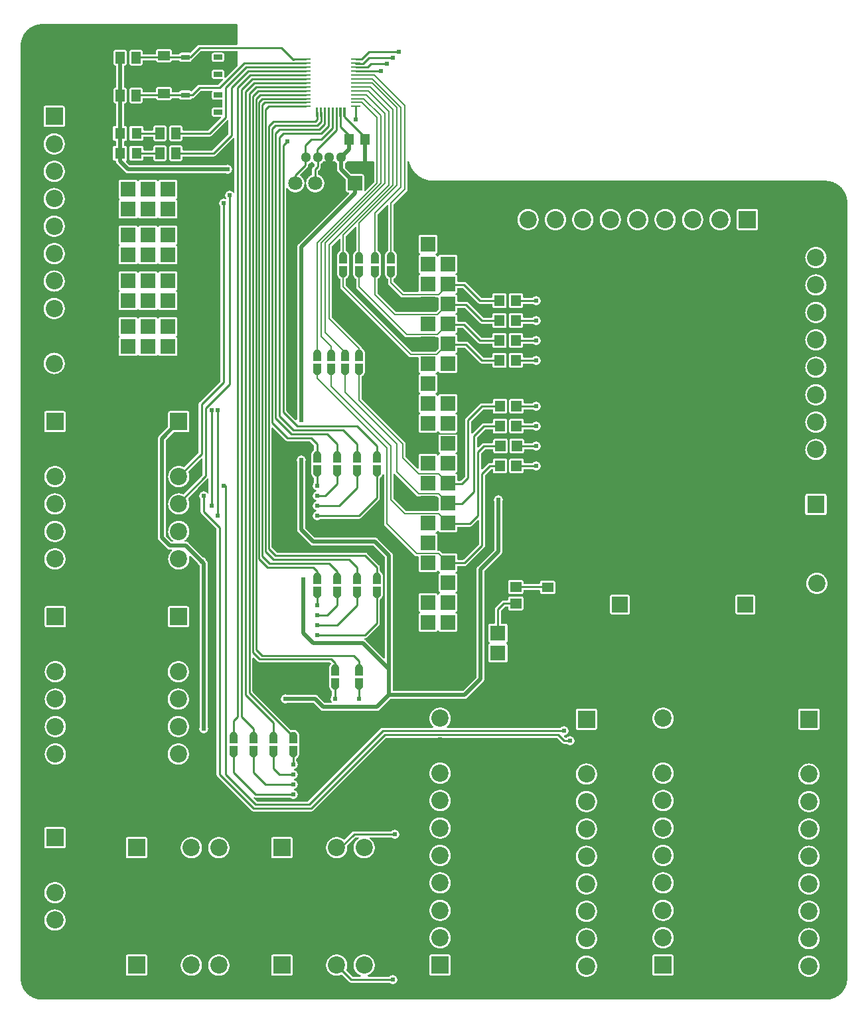
<source format=gtl>
G04 Layer: TopLayer*
G04 EasyEDA v6.1.33, Mon, 29 Apr 2019 14:12:14 GMT*
G04 9590ad248ff846a5af0387b98c7a360c,91cc4837159741479c5be70faa949f3f,10*
G04 Gerber Generator version 0.2*
G04 Scale: 100 percent, Rotated: No, Reflected: No *
G04 Dimensions in millimeters *
G04 leading zeros omitted , absolute positions ,3 integer and 3 decimal *
%FSLAX33Y33*%
%MOMM*%
G90*
G71D02*

%ADD10C,0.254000*%
%ADD11C,0.200000*%
%ADD12C,0.499999*%
%ADD13C,0.619760*%
%ADD14C,0.611022*%
%ADD17R,1.300480X1.399540*%
%ADD18C,1.299997*%
%ADD19R,1.160018X1.469898*%
%ADD20R,1.199998X0.280010*%
%ADD23R,1.930400X1.930400*%
%ADD25R,2.199996X2.199996*%
%ADD26C,2.199996*%
%ADD29C,1.799996*%
%ADD30C,6.199988*%

%LPD*%
G36*
G01X27838Y124730D02*
G01X2999Y124730D01*
G01X2924Y124729D01*
G01X2849Y124726D01*
G01X2774Y124721D01*
G01X2699Y124714D01*
G01X2624Y124704D01*
G01X2550Y124693D01*
G01X2476Y124680D01*
G01X2402Y124664D01*
G01X2329Y124647D01*
G01X2256Y124627D01*
G01X2184Y124606D01*
G01X2113Y124582D01*
G01X2042Y124557D01*
G01X1972Y124530D01*
G01X1903Y124500D01*
G01X1834Y124469D01*
G01X1766Y124436D01*
G01X1700Y124401D01*
G01X1634Y124364D01*
G01X1569Y124326D01*
G01X1506Y124286D01*
G01X1443Y124244D01*
G01X1382Y124200D01*
G01X1322Y124154D01*
G01X1263Y124107D01*
G01X1206Y124059D01*
G01X1150Y124009D01*
G01X1095Y123957D01*
G01X1042Y123904D01*
G01X990Y123849D01*
G01X940Y123793D01*
G01X892Y123736D01*
G01X845Y123677D01*
G01X799Y123617D01*
G01X755Y123556D01*
G01X713Y123493D01*
G01X673Y123430D01*
G01X635Y123365D01*
G01X598Y123299D01*
G01X563Y123233D01*
G01X530Y123165D01*
G01X499Y123096D01*
G01X469Y123027D01*
G01X442Y122957D01*
G01X417Y122886D01*
G01X393Y122815D01*
G01X372Y122743D01*
G01X352Y122670D01*
G01X335Y122597D01*
G01X319Y122523D01*
G01X306Y122449D01*
G01X295Y122375D01*
G01X285Y122300D01*
G01X278Y122225D01*
G01X273Y122150D01*
G01X270Y122075D01*
G01X269Y122000D01*
G01X269Y2999D01*
G01X270Y2924D01*
G01X273Y2849D01*
G01X278Y2774D01*
G01X285Y2699D01*
G01X295Y2624D01*
G01X306Y2550D01*
G01X319Y2476D01*
G01X335Y2402D01*
G01X352Y2329D01*
G01X372Y2256D01*
G01X393Y2184D01*
G01X417Y2113D01*
G01X442Y2042D01*
G01X469Y1972D01*
G01X499Y1903D01*
G01X530Y1834D01*
G01X563Y1766D01*
G01X598Y1700D01*
G01X635Y1634D01*
G01X673Y1569D01*
G01X713Y1506D01*
G01X755Y1444D01*
G01X799Y1382D01*
G01X845Y1322D01*
G01X892Y1264D01*
G01X940Y1206D01*
G01X990Y1150D01*
G01X1042Y1095D01*
G01X1095Y1042D01*
G01X1150Y990D01*
G01X1206Y940D01*
G01X1264Y892D01*
G01X1322Y845D01*
G01X1382Y799D01*
G01X1444Y755D01*
G01X1506Y713D01*
G01X1569Y673D01*
G01X1634Y635D01*
G01X1700Y598D01*
G01X1766Y563D01*
G01X1834Y530D01*
G01X1903Y499D01*
G01X1972Y469D01*
G01X2042Y442D01*
G01X2113Y417D01*
G01X2184Y393D01*
G01X2256Y372D01*
G01X2329Y352D01*
G01X2402Y335D01*
G01X2476Y319D01*
G01X2550Y306D01*
G01X2624Y295D01*
G01X2699Y285D01*
G01X2774Y278D01*
G01X2849Y273D01*
G01X2924Y270D01*
G01X2999Y269D01*
G01X102999Y269D01*
G01X103075Y270D01*
G01X103150Y273D01*
G01X103225Y278D01*
G01X103300Y285D01*
G01X103375Y295D01*
G01X103449Y306D01*
G01X103523Y319D01*
G01X103597Y335D01*
G01X103670Y352D01*
G01X103743Y372D01*
G01X103815Y393D01*
G01X103886Y417D01*
G01X103957Y442D01*
G01X104027Y469D01*
G01X104096Y499D01*
G01X104165Y530D01*
G01X104233Y563D01*
G01X104299Y598D01*
G01X104365Y635D01*
G01X104430Y673D01*
G01X104493Y713D01*
G01X104556Y755D01*
G01X104617Y799D01*
G01X104677Y845D01*
G01X104736Y892D01*
G01X104793Y940D01*
G01X104849Y990D01*
G01X104904Y1042D01*
G01X104957Y1095D01*
G01X105009Y1150D01*
G01X105059Y1206D01*
G01X105107Y1263D01*
G01X105154Y1322D01*
G01X105200Y1382D01*
G01X105244Y1443D01*
G01X105286Y1506D01*
G01X105326Y1569D01*
G01X105364Y1634D01*
G01X105401Y1700D01*
G01X105436Y1766D01*
G01X105469Y1834D01*
G01X105500Y1903D01*
G01X105530Y1972D01*
G01X105557Y2042D01*
G01X105582Y2113D01*
G01X105606Y2184D01*
G01X105627Y2256D01*
G01X105647Y2329D01*
G01X105664Y2402D01*
G01X105680Y2476D01*
G01X105693Y2550D01*
G01X105704Y2624D01*
G01X105714Y2699D01*
G01X105721Y2774D01*
G01X105726Y2849D01*
G01X105729Y2924D01*
G01X105730Y2999D01*
G01X105730Y102006D01*
G01X105729Y102081D01*
G01X105725Y102156D01*
G01X105720Y102231D01*
G01X105713Y102306D01*
G01X105703Y102380D01*
G01X105692Y102454D01*
G01X105678Y102528D01*
G01X105663Y102602D01*
G01X105645Y102675D01*
G01X105626Y102748D01*
G01X105604Y102819D01*
G01X105580Y102891D01*
G01X105555Y102962D01*
G01X105527Y103031D01*
G01X105498Y103101D01*
G01X105467Y103169D01*
G01X105434Y103236D01*
G01X105399Y103303D01*
G01X105362Y103369D01*
G01X105323Y103433D01*
G01X105283Y103496D01*
G01X105241Y103559D01*
G01X105197Y103620D01*
G01X105152Y103680D01*
G01X105105Y103738D01*
G01X105056Y103796D01*
G01X105006Y103851D01*
G01X104954Y103906D01*
G01X104901Y103959D01*
G01X104847Y104011D01*
G01X104791Y104061D01*
G01X104733Y104109D01*
G01X104674Y104156D01*
G01X104614Y104201D01*
G01X104553Y104245D01*
G01X104491Y104287D01*
G01X104427Y104327D01*
G01X104363Y104365D01*
G01X104297Y104402D01*
G01X104231Y104437D01*
G01X104163Y104470D01*
G01X104095Y104501D01*
G01X104025Y104530D01*
G01X103955Y104557D01*
G01X103885Y104583D01*
G01X103813Y104606D01*
G01X103741Y104628D01*
G01X103669Y104647D01*
G01X103596Y104664D01*
G01X103522Y104680D01*
G01X103448Y104693D01*
G01X103374Y104704D01*
G01X103299Y104714D01*
G01X103224Y104721D01*
G01X103149Y104726D01*
G01X103074Y104729D01*
G01X102999Y104730D01*
G01X52999Y104730D01*
G01X52917Y104731D01*
G01X52835Y104734D01*
G01X52753Y104740D01*
G01X52671Y104747D01*
G01X52590Y104756D01*
G01X52508Y104767D01*
G01X52427Y104781D01*
G01X52347Y104796D01*
G01X52267Y104813D01*
G01X52187Y104833D01*
G01X52107Y104854D01*
G01X52029Y104878D01*
G01X51951Y104903D01*
G01X51873Y104930D01*
G01X51796Y104960D01*
G01X51720Y104991D01*
G01X51645Y105024D01*
G01X51571Y105059D01*
G01X51498Y105096D01*
G01X51425Y105134D01*
G01X51354Y105175D01*
G01X51283Y105217D01*
G01X51214Y105261D01*
G01X51146Y105307D01*
G01X51079Y105354D01*
G01X51013Y105403D01*
G01X50948Y105454D01*
G01X50885Y105506D01*
G01X50823Y105560D01*
G01X50762Y105615D01*
G01X50703Y105672D01*
G01X50645Y105731D01*
G01X50589Y105791D01*
G01X50535Y105852D01*
G01X50481Y105914D01*
G01X50430Y105978D01*
G01X50380Y106043D01*
G01X50332Y106110D01*
G01X50285Y106177D01*
G01X50240Y106246D01*
G01X50197Y106316D01*
G01X50155Y106387D01*
G01X50116Y106459D01*
G01X50078Y106532D01*
G01X50042Y106606D01*
G01X50008Y106680D01*
G01X49976Y106756D01*
G01X49946Y106832D01*
G01X49917Y106909D01*
G01X49891Y106987D01*
G01X49866Y107065D01*
G01X49844Y107144D01*
G01X49839Y107158D01*
G01X49832Y107171D01*
G01X49824Y107183D01*
G01X49813Y107194D01*
G01X49802Y107203D01*
G01X49789Y107210D01*
G01X49775Y107215D01*
G01X49761Y107218D01*
G01X49746Y107220D01*
G01X49734Y107220D01*
G01X49719Y107218D01*
G01X49705Y107215D01*
G01X49691Y107210D01*
G01X49679Y107203D01*
G01X49667Y107195D01*
G01X49657Y107184D01*
G01X49648Y107173D01*
G01X49641Y107160D01*
G01X49636Y107147D01*
G01X49633Y107132D01*
G01X49632Y107118D01*
G01X49632Y103664D01*
G01X49631Y103636D01*
G01X49628Y103608D01*
G01X49622Y103580D01*
G01X49615Y103553D01*
G01X49605Y103527D01*
G01X49593Y103502D01*
G01X49580Y103477D01*
G01X49564Y103454D01*
G01X49547Y103432D01*
G01X49528Y103411D01*
G01X47884Y101768D01*
G01X47873Y101755D01*
G01X47865Y101742D01*
G01X47859Y101727D01*
G01X47855Y101712D01*
G01X47854Y101696D01*
G01X47854Y95872D01*
G01X47855Y95857D01*
G01X47858Y95843D01*
G01X47864Y95829D01*
G01X47871Y95816D01*
G01X47880Y95804D01*
G01X47891Y95794D01*
G01X47903Y95785D01*
G01X47913Y95778D01*
G01X47934Y95764D01*
G01X47944Y95757D01*
G01X47964Y95742D01*
G01X47974Y95734D01*
G01X47993Y95718D01*
G01X48003Y95710D01*
G01X48021Y95693D01*
G01X48030Y95683D01*
G01X48048Y95666D01*
G01X48056Y95656D01*
G01X48073Y95638D01*
G01X48097Y95608D01*
G01X48104Y95598D01*
G01X48119Y95578D01*
G01X48126Y95567D01*
G01X48140Y95546D01*
G01X48146Y95536D01*
G01X48159Y95514D01*
G01X48165Y95503D01*
G01X48182Y95469D01*
G01X48192Y95446D01*
G01X48197Y95435D01*
G01X48206Y95411D01*
G01X48211Y95399D01*
G01X48219Y95375D01*
G01X48222Y95363D01*
G01X48229Y95339D01*
G01X48238Y95303D01*
G01X48240Y95290D01*
G01X48245Y95265D01*
G01X48246Y95253D01*
G01X48250Y95228D01*
G01X48251Y95216D01*
G01X48253Y95191D01*
G01X48253Y95178D01*
G01X48254Y95153D01*
G01X48254Y94147D01*
G01X48253Y94122D01*
G01X48249Y94097D01*
G01X48243Y94073D01*
G01X48235Y94050D01*
G01X48230Y94031D01*
G01X48228Y94012D01*
G01X48230Y93992D01*
G01X48235Y93973D01*
G01X48243Y93950D01*
G01X48249Y93926D01*
G01X48253Y93901D01*
G01X48254Y93877D01*
G01X48254Y92870D01*
G01X48253Y92845D01*
G01X48253Y92832D01*
G01X48251Y92807D01*
G01X48250Y92795D01*
G01X48246Y92770D01*
G01X48245Y92758D01*
G01X48240Y92733D01*
G01X48238Y92720D01*
G01X48229Y92684D01*
G01X48222Y92660D01*
G01X48219Y92648D01*
G01X48211Y92624D01*
G01X48206Y92612D01*
G01X48197Y92588D01*
G01X48192Y92577D01*
G01X48182Y92554D01*
G01X48165Y92520D01*
G01X48159Y92509D01*
G01X48146Y92487D01*
G01X48140Y92477D01*
G01X48126Y92456D01*
G01X48119Y92445D01*
G01X48104Y92425D01*
G01X48097Y92415D01*
G01X48073Y92385D01*
G01X48056Y92367D01*
G01X48048Y92357D01*
G01X48030Y92340D01*
G01X48021Y92330D01*
G01X48003Y92313D01*
G01X47993Y92305D01*
G01X47974Y92289D01*
G01X47964Y92281D01*
G01X47944Y92266D01*
G01X47934Y92259D01*
G01X47913Y92245D01*
G01X47903Y92238D01*
G01X47891Y92229D01*
G01X47880Y92219D01*
G01X47871Y92207D01*
G01X47864Y92194D01*
G01X47858Y92180D01*
G01X47855Y92166D01*
G01X47854Y92151D01*
G01X47854Y91915D01*
G01X47855Y91899D01*
G01X47859Y91884D01*
G01X47865Y91869D01*
G01X47873Y91856D01*
G01X47884Y91843D01*
G01X49139Y90588D01*
G01X49152Y90577D01*
G01X49165Y90569D01*
G01X49180Y90563D01*
G01X49195Y90559D01*
G01X49211Y90558D01*
G01X50932Y90558D01*
G01X50946Y90559D01*
G01X50961Y90562D01*
G01X50974Y90567D01*
G01X50987Y90574D01*
G01X50999Y90583D01*
G01X51009Y90593D01*
G01X51017Y90605D01*
G01X51024Y90617D01*
G01X51029Y90631D01*
G01X51033Y90645D01*
G01X51034Y90660D01*
G01X51034Y92490D01*
G01X51035Y92513D01*
G01X51038Y92536D01*
G01X51043Y92559D01*
G01X51050Y92581D01*
G01X51059Y92602D01*
G01X51070Y92622D01*
G01X51083Y92642D01*
G01X51098Y92660D01*
G01X51114Y92676D01*
G01X51131Y92691D01*
G01X51150Y92705D01*
G01X51170Y92717D01*
G01X51191Y92727D01*
G01X51204Y92733D01*
G01X51216Y92742D01*
G01X51227Y92752D01*
G01X51236Y92764D01*
G01X51243Y92777D01*
G01X51249Y92791D01*
G01X51252Y92805D01*
G01X51253Y92820D01*
G01X51252Y92835D01*
G01X51249Y92850D01*
G01X51243Y92864D01*
G01X51236Y92876D01*
G01X51227Y92888D01*
G01X51216Y92899D01*
G01X51204Y92907D01*
G01X51191Y92914D01*
G01X51170Y92924D01*
G01X51150Y92936D01*
G01X51131Y92949D01*
G01X51114Y92964D01*
G01X51098Y92981D01*
G01X51083Y92999D01*
G01X51070Y93018D01*
G01X51059Y93039D01*
G01X51050Y93060D01*
G01X51043Y93082D01*
G01X51038Y93104D01*
G01X51035Y93127D01*
G01X51034Y93150D01*
G01X51034Y95030D01*
G01X51035Y95053D01*
G01X51038Y95076D01*
G01X51043Y95099D01*
G01X51050Y95121D01*
G01X51059Y95142D01*
G01X51070Y95162D01*
G01X51083Y95182D01*
G01X51098Y95200D01*
G01X51114Y95216D01*
G01X51131Y95231D01*
G01X51150Y95245D01*
G01X51170Y95257D01*
G01X51191Y95267D01*
G01X51204Y95273D01*
G01X51216Y95282D01*
G01X51227Y95292D01*
G01X51236Y95304D01*
G01X51243Y95317D01*
G01X51249Y95331D01*
G01X51252Y95345D01*
G01X51253Y95360D01*
G01X51252Y95375D01*
G01X51249Y95390D01*
G01X51243Y95404D01*
G01X51236Y95416D01*
G01X51227Y95428D01*
G01X51216Y95439D01*
G01X51204Y95447D01*
G01X51191Y95454D01*
G01X51170Y95464D01*
G01X51150Y95476D01*
G01X51131Y95489D01*
G01X51114Y95504D01*
G01X51098Y95521D01*
G01X51083Y95539D01*
G01X51070Y95558D01*
G01X51059Y95579D01*
G01X51050Y95600D01*
G01X51043Y95622D01*
G01X51038Y95644D01*
G01X51035Y95667D01*
G01X51034Y95690D01*
G01X51034Y97570D01*
G01X51035Y97594D01*
G01X51038Y97617D01*
G01X51043Y97640D01*
G01X51051Y97663D01*
G01X51061Y97684D01*
G01X51072Y97705D01*
G01X51085Y97725D01*
G01X51101Y97743D01*
G01X51117Y97760D01*
G01X51136Y97775D01*
G01X51155Y97788D01*
G01X51176Y97800D01*
G01X51197Y97809D01*
G01X51220Y97817D01*
G01X51243Y97822D01*
G01X51266Y97825D01*
G01X51290Y97827D01*
G01X53170Y97827D01*
G01X53193Y97825D01*
G01X53217Y97822D01*
G01X53240Y97817D01*
G01X53262Y97809D01*
G01X53284Y97800D01*
G01X53305Y97788D01*
G01X53324Y97775D01*
G01X53343Y97760D01*
G01X53359Y97743D01*
G01X53374Y97725D01*
G01X53388Y97705D01*
G01X53399Y97684D01*
G01X53409Y97663D01*
G01X53416Y97640D01*
G01X53422Y97617D01*
G01X53425Y97594D01*
G01X53426Y97570D01*
G01X53426Y95690D01*
G01X53425Y95667D01*
G01X53422Y95644D01*
G01X53417Y95622D01*
G01X53410Y95600D01*
G01X53401Y95579D01*
G01X53390Y95558D01*
G01X53377Y95539D01*
G01X53362Y95521D01*
G01X53346Y95504D01*
G01X53329Y95489D01*
G01X53310Y95476D01*
G01X53290Y95464D01*
G01X53269Y95454D01*
G01X53256Y95447D01*
G01X53244Y95439D01*
G01X53233Y95428D01*
G01X53224Y95416D01*
G01X53217Y95404D01*
G01X53211Y95390D01*
G01X53208Y95375D01*
G01X53207Y95360D01*
G01X53208Y95345D01*
G01X53211Y95331D01*
G01X53217Y95317D01*
G01X53224Y95304D01*
G01X53233Y95292D01*
G01X53244Y95282D01*
G01X53256Y95273D01*
G01X53269Y95267D01*
G01X53292Y95256D01*
G01X53313Y95243D01*
G01X53333Y95228D01*
G01X53351Y95211D01*
G01X53368Y95193D01*
G01X53383Y95173D01*
G01X53396Y95152D01*
G01X53406Y95129D01*
G01X53413Y95116D01*
G01X53422Y95104D01*
G01X53432Y95093D01*
G01X53444Y95084D01*
G01X53457Y95077D01*
G01X53471Y95071D01*
G01X53485Y95068D01*
G01X53500Y95067D01*
G01X53515Y95068D01*
G01X53529Y95071D01*
G01X53543Y95077D01*
G01X53556Y95084D01*
G01X53568Y95093D01*
G01X53578Y95104D01*
G01X53587Y95116D01*
G01X53594Y95129D01*
G01X53604Y95150D01*
G01X53615Y95170D01*
G01X53629Y95189D01*
G01X53644Y95207D01*
G01X53661Y95223D01*
G01X53679Y95237D01*
G01X53698Y95250D01*
G01X53718Y95261D01*
G01X53740Y95270D01*
G01X53762Y95277D01*
G01X53784Y95282D01*
G01X53807Y95286D01*
G01X53830Y95287D01*
G01X55710Y95287D01*
G01X55733Y95285D01*
G01X55757Y95282D01*
G01X55780Y95277D01*
G01X55802Y95269D01*
G01X55824Y95260D01*
G01X55845Y95248D01*
G01X55864Y95235D01*
G01X55883Y95220D01*
G01X55899Y95203D01*
G01X55914Y95185D01*
G01X55928Y95165D01*
G01X55939Y95144D01*
G01X55949Y95123D01*
G01X55956Y95100D01*
G01X55962Y95077D01*
G01X55965Y95054D01*
G01X55966Y95030D01*
G01X55966Y93150D01*
G01X55965Y93127D01*
G01X55962Y93104D01*
G01X55957Y93082D01*
G01X55950Y93060D01*
G01X55941Y93039D01*
G01X55930Y93018D01*
G01X55917Y92999D01*
G01X55902Y92981D01*
G01X55886Y92964D01*
G01X55869Y92949D01*
G01X55850Y92936D01*
G01X55830Y92924D01*
G01X55809Y92914D01*
G01X55796Y92907D01*
G01X55784Y92899D01*
G01X55773Y92888D01*
G01X55764Y92876D01*
G01X55757Y92864D01*
G01X55751Y92850D01*
G01X55748Y92835D01*
G01X55747Y92820D01*
G01X55748Y92805D01*
G01X55751Y92791D01*
G01X55757Y92777D01*
G01X55764Y92764D01*
G01X55773Y92752D01*
G01X55784Y92742D01*
G01X55796Y92733D01*
G01X55809Y92727D01*
G01X55830Y92717D01*
G01X55850Y92705D01*
G01X55869Y92691D01*
G01X55886Y92676D01*
G01X55902Y92660D01*
G01X55917Y92642D01*
G01X55930Y92622D01*
G01X55941Y92602D01*
G01X55950Y92581D01*
G01X55957Y92559D01*
G01X55962Y92536D01*
G01X55965Y92513D01*
G01X55966Y92490D01*
G01X55966Y91957D01*
G01X55967Y91942D01*
G01X55970Y91928D01*
G01X55975Y91914D01*
G01X55982Y91902D01*
G01X55991Y91890D01*
G01X56001Y91880D01*
G01X56013Y91871D01*
G01X56026Y91864D01*
G01X56039Y91859D01*
G01X56053Y91856D01*
G01X56068Y91855D01*
G01X56838Y91855D01*
G01X56868Y91854D01*
G01X56898Y91850D01*
G01X56927Y91844D01*
G01X56956Y91836D01*
G01X56984Y91826D01*
G01X57012Y91813D01*
G01X57038Y91799D01*
G01X57063Y91782D01*
G01X57087Y91763D01*
G01X57109Y91743D01*
G01X58999Y89853D01*
G01X59011Y89842D01*
G01X59024Y89834D01*
G01X59039Y89828D01*
G01X59055Y89824D01*
G01X59070Y89823D01*
G01X60350Y89823D01*
G01X60365Y89824D01*
G01X60379Y89827D01*
G01X60393Y89832D01*
G01X60405Y89839D01*
G01X60417Y89848D01*
G01X60427Y89858D01*
G01X60436Y89870D01*
G01X60443Y89882D01*
G01X60448Y89896D01*
G01X60451Y89910D01*
G01X60452Y89925D01*
G01X60452Y90141D01*
G01X60453Y90164D01*
G01X60456Y90188D01*
G01X60462Y90211D01*
G01X60469Y90233D01*
G01X60479Y90255D01*
G01X60490Y90276D01*
G01X60504Y90295D01*
G01X60519Y90313D01*
G01X60536Y90330D01*
G01X60554Y90345D01*
G01X60573Y90359D01*
G01X60594Y90370D01*
G01X60616Y90380D01*
G01X60638Y90387D01*
G01X60661Y90393D01*
G01X60685Y90396D01*
G01X60708Y90397D01*
G01X62009Y90397D01*
G01X62033Y90396D01*
G01X62056Y90393D01*
G01X62079Y90387D01*
G01X62102Y90380D01*
G01X62123Y90370D01*
G01X62144Y90359D01*
G01X62164Y90345D01*
G01X62182Y90330D01*
G01X62199Y90313D01*
G01X62214Y90295D01*
G01X62227Y90276D01*
G01X62239Y90255D01*
G01X62248Y90233D01*
G01X62256Y90211D01*
G01X62261Y90188D01*
G01X62264Y90164D01*
G01X62265Y90141D01*
G01X62265Y88741D01*
G01X62264Y88717D01*
G01X62261Y88694D01*
G01X62256Y88671D01*
G01X62248Y88648D01*
G01X62239Y88627D01*
G01X62227Y88606D01*
G01X62214Y88586D01*
G01X62199Y88568D01*
G01X62182Y88551D01*
G01X62164Y88536D01*
G01X62144Y88523D01*
G01X62123Y88511D01*
G01X62102Y88502D01*
G01X62079Y88494D01*
G01X62056Y88489D01*
G01X62033Y88486D01*
G01X62009Y88484D01*
G01X60708Y88484D01*
G01X60685Y88486D01*
G01X60661Y88489D01*
G01X60638Y88494D01*
G01X60616Y88502D01*
G01X60594Y88511D01*
G01X60573Y88523D01*
G01X60554Y88536D01*
G01X60536Y88551D01*
G01X60519Y88568D01*
G01X60504Y88586D01*
G01X60490Y88606D01*
G01X60479Y88627D01*
G01X60469Y88648D01*
G01X60462Y88671D01*
G01X60456Y88694D01*
G01X60453Y88717D01*
G01X60452Y88741D01*
G01X60452Y88954D01*
G01X60451Y88969D01*
G01X60448Y88983D01*
G01X60443Y88997D01*
G01X60436Y89009D01*
G01X60427Y89021D01*
G01X60417Y89031D01*
G01X60405Y89040D01*
G01X60393Y89047D01*
G01X60379Y89052D01*
G01X60365Y89055D01*
G01X60350Y89056D01*
G01X58870Y89056D01*
G01X58839Y89057D01*
G01X58810Y89061D01*
G01X58780Y89067D01*
G01X58751Y89075D01*
G01X58723Y89085D01*
G01X58695Y89098D01*
G01X58669Y89112D01*
G01X58644Y89129D01*
G01X58620Y89148D01*
G01X58598Y89168D01*
G01X56708Y91058D01*
G01X56696Y91069D01*
G01X56683Y91077D01*
G01X56668Y91083D01*
G01X56652Y91087D01*
G01X56637Y91088D01*
G01X56068Y91088D01*
G01X56053Y91087D01*
G01X56039Y91084D01*
G01X56026Y91079D01*
G01X56013Y91072D01*
G01X56001Y91063D01*
G01X55991Y91053D01*
G01X55982Y91041D01*
G01X55975Y91029D01*
G01X55970Y91015D01*
G01X55967Y91001D01*
G01X55966Y90986D01*
G01X55966Y90610D01*
G01X55965Y90587D01*
G01X55962Y90564D01*
G01X55957Y90542D01*
G01X55950Y90520D01*
G01X55941Y90499D01*
G01X55930Y90478D01*
G01X55917Y90459D01*
G01X55902Y90441D01*
G01X55886Y90424D01*
G01X55869Y90409D01*
G01X55850Y90396D01*
G01X55830Y90384D01*
G01X55809Y90374D01*
G01X55796Y90367D01*
G01X55784Y90359D01*
G01X55773Y90348D01*
G01X55764Y90336D01*
G01X55757Y90324D01*
G01X55751Y90310D01*
G01X55748Y90295D01*
G01X55747Y90280D01*
G01X55748Y90265D01*
G01X55751Y90251D01*
G01X55757Y90237D01*
G01X55764Y90224D01*
G01X55773Y90212D01*
G01X55784Y90202D01*
G01X55796Y90193D01*
G01X55809Y90187D01*
G01X55830Y90177D01*
G01X55850Y90165D01*
G01X55869Y90151D01*
G01X55886Y90136D01*
G01X55902Y90120D01*
G01X55917Y90102D01*
G01X55930Y90082D01*
G01X55941Y90062D01*
G01X55950Y90041D01*
G01X55957Y90019D01*
G01X55962Y89996D01*
G01X55965Y89973D01*
G01X55966Y89950D01*
G01X55966Y89417D01*
G01X55967Y89402D01*
G01X55970Y89388D01*
G01X55975Y89374D01*
G01X55982Y89362D01*
G01X55991Y89350D01*
G01X56001Y89340D01*
G01X56013Y89331D01*
G01X56026Y89324D01*
G01X56039Y89319D01*
G01X56053Y89316D01*
G01X56068Y89315D01*
G01X57092Y89315D01*
G01X57122Y89314D01*
G01X57152Y89310D01*
G01X57181Y89304D01*
G01X57210Y89296D01*
G01X57238Y89286D01*
G01X57266Y89273D01*
G01X57292Y89259D01*
G01X57317Y89242D01*
G01X57341Y89223D01*
G01X57363Y89203D01*
G01X59253Y87313D01*
G01X59265Y87302D01*
G01X59278Y87294D01*
G01X59293Y87288D01*
G01X59309Y87284D01*
G01X59324Y87283D01*
G01X60350Y87283D01*
G01X60365Y87284D01*
G01X60379Y87287D01*
G01X60393Y87292D01*
G01X60405Y87299D01*
G01X60417Y87308D01*
G01X60427Y87318D01*
G01X60436Y87330D01*
G01X60443Y87342D01*
G01X60448Y87356D01*
G01X60451Y87370D01*
G01X60452Y87385D01*
G01X60452Y87601D01*
G01X60453Y87624D01*
G01X60456Y87648D01*
G01X60462Y87671D01*
G01X60469Y87693D01*
G01X60479Y87715D01*
G01X60490Y87736D01*
G01X60504Y87755D01*
G01X60519Y87773D01*
G01X60536Y87790D01*
G01X60554Y87805D01*
G01X60573Y87819D01*
G01X60594Y87830D01*
G01X60616Y87840D01*
G01X60638Y87847D01*
G01X60661Y87853D01*
G01X60685Y87856D01*
G01X60708Y87857D01*
G01X62009Y87857D01*
G01X62033Y87856D01*
G01X62056Y87853D01*
G01X62079Y87847D01*
G01X62102Y87840D01*
G01X62123Y87830D01*
G01X62144Y87819D01*
G01X62164Y87805D01*
G01X62182Y87790D01*
G01X62199Y87773D01*
G01X62214Y87755D01*
G01X62227Y87736D01*
G01X62239Y87715D01*
G01X62248Y87693D01*
G01X62256Y87671D01*
G01X62261Y87648D01*
G01X62264Y87624D01*
G01X62265Y87601D01*
G01X62265Y86201D01*
G01X62264Y86177D01*
G01X62261Y86154D01*
G01X62256Y86131D01*
G01X62248Y86108D01*
G01X62239Y86087D01*
G01X62227Y86066D01*
G01X62214Y86046D01*
G01X62199Y86028D01*
G01X62182Y86011D01*
G01X62164Y85996D01*
G01X62144Y85983D01*
G01X62123Y85971D01*
G01X62102Y85962D01*
G01X62079Y85954D01*
G01X62056Y85949D01*
G01X62033Y85946D01*
G01X62009Y85944D01*
G01X60708Y85944D01*
G01X60685Y85946D01*
G01X60661Y85949D01*
G01X60638Y85954D01*
G01X60616Y85962D01*
G01X60594Y85971D01*
G01X60573Y85983D01*
G01X60554Y85996D01*
G01X60536Y86011D01*
G01X60519Y86028D01*
G01X60504Y86046D01*
G01X60490Y86066D01*
G01X60479Y86087D01*
G01X60469Y86108D01*
G01X60462Y86131D01*
G01X60456Y86154D01*
G01X60453Y86177D01*
G01X60452Y86201D01*
G01X60452Y86414D01*
G01X60451Y86429D01*
G01X60448Y86443D01*
G01X60443Y86457D01*
G01X60436Y86469D01*
G01X60427Y86481D01*
G01X60417Y86491D01*
G01X60405Y86500D01*
G01X60393Y86507D01*
G01X60379Y86512D01*
G01X60365Y86515D01*
G01X60350Y86516D01*
G01X59124Y86516D01*
G01X59093Y86517D01*
G01X59064Y86521D01*
G01X59034Y86527D01*
G01X59005Y86535D01*
G01X58977Y86545D01*
G01X58949Y86558D01*
G01X58923Y86572D01*
G01X58898Y86589D01*
G01X58874Y86608D01*
G01X58852Y86628D01*
G01X56962Y88518D01*
G01X56950Y88529D01*
G01X56937Y88537D01*
G01X56922Y88543D01*
G01X56906Y88547D01*
G01X56891Y88548D01*
G01X56068Y88548D01*
G01X56053Y88547D01*
G01X56039Y88544D01*
G01X56026Y88539D01*
G01X56013Y88532D01*
G01X56001Y88523D01*
G01X55991Y88513D01*
G01X55982Y88501D01*
G01X55975Y88489D01*
G01X55970Y88475D01*
G01X55967Y88461D01*
G01X55966Y88446D01*
G01X55966Y88070D01*
G01X55965Y88047D01*
G01X55962Y88024D01*
G01X55957Y88002D01*
G01X55950Y87980D01*
G01X55941Y87959D01*
G01X55930Y87938D01*
G01X55917Y87919D01*
G01X55902Y87901D01*
G01X55886Y87884D01*
G01X55869Y87869D01*
G01X55850Y87856D01*
G01X55830Y87844D01*
G01X55809Y87834D01*
G01X55796Y87827D01*
G01X55784Y87819D01*
G01X55773Y87808D01*
G01X55764Y87796D01*
G01X55757Y87784D01*
G01X55751Y87770D01*
G01X55748Y87755D01*
G01X55747Y87740D01*
G01X55748Y87725D01*
G01X55751Y87711D01*
G01X55757Y87697D01*
G01X55764Y87684D01*
G01X55773Y87672D01*
G01X55784Y87662D01*
G01X55796Y87653D01*
G01X55809Y87647D01*
G01X55830Y87637D01*
G01X55850Y87625D01*
G01X55869Y87611D01*
G01X55886Y87596D01*
G01X55902Y87580D01*
G01X55917Y87562D01*
G01X55930Y87542D01*
G01X55941Y87522D01*
G01X55950Y87501D01*
G01X55957Y87479D01*
G01X55962Y87456D01*
G01X55965Y87433D01*
G01X55966Y87410D01*
G01X55966Y86877D01*
G01X55967Y86862D01*
G01X55970Y86848D01*
G01X55975Y86834D01*
G01X55982Y86822D01*
G01X55991Y86810D01*
G01X56001Y86800D01*
G01X56013Y86791D01*
G01X56026Y86784D01*
G01X56039Y86779D01*
G01X56053Y86776D01*
G01X56068Y86775D01*
G01X56838Y86775D01*
G01X56868Y86774D01*
G01X56898Y86770D01*
G01X56927Y86764D01*
G01X56956Y86756D01*
G01X56984Y86746D01*
G01X57012Y86733D01*
G01X57038Y86719D01*
G01X57063Y86702D01*
G01X57087Y86683D01*
G01X57109Y86663D01*
G01X58999Y84773D01*
G01X59011Y84762D01*
G01X59024Y84754D01*
G01X59039Y84748D01*
G01X59055Y84744D01*
G01X59070Y84743D01*
G01X60350Y84743D01*
G01X60365Y84744D01*
G01X60379Y84747D01*
G01X60393Y84752D01*
G01X60405Y84759D01*
G01X60417Y84768D01*
G01X60427Y84778D01*
G01X60436Y84790D01*
G01X60443Y84802D01*
G01X60448Y84816D01*
G01X60451Y84830D01*
G01X60452Y84845D01*
G01X60452Y85061D01*
G01X60453Y85084D01*
G01X60456Y85108D01*
G01X60462Y85131D01*
G01X60469Y85153D01*
G01X60479Y85175D01*
G01X60490Y85196D01*
G01X60504Y85215D01*
G01X60519Y85233D01*
G01X60536Y85250D01*
G01X60554Y85265D01*
G01X60573Y85279D01*
G01X60594Y85290D01*
G01X60616Y85300D01*
G01X60638Y85307D01*
G01X60661Y85313D01*
G01X60685Y85316D01*
G01X60708Y85317D01*
G01X62009Y85317D01*
G01X62033Y85316D01*
G01X62056Y85313D01*
G01X62079Y85307D01*
G01X62102Y85300D01*
G01X62123Y85290D01*
G01X62144Y85279D01*
G01X62164Y85265D01*
G01X62182Y85250D01*
G01X62199Y85233D01*
G01X62214Y85215D01*
G01X62227Y85196D01*
G01X62239Y85175D01*
G01X62248Y85153D01*
G01X62256Y85131D01*
G01X62261Y85108D01*
G01X62264Y85084D01*
G01X62265Y85061D01*
G01X62265Y83661D01*
G01X62264Y83637D01*
G01X62261Y83614D01*
G01X62256Y83591D01*
G01X62248Y83568D01*
G01X62239Y83547D01*
G01X62227Y83526D01*
G01X62214Y83506D01*
G01X62199Y83488D01*
G01X62182Y83471D01*
G01X62164Y83456D01*
G01X62144Y83443D01*
G01X62123Y83431D01*
G01X62102Y83422D01*
G01X62079Y83414D01*
G01X62056Y83409D01*
G01X62033Y83406D01*
G01X62009Y83404D01*
G01X60708Y83404D01*
G01X60685Y83406D01*
G01X60661Y83409D01*
G01X60638Y83414D01*
G01X60616Y83422D01*
G01X60594Y83431D01*
G01X60573Y83443D01*
G01X60554Y83456D01*
G01X60536Y83471D01*
G01X60519Y83488D01*
G01X60504Y83506D01*
G01X60490Y83526D01*
G01X60479Y83547D01*
G01X60469Y83568D01*
G01X60462Y83591D01*
G01X60456Y83614D01*
G01X60453Y83637D01*
G01X60452Y83661D01*
G01X60452Y83874D01*
G01X60451Y83889D01*
G01X60448Y83903D01*
G01X60443Y83917D01*
G01X60436Y83929D01*
G01X60427Y83941D01*
G01X60417Y83951D01*
G01X60405Y83960D01*
G01X60393Y83967D01*
G01X60379Y83972D01*
G01X60365Y83975D01*
G01X60350Y83976D01*
G01X58870Y83976D01*
G01X58839Y83977D01*
G01X58810Y83981D01*
G01X58780Y83987D01*
G01X58751Y83995D01*
G01X58723Y84005D01*
G01X58695Y84018D01*
G01X58669Y84032D01*
G01X58644Y84049D01*
G01X58620Y84068D01*
G01X58598Y84088D01*
G01X56708Y85978D01*
G01X56696Y85989D01*
G01X56683Y85997D01*
G01X56668Y86003D01*
G01X56652Y86007D01*
G01X56637Y86008D01*
G01X56068Y86008D01*
G01X56053Y86007D01*
G01X56039Y86004D01*
G01X56026Y85999D01*
G01X56013Y85992D01*
G01X56001Y85983D01*
G01X55991Y85973D01*
G01X55982Y85961D01*
G01X55975Y85949D01*
G01X55970Y85935D01*
G01X55967Y85921D01*
G01X55966Y85906D01*
G01X55966Y85530D01*
G01X55965Y85507D01*
G01X55962Y85484D01*
G01X55957Y85462D01*
G01X55950Y85440D01*
G01X55941Y85419D01*
G01X55930Y85398D01*
G01X55917Y85379D01*
G01X55902Y85361D01*
G01X55886Y85344D01*
G01X55869Y85329D01*
G01X55850Y85316D01*
G01X55830Y85304D01*
G01X55809Y85294D01*
G01X55796Y85287D01*
G01X55784Y85279D01*
G01X55773Y85268D01*
G01X55764Y85256D01*
G01X55757Y85244D01*
G01X55751Y85230D01*
G01X55748Y85215D01*
G01X55747Y85200D01*
G01X55748Y85185D01*
G01X55751Y85171D01*
G01X55757Y85157D01*
G01X55764Y85144D01*
G01X55773Y85132D01*
G01X55784Y85122D01*
G01X55796Y85113D01*
G01X55809Y85107D01*
G01X55830Y85097D01*
G01X55850Y85085D01*
G01X55869Y85071D01*
G01X55886Y85056D01*
G01X55902Y85040D01*
G01X55917Y85022D01*
G01X55930Y85002D01*
G01X55941Y84982D01*
G01X55950Y84961D01*
G01X55957Y84939D01*
G01X55962Y84916D01*
G01X55965Y84893D01*
G01X55966Y84870D01*
G01X55966Y84337D01*
G01X55967Y84322D01*
G01X55970Y84308D01*
G01X55975Y84294D01*
G01X55982Y84282D01*
G01X55991Y84270D01*
G01X56001Y84260D01*
G01X56013Y84251D01*
G01X56026Y84244D01*
G01X56039Y84239D01*
G01X56053Y84236D01*
G01X56068Y84235D01*
G01X57092Y84235D01*
G01X57122Y84234D01*
G01X57152Y84230D01*
G01X57181Y84224D01*
G01X57210Y84216D01*
G01X57238Y84206D01*
G01X57266Y84193D01*
G01X57292Y84179D01*
G01X57317Y84162D01*
G01X57341Y84143D01*
G01X57363Y84123D01*
G01X59253Y82233D01*
G01X59265Y82222D01*
G01X59278Y82214D01*
G01X59293Y82208D01*
G01X59309Y82204D01*
G01X59324Y82203D01*
G01X60350Y82203D01*
G01X60365Y82204D01*
G01X60379Y82207D01*
G01X60393Y82212D01*
G01X60405Y82219D01*
G01X60417Y82228D01*
G01X60427Y82238D01*
G01X60436Y82250D01*
G01X60443Y82262D01*
G01X60448Y82276D01*
G01X60451Y82290D01*
G01X60452Y82305D01*
G01X60452Y82521D01*
G01X60453Y82544D01*
G01X60456Y82568D01*
G01X60462Y82591D01*
G01X60469Y82613D01*
G01X60479Y82635D01*
G01X60490Y82656D01*
G01X60504Y82675D01*
G01X60519Y82693D01*
G01X60536Y82710D01*
G01X60554Y82725D01*
G01X60573Y82739D01*
G01X60594Y82750D01*
G01X60616Y82760D01*
G01X60638Y82767D01*
G01X60661Y82773D01*
G01X60685Y82776D01*
G01X60708Y82777D01*
G01X62009Y82777D01*
G01X62033Y82776D01*
G01X62056Y82773D01*
G01X62079Y82767D01*
G01X62102Y82760D01*
G01X62123Y82750D01*
G01X62144Y82739D01*
G01X62164Y82725D01*
G01X62182Y82710D01*
G01X62199Y82693D01*
G01X62214Y82675D01*
G01X62227Y82656D01*
G01X62239Y82635D01*
G01X62248Y82613D01*
G01X62256Y82591D01*
G01X62261Y82568D01*
G01X62264Y82544D01*
G01X62265Y82521D01*
G01X62265Y81121D01*
G01X62264Y81097D01*
G01X62261Y81074D01*
G01X62256Y81051D01*
G01X62248Y81028D01*
G01X62239Y81007D01*
G01X62227Y80986D01*
G01X62214Y80966D01*
G01X62199Y80948D01*
G01X62182Y80931D01*
G01X62164Y80916D01*
G01X62144Y80903D01*
G01X62123Y80891D01*
G01X62102Y80882D01*
G01X62079Y80874D01*
G01X62056Y80869D01*
G01X62033Y80866D01*
G01X62009Y80864D01*
G01X60708Y80864D01*
G01X60685Y80866D01*
G01X60661Y80869D01*
G01X60638Y80874D01*
G01X60616Y80882D01*
G01X60594Y80891D01*
G01X60573Y80903D01*
G01X60554Y80916D01*
G01X60536Y80931D01*
G01X60519Y80948D01*
G01X60504Y80966D01*
G01X60490Y80986D01*
G01X60479Y81007D01*
G01X60469Y81028D01*
G01X60462Y81051D01*
G01X60456Y81074D01*
G01X60453Y81097D01*
G01X60452Y81121D01*
G01X60452Y81334D01*
G01X60451Y81349D01*
G01X60448Y81363D01*
G01X60443Y81377D01*
G01X60436Y81389D01*
G01X60427Y81401D01*
G01X60417Y81411D01*
G01X60405Y81420D01*
G01X60393Y81427D01*
G01X60379Y81432D01*
G01X60365Y81435D01*
G01X60350Y81436D01*
G01X59124Y81436D01*
G01X59093Y81437D01*
G01X59064Y81441D01*
G01X59034Y81447D01*
G01X59005Y81455D01*
G01X58977Y81465D01*
G01X58949Y81478D01*
G01X58923Y81492D01*
G01X58898Y81509D01*
G01X58874Y81528D01*
G01X58852Y81548D01*
G01X56962Y83438D01*
G01X56950Y83449D01*
G01X56937Y83457D01*
G01X56922Y83463D01*
G01X56906Y83467D01*
G01X56891Y83468D01*
G01X56068Y83468D01*
G01X56053Y83467D01*
G01X56039Y83464D01*
G01X56026Y83459D01*
G01X56013Y83452D01*
G01X56001Y83443D01*
G01X55991Y83433D01*
G01X55982Y83421D01*
G01X55975Y83409D01*
G01X55970Y83395D01*
G01X55967Y83381D01*
G01X55966Y83366D01*
G01X55966Y82990D01*
G01X55965Y82967D01*
G01X55962Y82944D01*
G01X55957Y82922D01*
G01X55950Y82900D01*
G01X55941Y82879D01*
G01X55930Y82858D01*
G01X55917Y82839D01*
G01X55902Y82821D01*
G01X55886Y82804D01*
G01X55869Y82789D01*
G01X55850Y82776D01*
G01X55830Y82764D01*
G01X55809Y82754D01*
G01X55796Y82747D01*
G01X55784Y82739D01*
G01X55773Y82728D01*
G01X55764Y82716D01*
G01X55757Y82704D01*
G01X55751Y82690D01*
G01X55748Y82675D01*
G01X55747Y82660D01*
G01X55748Y82645D01*
G01X55751Y82631D01*
G01X55757Y82617D01*
G01X55764Y82604D01*
G01X55773Y82592D01*
G01X55784Y82582D01*
G01X55796Y82573D01*
G01X55809Y82567D01*
G01X55830Y82557D01*
G01X55850Y82545D01*
G01X55869Y82531D01*
G01X55886Y82516D01*
G01X55902Y82500D01*
G01X55917Y82482D01*
G01X55930Y82462D01*
G01X55941Y82442D01*
G01X55950Y82421D01*
G01X55957Y82399D01*
G01X55962Y82376D01*
G01X55965Y82353D01*
G01X55966Y82330D01*
G01X55966Y80450D01*
G01X55965Y80427D01*
G01X55962Y80403D01*
G01X55956Y80380D01*
G01X55949Y80358D01*
G01X55939Y80336D01*
G01X55928Y80315D01*
G01X55914Y80296D01*
G01X55899Y80278D01*
G01X55883Y80261D01*
G01X55864Y80246D01*
G01X55845Y80232D01*
G01X55824Y80221D01*
G01X55802Y80211D01*
G01X55780Y80204D01*
G01X55757Y80198D01*
G01X55733Y80195D01*
G01X55710Y80194D01*
G01X53830Y80194D01*
G01X53807Y80195D01*
G01X53784Y80198D01*
G01X53762Y80203D01*
G01X53740Y80210D01*
G01X53718Y80220D01*
G01X53698Y80231D01*
G01X53679Y80243D01*
G01X53661Y80258D01*
G01X53644Y80274D01*
G01X53629Y80291D01*
G01X53615Y80310D01*
G01X53604Y80330D01*
G01X53594Y80351D01*
G01X53587Y80364D01*
G01X53578Y80377D01*
G01X53568Y80387D01*
G01X53556Y80396D01*
G01X53543Y80404D01*
G01X53529Y80409D01*
G01X53515Y80412D01*
G01X53500Y80413D01*
G01X53485Y80412D01*
G01X53471Y80409D01*
G01X53457Y80404D01*
G01X53444Y80396D01*
G01X53432Y80387D01*
G01X53422Y80377D01*
G01X53413Y80364D01*
G01X53406Y80351D01*
G01X53396Y80329D01*
G01X53383Y80307D01*
G01X53368Y80287D01*
G01X53351Y80269D01*
G01X53333Y80252D01*
G01X53313Y80237D01*
G01X53292Y80225D01*
G01X53269Y80214D01*
G01X53256Y80207D01*
G01X53244Y80199D01*
G01X53233Y80188D01*
G01X53224Y80176D01*
G01X53217Y80164D01*
G01X53211Y80150D01*
G01X53208Y80135D01*
G01X53207Y80120D01*
G01X53208Y80105D01*
G01X53211Y80091D01*
G01X53217Y80077D01*
G01X53224Y80064D01*
G01X53233Y80052D01*
G01X53244Y80042D01*
G01X53256Y80033D01*
G01X53269Y80027D01*
G01X53290Y80017D01*
G01X53310Y80005D01*
G01X53329Y79991D01*
G01X53346Y79976D01*
G01X53362Y79960D01*
G01X53377Y79942D01*
G01X53390Y79922D01*
G01X53401Y79902D01*
G01X53410Y79881D01*
G01X53417Y79859D01*
G01X53422Y79836D01*
G01X53425Y79813D01*
G01X53426Y79790D01*
G01X53426Y77910D01*
G01X53425Y77887D01*
G01X53422Y77864D01*
G01X53417Y77842D01*
G01X53410Y77820D01*
G01X53401Y77799D01*
G01X53390Y77778D01*
G01X53377Y77759D01*
G01X53362Y77741D01*
G01X53346Y77724D01*
G01X53329Y77709D01*
G01X53310Y77696D01*
G01X53290Y77684D01*
G01X53269Y77674D01*
G01X53256Y77667D01*
G01X53244Y77659D01*
G01X53233Y77648D01*
G01X53224Y77636D01*
G01X53217Y77624D01*
G01X53211Y77610D01*
G01X53208Y77595D01*
G01X53207Y77580D01*
G01X53208Y77565D01*
G01X53211Y77551D01*
G01X53217Y77537D01*
G01X53224Y77524D01*
G01X53233Y77512D01*
G01X53244Y77502D01*
G01X53256Y77493D01*
G01X53269Y77487D01*
G01X53292Y77476D01*
G01X53313Y77463D01*
G01X53333Y77448D01*
G01X53351Y77431D01*
G01X53368Y77413D01*
G01X53383Y77393D01*
G01X53396Y77372D01*
G01X53406Y77349D01*
G01X53413Y77336D01*
G01X53422Y77324D01*
G01X53432Y77313D01*
G01X53444Y77304D01*
G01X53457Y77297D01*
G01X53471Y77291D01*
G01X53485Y77288D01*
G01X53500Y77287D01*
G01X53515Y77288D01*
G01X53529Y77291D01*
G01X53543Y77297D01*
G01X53556Y77304D01*
G01X53568Y77313D01*
G01X53578Y77324D01*
G01X53587Y77336D01*
G01X53594Y77349D01*
G01X53604Y77370D01*
G01X53615Y77390D01*
G01X53629Y77409D01*
G01X53644Y77427D01*
G01X53661Y77443D01*
G01X53679Y77457D01*
G01X53698Y77470D01*
G01X53718Y77481D01*
G01X53740Y77490D01*
G01X53762Y77497D01*
G01X53784Y77502D01*
G01X53807Y77506D01*
G01X53830Y77507D01*
G01X55710Y77507D01*
G01X55733Y77505D01*
G01X55757Y77502D01*
G01X55780Y77497D01*
G01X55802Y77489D01*
G01X55824Y77480D01*
G01X55845Y77468D01*
G01X55864Y77455D01*
G01X55883Y77440D01*
G01X55899Y77423D01*
G01X55914Y77405D01*
G01X55928Y77385D01*
G01X55939Y77364D01*
G01X55949Y77343D01*
G01X55956Y77320D01*
G01X55962Y77297D01*
G01X55965Y77274D01*
G01X55966Y77250D01*
G01X55966Y75370D01*
G01X55965Y75347D01*
G01X55962Y75324D01*
G01X55957Y75302D01*
G01X55950Y75280D01*
G01X55941Y75259D01*
G01X55930Y75238D01*
G01X55917Y75219D01*
G01X55902Y75201D01*
G01X55886Y75184D01*
G01X55869Y75169D01*
G01X55850Y75156D01*
G01X55830Y75144D01*
G01X55809Y75134D01*
G01X55796Y75127D01*
G01X55784Y75119D01*
G01X55773Y75108D01*
G01X55764Y75096D01*
G01X55757Y75084D01*
G01X55751Y75070D01*
G01X55748Y75055D01*
G01X55747Y75040D01*
G01X55748Y75025D01*
G01X55751Y75011D01*
G01X55757Y74997D01*
G01X55764Y74984D01*
G01X55773Y74972D01*
G01X55784Y74962D01*
G01X55796Y74953D01*
G01X55809Y74947D01*
G01X55830Y74937D01*
G01X55850Y74925D01*
G01X55869Y74911D01*
G01X55886Y74896D01*
G01X55902Y74880D01*
G01X55917Y74862D01*
G01X55930Y74842D01*
G01X55941Y74822D01*
G01X55950Y74801D01*
G01X55957Y74779D01*
G01X55962Y74756D01*
G01X55965Y74733D01*
G01X55966Y74710D01*
G01X55966Y72830D01*
G01X55965Y72807D01*
G01X55962Y72784D01*
G01X55957Y72762D01*
G01X55950Y72740D01*
G01X55941Y72719D01*
G01X55930Y72698D01*
G01X55917Y72679D01*
G01X55902Y72661D01*
G01X55886Y72644D01*
G01X55869Y72629D01*
G01X55850Y72616D01*
G01X55830Y72604D01*
G01X55809Y72594D01*
G01X55796Y72587D01*
G01X55784Y72579D01*
G01X55773Y72568D01*
G01X55764Y72556D01*
G01X55757Y72544D01*
G01X55751Y72530D01*
G01X55748Y72515D01*
G01X55747Y72500D01*
G01X55748Y72485D01*
G01X55751Y72471D01*
G01X55757Y72457D01*
G01X55764Y72444D01*
G01X55773Y72432D01*
G01X55784Y72422D01*
G01X55796Y72413D01*
G01X55809Y72407D01*
G01X55830Y72397D01*
G01X55850Y72385D01*
G01X55869Y72371D01*
G01X55886Y72356D01*
G01X55902Y72340D01*
G01X55917Y72322D01*
G01X55930Y72302D01*
G01X55941Y72282D01*
G01X55950Y72261D01*
G01X55957Y72239D01*
G01X55962Y72216D01*
G01X55965Y72193D01*
G01X55966Y72170D01*
G01X55966Y70290D01*
G01X55965Y70267D01*
G01X55962Y70244D01*
G01X55957Y70222D01*
G01X55950Y70200D01*
G01X55941Y70179D01*
G01X55930Y70158D01*
G01X55917Y70139D01*
G01X55902Y70121D01*
G01X55886Y70104D01*
G01X55869Y70089D01*
G01X55850Y70076D01*
G01X55830Y70064D01*
G01X55809Y70054D01*
G01X55796Y70047D01*
G01X55784Y70039D01*
G01X55773Y70028D01*
G01X55764Y70016D01*
G01X55757Y70004D01*
G01X55751Y69990D01*
G01X55748Y69975D01*
G01X55747Y69960D01*
G01X55748Y69945D01*
G01X55751Y69931D01*
G01X55757Y69917D01*
G01X55764Y69904D01*
G01X55773Y69892D01*
G01X55784Y69882D01*
G01X55796Y69873D01*
G01X55809Y69867D01*
G01X55830Y69857D01*
G01X55850Y69845D01*
G01X55869Y69831D01*
G01X55886Y69816D01*
G01X55902Y69800D01*
G01X55917Y69782D01*
G01X55930Y69762D01*
G01X55941Y69742D01*
G01X55950Y69721D01*
G01X55957Y69699D01*
G01X55962Y69676D01*
G01X55965Y69653D01*
G01X55966Y69630D01*
G01X55966Y67750D01*
G01X55965Y67727D01*
G01X55962Y67704D01*
G01X55957Y67682D01*
G01X55950Y67660D01*
G01X55941Y67639D01*
G01X55930Y67618D01*
G01X55917Y67599D01*
G01X55902Y67581D01*
G01X55886Y67564D01*
G01X55869Y67549D01*
G01X55850Y67536D01*
G01X55830Y67524D01*
G01X55809Y67514D01*
G01X55796Y67507D01*
G01X55784Y67499D01*
G01X55773Y67488D01*
G01X55764Y67476D01*
G01X55757Y67464D01*
G01X55751Y67450D01*
G01X55748Y67435D01*
G01X55747Y67420D01*
G01X55748Y67405D01*
G01X55751Y67391D01*
G01X55757Y67377D01*
G01X55764Y67364D01*
G01X55773Y67352D01*
G01X55784Y67342D01*
G01X55796Y67333D01*
G01X55809Y67327D01*
G01X55830Y67317D01*
G01X55850Y67305D01*
G01X55869Y67291D01*
G01X55886Y67276D01*
G01X55902Y67260D01*
G01X55917Y67242D01*
G01X55930Y67222D01*
G01X55941Y67202D01*
G01X55950Y67181D01*
G01X55957Y67159D01*
G01X55962Y67136D01*
G01X55965Y67113D01*
G01X55966Y67090D01*
G01X55966Y66557D01*
G01X55967Y66542D01*
G01X55970Y66528D01*
G01X55975Y66514D01*
G01X55982Y66502D01*
G01X55991Y66490D01*
G01X56001Y66480D01*
G01X56013Y66471D01*
G01X56026Y66464D01*
G01X56039Y66459D01*
G01X56053Y66456D01*
G01X56068Y66455D01*
G01X56383Y66455D01*
G01X56398Y66456D01*
G01X56414Y66460D01*
G01X56429Y66466D01*
G01X56442Y66474D01*
G01X56454Y66485D01*
G01X56932Y66963D01*
G01X56943Y66975D01*
G01X56951Y66988D01*
G01X56957Y67003D01*
G01X56961Y67019D01*
G01X56962Y67034D01*
G01X56962Y74200D01*
G01X56963Y74230D01*
G01X56967Y74260D01*
G01X56973Y74289D01*
G01X56981Y74318D01*
G01X56991Y74346D01*
G01X57004Y74374D01*
G01X57018Y74400D01*
G01X57035Y74425D01*
G01X57054Y74449D01*
G01X57074Y74471D01*
G01X58852Y76249D01*
G01X58874Y76269D01*
G01X58898Y76288D01*
G01X58923Y76305D01*
G01X58949Y76319D01*
G01X58977Y76332D01*
G01X59005Y76342D01*
G01X59034Y76350D01*
G01X59064Y76356D01*
G01X59093Y76360D01*
G01X59124Y76361D01*
G01X60409Y76361D01*
G01X60423Y76362D01*
G01X60437Y76365D01*
G01X60451Y76370D01*
G01X60464Y76377D01*
G01X60475Y76386D01*
G01X60486Y76396D01*
G01X60494Y76408D01*
G01X60501Y76420D01*
G01X60506Y76434D01*
G01X60509Y76448D01*
G01X60510Y76463D01*
G01X60510Y76679D01*
G01X60511Y76702D01*
G01X60515Y76726D01*
G01X60520Y76749D01*
G01X60528Y76771D01*
G01X60537Y76793D01*
G01X60549Y76814D01*
G01X60562Y76833D01*
G01X60577Y76851D01*
G01X60594Y76868D01*
G01X60612Y76883D01*
G01X60632Y76897D01*
G01X60653Y76908D01*
G01X60674Y76918D01*
G01X60697Y76925D01*
G01X60720Y76931D01*
G01X60743Y76934D01*
G01X60767Y76935D01*
G01X62067Y76935D01*
G01X62091Y76934D01*
G01X62115Y76931D01*
G01X62138Y76925D01*
G01X62160Y76918D01*
G01X62182Y76908D01*
G01X62202Y76897D01*
G01X62222Y76883D01*
G01X62240Y76868D01*
G01X62257Y76851D01*
G01X62272Y76833D01*
G01X62285Y76814D01*
G01X62297Y76793D01*
G01X62307Y76771D01*
G01X62314Y76749D01*
G01X62320Y76726D01*
G01X62323Y76702D01*
G01X62324Y76679D01*
G01X62324Y75279D01*
G01X62323Y75255D01*
G01X62320Y75232D01*
G01X62314Y75209D01*
G01X62307Y75186D01*
G01X62297Y75165D01*
G01X62285Y75144D01*
G01X62272Y75124D01*
G01X62257Y75106D01*
G01X62240Y75089D01*
G01X62222Y75074D01*
G01X62202Y75061D01*
G01X62182Y75049D01*
G01X62160Y75040D01*
G01X62138Y75032D01*
G01X62115Y75027D01*
G01X62091Y75024D01*
G01X62067Y75022D01*
G01X60767Y75022D01*
G01X60743Y75024D01*
G01X60720Y75027D01*
G01X60697Y75032D01*
G01X60674Y75040D01*
G01X60653Y75049D01*
G01X60632Y75061D01*
G01X60612Y75074D01*
G01X60594Y75089D01*
G01X60577Y75106D01*
G01X60562Y75124D01*
G01X60549Y75144D01*
G01X60537Y75165D01*
G01X60528Y75186D01*
G01X60520Y75209D01*
G01X60515Y75232D01*
G01X60511Y75255D01*
G01X60510Y75279D01*
G01X60510Y75492D01*
G01X60509Y75507D01*
G01X60506Y75521D01*
G01X60501Y75535D01*
G01X60494Y75547D01*
G01X60486Y75559D01*
G01X60475Y75569D01*
G01X60464Y75578D01*
G01X60451Y75585D01*
G01X60437Y75590D01*
G01X60423Y75593D01*
G01X60409Y75594D01*
G01X59324Y75594D01*
G01X59309Y75593D01*
G01X59293Y75589D01*
G01X59278Y75583D01*
G01X59265Y75575D01*
G01X59253Y75564D01*
G01X57759Y74070D01*
G01X57748Y74058D01*
G01X57740Y74045D01*
G01X57734Y74030D01*
G01X57730Y74014D01*
G01X57729Y73999D01*
G01X57729Y72577D01*
G01X57730Y72562D01*
G01X57733Y72548D01*
G01X57738Y72535D01*
G01X57745Y72522D01*
G01X57754Y72510D01*
G01X57764Y72500D01*
G01X57776Y72491D01*
G01X57788Y72484D01*
G01X57802Y72479D01*
G01X57816Y72476D01*
G01X57831Y72475D01*
G01X57847Y72476D01*
G01X57862Y72480D01*
G01X57877Y72486D01*
G01X57890Y72495D01*
G01X57902Y72505D01*
G01X59106Y73709D01*
G01X59128Y73729D01*
G01X59152Y73748D01*
G01X59177Y73765D01*
G01X59203Y73779D01*
G01X59231Y73792D01*
G01X59259Y73802D01*
G01X59288Y73810D01*
G01X59318Y73816D01*
G01X59347Y73820D01*
G01X59378Y73821D01*
G01X60409Y73821D01*
G01X60423Y73822D01*
G01X60437Y73825D01*
G01X60451Y73830D01*
G01X60464Y73837D01*
G01X60475Y73846D01*
G01X60486Y73856D01*
G01X60494Y73868D01*
G01X60501Y73880D01*
G01X60506Y73894D01*
G01X60509Y73908D01*
G01X60510Y73923D01*
G01X60510Y74139D01*
G01X60511Y74162D01*
G01X60515Y74186D01*
G01X60520Y74209D01*
G01X60528Y74231D01*
G01X60537Y74253D01*
G01X60549Y74274D01*
G01X60562Y74293D01*
G01X60577Y74311D01*
G01X60594Y74328D01*
G01X60612Y74343D01*
G01X60632Y74357D01*
G01X60653Y74368D01*
G01X60674Y74378D01*
G01X60697Y74385D01*
G01X60720Y74391D01*
G01X60743Y74394D01*
G01X60767Y74395D01*
G01X62067Y74395D01*
G01X62091Y74394D01*
G01X62115Y74391D01*
G01X62138Y74385D01*
G01X62160Y74378D01*
G01X62182Y74368D01*
G01X62202Y74357D01*
G01X62222Y74343D01*
G01X62240Y74328D01*
G01X62257Y74311D01*
G01X62272Y74293D01*
G01X62285Y74274D01*
G01X62297Y74253D01*
G01X62307Y74231D01*
G01X62314Y74209D01*
G01X62320Y74186D01*
G01X62323Y74162D01*
G01X62324Y74139D01*
G01X62324Y72739D01*
G01X62323Y72715D01*
G01X62320Y72692D01*
G01X62314Y72669D01*
G01X62307Y72646D01*
G01X62297Y72625D01*
G01X62285Y72604D01*
G01X62272Y72584D01*
G01X62257Y72566D01*
G01X62240Y72549D01*
G01X62222Y72534D01*
G01X62202Y72521D01*
G01X62182Y72509D01*
G01X62160Y72500D01*
G01X62138Y72492D01*
G01X62115Y72487D01*
G01X62091Y72484D01*
G01X62067Y72482D01*
G01X60767Y72482D01*
G01X60743Y72484D01*
G01X60720Y72487D01*
G01X60697Y72492D01*
G01X60674Y72500D01*
G01X60653Y72509D01*
G01X60632Y72521D01*
G01X60612Y72534D01*
G01X60594Y72549D01*
G01X60577Y72566D01*
G01X60562Y72584D01*
G01X60549Y72604D01*
G01X60537Y72625D01*
G01X60528Y72646D01*
G01X60520Y72669D01*
G01X60515Y72692D01*
G01X60511Y72715D01*
G01X60510Y72739D01*
G01X60510Y72952D01*
G01X60509Y72967D01*
G01X60506Y72981D01*
G01X60501Y72995D01*
G01X60494Y73007D01*
G01X60486Y73019D01*
G01X60475Y73029D01*
G01X60464Y73038D01*
G01X60451Y73045D01*
G01X60437Y73050D01*
G01X60423Y73053D01*
G01X60409Y73054D01*
G01X59578Y73054D01*
G01X59563Y73053D01*
G01X59547Y73049D01*
G01X59532Y73043D01*
G01X59519Y73035D01*
G01X59507Y73024D01*
G01X58521Y72038D01*
G01X58510Y72026D01*
G01X58502Y72013D01*
G01X58496Y71998D01*
G01X58492Y71982D01*
G01X58491Y71967D01*
G01X58491Y70799D01*
G01X58492Y70784D01*
G01X58495Y70770D01*
G01X58500Y70757D01*
G01X58507Y70744D01*
G01X58516Y70732D01*
G01X58526Y70722D01*
G01X58538Y70713D01*
G01X58550Y70706D01*
G01X58564Y70701D01*
G01X58578Y70698D01*
G01X58593Y70697D01*
G01X58609Y70698D01*
G01X58624Y70702D01*
G01X58639Y70708D01*
G01X58652Y70717D01*
G01X58664Y70727D01*
G01X59106Y71169D01*
G01X59128Y71189D01*
G01X59152Y71208D01*
G01X59177Y71225D01*
G01X59203Y71239D01*
G01X59231Y71252D01*
G01X59259Y71262D01*
G01X59288Y71270D01*
G01X59318Y71276D01*
G01X59347Y71280D01*
G01X59378Y71281D01*
G01X60467Y71281D01*
G01X60482Y71282D01*
G01X60496Y71285D01*
G01X60509Y71290D01*
G01X60522Y71297D01*
G01X60534Y71306D01*
G01X60544Y71316D01*
G01X60553Y71328D01*
G01X60560Y71340D01*
G01X60565Y71354D01*
G01X60568Y71368D01*
G01X60569Y71383D01*
G01X60569Y71599D01*
G01X60570Y71622D01*
G01X60573Y71646D01*
G01X60579Y71669D01*
G01X60586Y71691D01*
G01X60596Y71713D01*
G01X60607Y71734D01*
G01X60621Y71753D01*
G01X60636Y71771D01*
G01X60652Y71788D01*
G01X60671Y71803D01*
G01X60690Y71817D01*
G01X60711Y71828D01*
G01X60733Y71838D01*
G01X60755Y71845D01*
G01X60778Y71851D01*
G01X60802Y71854D01*
G01X60825Y71855D01*
G01X62126Y71855D01*
G01X62149Y71854D01*
G01X62173Y71851D01*
G01X62196Y71845D01*
G01X62218Y71838D01*
G01X62240Y71828D01*
G01X62261Y71817D01*
G01X62280Y71803D01*
G01X62299Y71788D01*
G01X62315Y71771D01*
G01X62331Y71753D01*
G01X62344Y71734D01*
G01X62355Y71713D01*
G01X62365Y71691D01*
G01X62373Y71669D01*
G01X62378Y71646D01*
G01X62381Y71622D01*
G01X62382Y71599D01*
G01X62382Y70199D01*
G01X62381Y70175D01*
G01X62378Y70152D01*
G01X62373Y70129D01*
G01X62365Y70106D01*
G01X62355Y70085D01*
G01X62344Y70064D01*
G01X62331Y70044D01*
G01X62315Y70026D01*
G01X62299Y70009D01*
G01X62280Y69994D01*
G01X62261Y69981D01*
G01X62240Y69969D01*
G01X62218Y69960D01*
G01X62196Y69952D01*
G01X62173Y69947D01*
G01X62149Y69944D01*
G01X62126Y69942D01*
G01X60825Y69942D01*
G01X60802Y69944D01*
G01X60778Y69947D01*
G01X60755Y69952D01*
G01X60733Y69960D01*
G01X60711Y69969D01*
G01X60690Y69981D01*
G01X60671Y69994D01*
G01X60652Y70009D01*
G01X60636Y70026D01*
G01X60621Y70044D01*
G01X60607Y70064D01*
G01X60596Y70085D01*
G01X60586Y70106D01*
G01X60579Y70129D01*
G01X60573Y70152D01*
G01X60570Y70175D01*
G01X60569Y70199D01*
G01X60569Y70412D01*
G01X60568Y70427D01*
G01X60565Y70441D01*
G01X60560Y70455D01*
G01X60553Y70467D01*
G01X60544Y70479D01*
G01X60534Y70489D01*
G01X60522Y70498D01*
G01X60509Y70505D01*
G01X60496Y70510D01*
G01X60482Y70513D01*
G01X60467Y70514D01*
G01X59578Y70514D01*
G01X59563Y70513D01*
G01X59547Y70509D01*
G01X59532Y70503D01*
G01X59519Y70495D01*
G01X59507Y70484D01*
G01X59029Y70006D01*
G01X59018Y69994D01*
G01X59010Y69981D01*
G01X59004Y69966D01*
G01X59000Y69950D01*
G01X58999Y69935D01*
G01X58999Y68005D01*
G01X59000Y67990D01*
G01X59003Y67976D01*
G01X59008Y67963D01*
G01X59015Y67950D01*
G01X59024Y67938D01*
G01X59034Y67928D01*
G01X59046Y67919D01*
G01X59058Y67912D01*
G01X59072Y67907D01*
G01X59086Y67904D01*
G01X59101Y67903D01*
G01X59117Y67904D01*
G01X59132Y67908D01*
G01X59147Y67914D01*
G01X59160Y67923D01*
G01X59172Y67933D01*
G01X59868Y68629D01*
G01X59890Y68649D01*
G01X59914Y68668D01*
G01X59939Y68685D01*
G01X59965Y68699D01*
G01X59993Y68712D01*
G01X60021Y68722D01*
G01X60050Y68730D01*
G01X60080Y68736D01*
G01X60109Y68740D01*
G01X60140Y68741D01*
G01X60409Y68741D01*
G01X60423Y68742D01*
G01X60437Y68745D01*
G01X60451Y68750D01*
G01X60464Y68757D01*
G01X60475Y68766D01*
G01X60486Y68776D01*
G01X60494Y68788D01*
G01X60501Y68800D01*
G01X60506Y68814D01*
G01X60509Y68828D01*
G01X60510Y68843D01*
G01X60510Y69059D01*
G01X60511Y69082D01*
G01X60515Y69106D01*
G01X60520Y69129D01*
G01X60528Y69151D01*
G01X60537Y69173D01*
G01X60549Y69194D01*
G01X60562Y69213D01*
G01X60577Y69231D01*
G01X60594Y69248D01*
G01X60612Y69263D01*
G01X60632Y69277D01*
G01X60653Y69288D01*
G01X60674Y69298D01*
G01X60697Y69305D01*
G01X60720Y69311D01*
G01X60743Y69314D01*
G01X60767Y69315D01*
G01X62067Y69315D01*
G01X62091Y69314D01*
G01X62115Y69311D01*
G01X62138Y69305D01*
G01X62160Y69298D01*
G01X62182Y69288D01*
G01X62202Y69277D01*
G01X62222Y69263D01*
G01X62240Y69248D01*
G01X62257Y69231D01*
G01X62272Y69213D01*
G01X62285Y69194D01*
G01X62297Y69173D01*
G01X62307Y69151D01*
G01X62314Y69129D01*
G01X62320Y69106D01*
G01X62323Y69082D01*
G01X62324Y69059D01*
G01X62324Y67659D01*
G01X62323Y67635D01*
G01X62320Y67612D01*
G01X62314Y67589D01*
G01X62307Y67566D01*
G01X62297Y67545D01*
G01X62285Y67524D01*
G01X62272Y67504D01*
G01X62257Y67486D01*
G01X62240Y67469D01*
G01X62222Y67454D01*
G01X62202Y67441D01*
G01X62182Y67429D01*
G01X62160Y67420D01*
G01X62138Y67412D01*
G01X62115Y67407D01*
G01X62091Y67404D01*
G01X62067Y67402D01*
G01X60767Y67402D01*
G01X60743Y67404D01*
G01X60720Y67407D01*
G01X60697Y67412D01*
G01X60674Y67420D01*
G01X60653Y67429D01*
G01X60632Y67441D01*
G01X60612Y67454D01*
G01X60594Y67469D01*
G01X60577Y67486D01*
G01X60562Y67504D01*
G01X60549Y67524D01*
G01X60537Y67545D01*
G01X60528Y67566D01*
G01X60520Y67589D01*
G01X60515Y67612D01*
G01X60511Y67635D01*
G01X60510Y67659D01*
G01X60510Y67872D01*
G01X60509Y67887D01*
G01X60506Y67901D01*
G01X60501Y67915D01*
G01X60494Y67927D01*
G01X60486Y67939D01*
G01X60475Y67949D01*
G01X60464Y67958D01*
G01X60451Y67965D01*
G01X60437Y67970D01*
G01X60423Y67973D01*
G01X60409Y67974D01*
G01X60340Y67974D01*
G01X60325Y67973D01*
G01X60309Y67969D01*
G01X60294Y67963D01*
G01X60281Y67955D01*
G01X60269Y67944D01*
G01X59537Y67212D01*
G01X59526Y67200D01*
G01X59518Y67187D01*
G01X59512Y67172D01*
G01X59508Y67156D01*
G01X59507Y67141D01*
G01X59507Y58198D01*
G01X59506Y58167D01*
G01X59502Y58138D01*
G01X59496Y58108D01*
G01X59488Y58079D01*
G01X59478Y58051D01*
G01X59465Y58023D01*
G01X59451Y57997D01*
G01X59434Y57972D01*
G01X59415Y57948D01*
G01X59395Y57926D01*
G01X57187Y55719D01*
G01X57165Y55699D01*
G01X57142Y55680D01*
G01X57117Y55663D01*
G01X57090Y55649D01*
G01X57063Y55636D01*
G01X57035Y55625D01*
G01X57006Y55617D01*
G01X56976Y55611D01*
G01X56946Y55608D01*
G01X56916Y55607D01*
G01X56068Y55607D01*
G01X56053Y55606D01*
G01X56039Y55603D01*
G01X56026Y55598D01*
G01X56013Y55591D01*
G01X56001Y55582D01*
G01X55991Y55572D01*
G01X55982Y55560D01*
G01X55975Y55547D01*
G01X55970Y55534D01*
G01X55967Y55520D01*
G01X55966Y55505D01*
G01X55966Y55050D01*
G01X55965Y55027D01*
G01X55962Y55004D01*
G01X55957Y54982D01*
G01X55950Y54960D01*
G01X55941Y54939D01*
G01X55930Y54918D01*
G01X55917Y54899D01*
G01X55902Y54881D01*
G01X55886Y54864D01*
G01X55869Y54849D01*
G01X55850Y54836D01*
G01X55830Y54824D01*
G01X55809Y54814D01*
G01X55796Y54807D01*
G01X55784Y54799D01*
G01X55773Y54788D01*
G01X55764Y54776D01*
G01X55757Y54764D01*
G01X55751Y54750D01*
G01X55748Y54735D01*
G01X55747Y54720D01*
G01X55748Y54705D01*
G01X55751Y54691D01*
G01X55757Y54677D01*
G01X55764Y54664D01*
G01X55773Y54652D01*
G01X55784Y54642D01*
G01X55796Y54633D01*
G01X55809Y54627D01*
G01X55830Y54617D01*
G01X55850Y54605D01*
G01X55869Y54591D01*
G01X55886Y54576D01*
G01X55902Y54560D01*
G01X55917Y54542D01*
G01X55930Y54522D01*
G01X55941Y54502D01*
G01X55950Y54481D01*
G01X55957Y54459D01*
G01X55962Y54436D01*
G01X55965Y54413D01*
G01X55966Y54390D01*
G01X55966Y52510D01*
G01X55965Y52487D01*
G01X55962Y52464D01*
G01X55957Y52442D01*
G01X55950Y52420D01*
G01X55941Y52399D01*
G01X55930Y52378D01*
G01X55917Y52359D01*
G01X55902Y52341D01*
G01X55886Y52324D01*
G01X55869Y52309D01*
G01X55850Y52296D01*
G01X55830Y52284D01*
G01X55809Y52274D01*
G01X55796Y52267D01*
G01X55784Y52259D01*
G01X55773Y52248D01*
G01X55764Y52236D01*
G01X55757Y52224D01*
G01X55751Y52210D01*
G01X55748Y52195D01*
G01X55747Y52180D01*
G01X55748Y52165D01*
G01X55751Y52151D01*
G01X55757Y52137D01*
G01X55764Y52124D01*
G01X55773Y52112D01*
G01X55784Y52102D01*
G01X55796Y52093D01*
G01X55809Y52087D01*
G01X55830Y52077D01*
G01X55850Y52065D01*
G01X55869Y52051D01*
G01X55886Y52036D01*
G01X55902Y52020D01*
G01X55917Y52002D01*
G01X55930Y51982D01*
G01X55941Y51962D01*
G01X55950Y51941D01*
G01X55957Y51919D01*
G01X55962Y51896D01*
G01X55965Y51873D01*
G01X55966Y51850D01*
G01X55966Y49970D01*
G01X55965Y49947D01*
G01X55962Y49924D01*
G01X55957Y49902D01*
G01X55950Y49880D01*
G01X55941Y49859D01*
G01X55930Y49838D01*
G01X55917Y49819D01*
G01X55902Y49801D01*
G01X55886Y49784D01*
G01X55869Y49769D01*
G01X55850Y49756D01*
G01X55830Y49744D01*
G01X55809Y49734D01*
G01X55796Y49727D01*
G01X55784Y49719D01*
G01X55773Y49708D01*
G01X55764Y49696D01*
G01X55757Y49684D01*
G01X55751Y49670D01*
G01X55748Y49655D01*
G01X55747Y49640D01*
G01X55748Y49625D01*
G01X55751Y49611D01*
G01X55757Y49597D01*
G01X55764Y49584D01*
G01X55773Y49572D01*
G01X55784Y49562D01*
G01X55796Y49553D01*
G01X55809Y49547D01*
G01X55830Y49537D01*
G01X55850Y49525D01*
G01X55869Y49511D01*
G01X55886Y49496D01*
G01X55902Y49480D01*
G01X55917Y49462D01*
G01X55930Y49442D01*
G01X55941Y49422D01*
G01X55950Y49401D01*
G01X55957Y49379D01*
G01X55962Y49356D01*
G01X55965Y49333D01*
G01X55966Y49310D01*
G01X55966Y47430D01*
G01X55965Y47407D01*
G01X55962Y47383D01*
G01X55956Y47360D01*
G01X55949Y47338D01*
G01X55939Y47316D01*
G01X55928Y47295D01*
G01X55914Y47276D01*
G01X55899Y47258D01*
G01X55883Y47241D01*
G01X55864Y47226D01*
G01X55845Y47212D01*
G01X55824Y47201D01*
G01X55802Y47191D01*
G01X55780Y47184D01*
G01X55757Y47178D01*
G01X55733Y47175D01*
G01X55710Y47174D01*
G01X53830Y47174D01*
G01X53807Y47175D01*
G01X53784Y47178D01*
G01X53762Y47183D01*
G01X53740Y47190D01*
G01X53718Y47200D01*
G01X53698Y47211D01*
G01X53679Y47223D01*
G01X53661Y47238D01*
G01X53644Y47254D01*
G01X53629Y47271D01*
G01X53615Y47290D01*
G01X53604Y47310D01*
G01X53594Y47331D01*
G01X53587Y47344D01*
G01X53578Y47357D01*
G01X53568Y47367D01*
G01X53556Y47376D01*
G01X53543Y47384D01*
G01X53529Y47389D01*
G01X53515Y47392D01*
G01X53500Y47393D01*
G01X53485Y47392D01*
G01X53471Y47389D01*
G01X53457Y47384D01*
G01X53444Y47376D01*
G01X53432Y47367D01*
G01X53422Y47357D01*
G01X53413Y47344D01*
G01X53406Y47331D01*
G01X53396Y47310D01*
G01X53385Y47290D01*
G01X53371Y47271D01*
G01X53356Y47254D01*
G01X53339Y47238D01*
G01X53321Y47223D01*
G01X53302Y47211D01*
G01X53282Y47200D01*
G01X53260Y47190D01*
G01X53238Y47183D01*
G01X53216Y47178D01*
G01X53193Y47175D01*
G01X53170Y47174D01*
G01X51290Y47174D01*
G01X51266Y47175D01*
G01X51243Y47178D01*
G01X51220Y47184D01*
G01X51197Y47191D01*
G01X51176Y47201D01*
G01X51155Y47212D01*
G01X51136Y47226D01*
G01X51117Y47241D01*
G01X51101Y47258D01*
G01X51085Y47276D01*
G01X51072Y47295D01*
G01X51061Y47316D01*
G01X51051Y47338D01*
G01X51043Y47360D01*
G01X51038Y47383D01*
G01X51035Y47407D01*
G01X51034Y47430D01*
G01X51034Y49310D01*
G01X51035Y49333D01*
G01X51038Y49356D01*
G01X51043Y49379D01*
G01X51050Y49401D01*
G01X51059Y49422D01*
G01X51070Y49442D01*
G01X51083Y49462D01*
G01X51098Y49480D01*
G01X51114Y49496D01*
G01X51131Y49511D01*
G01X51150Y49525D01*
G01X51170Y49537D01*
G01X51191Y49547D01*
G01X51204Y49553D01*
G01X51216Y49562D01*
G01X51227Y49572D01*
G01X51236Y49584D01*
G01X51243Y49597D01*
G01X51249Y49611D01*
G01X51252Y49625D01*
G01X51253Y49640D01*
G01X51252Y49655D01*
G01X51249Y49670D01*
G01X51243Y49684D01*
G01X51236Y49696D01*
G01X51227Y49708D01*
G01X51216Y49719D01*
G01X51204Y49727D01*
G01X51191Y49734D01*
G01X51170Y49744D01*
G01X51150Y49756D01*
G01X51131Y49769D01*
G01X51114Y49784D01*
G01X51098Y49801D01*
G01X51083Y49819D01*
G01X51070Y49838D01*
G01X51059Y49859D01*
G01X51050Y49880D01*
G01X51043Y49902D01*
G01X51038Y49924D01*
G01X51035Y49947D01*
G01X51034Y49970D01*
G01X51034Y51850D01*
G01X51035Y51874D01*
G01X51038Y51897D01*
G01X51043Y51920D01*
G01X51051Y51943D01*
G01X51061Y51964D01*
G01X51072Y51985D01*
G01X51085Y52005D01*
G01X51101Y52023D01*
G01X51117Y52040D01*
G01X51136Y52055D01*
G01X51155Y52068D01*
G01X51176Y52080D01*
G01X51197Y52089D01*
G01X51220Y52097D01*
G01X51243Y52102D01*
G01X51266Y52105D01*
G01X51290Y52107D01*
G01X53170Y52107D01*
G01X53193Y52106D01*
G01X53216Y52102D01*
G01X53238Y52097D01*
G01X53260Y52090D01*
G01X53282Y52081D01*
G01X53302Y52070D01*
G01X53321Y52057D01*
G01X53339Y52043D01*
G01X53356Y52027D01*
G01X53371Y52009D01*
G01X53385Y51990D01*
G01X53396Y51970D01*
G01X53406Y51949D01*
G01X53413Y51936D01*
G01X53422Y51924D01*
G01X53432Y51913D01*
G01X53444Y51904D01*
G01X53457Y51897D01*
G01X53471Y51891D01*
G01X53485Y51888D01*
G01X53500Y51887D01*
G01X53515Y51888D01*
G01X53529Y51891D01*
G01X53543Y51897D01*
G01X53556Y51904D01*
G01X53568Y51913D01*
G01X53578Y51924D01*
G01X53587Y51936D01*
G01X53594Y51949D01*
G01X53604Y51972D01*
G01X53617Y51993D01*
G01X53632Y52013D01*
G01X53649Y52031D01*
G01X53667Y52048D01*
G01X53687Y52063D01*
G01X53708Y52076D01*
G01X53731Y52087D01*
G01X53744Y52093D01*
G01X53756Y52102D01*
G01X53767Y52112D01*
G01X53776Y52124D01*
G01X53783Y52137D01*
G01X53789Y52151D01*
G01X53792Y52165D01*
G01X53793Y52180D01*
G01X53792Y52195D01*
G01X53789Y52210D01*
G01X53783Y52224D01*
G01X53776Y52236D01*
G01X53767Y52248D01*
G01X53756Y52259D01*
G01X53744Y52267D01*
G01X53731Y52274D01*
G01X53710Y52284D01*
G01X53690Y52296D01*
G01X53671Y52309D01*
G01X53654Y52324D01*
G01X53638Y52341D01*
G01X53623Y52359D01*
G01X53610Y52378D01*
G01X53599Y52399D01*
G01X53590Y52420D01*
G01X53583Y52442D01*
G01X53578Y52464D01*
G01X53575Y52487D01*
G01X53574Y52510D01*
G01X53574Y54390D01*
G01X53575Y54413D01*
G01X53578Y54436D01*
G01X53583Y54459D01*
G01X53590Y54481D01*
G01X53599Y54502D01*
G01X53610Y54522D01*
G01X53623Y54542D01*
G01X53638Y54560D01*
G01X53654Y54576D01*
G01X53671Y54591D01*
G01X53690Y54605D01*
G01X53710Y54617D01*
G01X53731Y54627D01*
G01X53744Y54633D01*
G01X53756Y54642D01*
G01X53767Y54652D01*
G01X53776Y54664D01*
G01X53783Y54677D01*
G01X53789Y54691D01*
G01X53792Y54705D01*
G01X53793Y54720D01*
G01X53792Y54735D01*
G01X53789Y54750D01*
G01X53783Y54764D01*
G01X53776Y54776D01*
G01X53767Y54788D01*
G01X53756Y54799D01*
G01X53744Y54807D01*
G01X53731Y54814D01*
G01X53708Y54825D01*
G01X53687Y54837D01*
G01X53667Y54852D01*
G01X53649Y54869D01*
G01X53632Y54887D01*
G01X53617Y54907D01*
G01X53604Y54929D01*
G01X53594Y54951D01*
G01X53587Y54964D01*
G01X53578Y54977D01*
G01X53568Y54987D01*
G01X53556Y54996D01*
G01X53543Y55004D01*
G01X53529Y55009D01*
G01X53515Y55012D01*
G01X53500Y55013D01*
G01X53485Y55012D01*
G01X53471Y55009D01*
G01X53457Y55004D01*
G01X53444Y54996D01*
G01X53432Y54987D01*
G01X53422Y54977D01*
G01X53413Y54964D01*
G01X53406Y54951D01*
G01X53396Y54930D01*
G01X53385Y54910D01*
G01X53371Y54891D01*
G01X53356Y54874D01*
G01X53339Y54858D01*
G01X53321Y54843D01*
G01X53302Y54831D01*
G01X53282Y54820D01*
G01X53260Y54810D01*
G01X53238Y54803D01*
G01X53216Y54798D01*
G01X53193Y54795D01*
G01X53170Y54794D01*
G01X51290Y54794D01*
G01X51266Y54795D01*
G01X51243Y54798D01*
G01X51220Y54804D01*
G01X51197Y54811D01*
G01X51176Y54821D01*
G01X51155Y54832D01*
G01X51136Y54846D01*
G01X51117Y54861D01*
G01X51101Y54878D01*
G01X51085Y54896D01*
G01X51072Y54915D01*
G01X51061Y54936D01*
G01X51051Y54958D01*
G01X51043Y54980D01*
G01X51038Y55003D01*
G01X51035Y55027D01*
G01X51034Y55050D01*
G01X51034Y56723D01*
G01X51033Y56738D01*
G01X51029Y56752D01*
G01X51024Y56766D01*
G01X51017Y56778D01*
G01X51009Y56790D01*
G01X50999Y56800D01*
G01X50987Y56809D01*
G01X50974Y56816D01*
G01X50961Y56821D01*
G01X50946Y56824D01*
G01X50932Y56825D01*
G01X50800Y56825D01*
G01X50772Y56826D01*
G01X50744Y56829D01*
G01X50717Y56835D01*
G01X50690Y56842D01*
G01X50663Y56852D01*
G01X50638Y56864D01*
G01X50614Y56878D01*
G01X50590Y56893D01*
G01X50568Y56910D01*
G01X50548Y56929D01*
G01X46738Y60739D01*
G01X46719Y60760D01*
G01X46701Y60782D01*
G01X46686Y60805D01*
G01X46672Y60830D01*
G01X46661Y60855D01*
G01X46651Y60881D01*
G01X46643Y60908D01*
G01X46638Y60936D01*
G01X46634Y60964D01*
G01X46633Y60992D01*
G01X46633Y67200D01*
G01X46632Y67215D01*
G01X46629Y67229D01*
G01X46624Y67242D01*
G01X46617Y67255D01*
G01X46609Y67267D01*
G01X46598Y67277D01*
G01X46587Y67286D01*
G01X46574Y67293D01*
G01X46560Y67298D01*
G01X46546Y67301D01*
G01X46532Y67302D01*
G01X46516Y67301D01*
G01X46501Y67297D01*
G01X46486Y67291D01*
G01X46472Y67283D01*
G01X46460Y67272D01*
G01X46450Y67261D01*
G01X46442Y67247D01*
G01X46435Y67233D01*
G01X46433Y67224D01*
G01X46428Y67212D01*
G01X46419Y67188D01*
G01X46414Y67177D01*
G01X46404Y67154D01*
G01X46387Y67120D01*
G01X46381Y67109D01*
G01X46368Y67087D01*
G01X46362Y67077D01*
G01X46348Y67056D01*
G01X46341Y67045D01*
G01X46326Y67025D01*
G01X46319Y67015D01*
G01X46295Y66985D01*
G01X46278Y66967D01*
G01X46270Y66957D01*
G01X46252Y66940D01*
G01X46243Y66930D01*
G01X46225Y66913D01*
G01X46215Y66905D01*
G01X46196Y66889D01*
G01X46186Y66881D01*
G01X46166Y66866D01*
G01X46156Y66859D01*
G01X46147Y66853D01*
G01X46135Y66842D01*
G01X46124Y66830D01*
G01X46115Y66816D01*
G01X46108Y66801D01*
G01X46104Y66785D01*
G01X46103Y66769D01*
G01X46103Y64294D01*
G01X46102Y64263D01*
G01X46098Y64234D01*
G01X46092Y64204D01*
G01X46084Y64175D01*
G01X46074Y64147D01*
G01X46061Y64119D01*
G01X46047Y64093D01*
G01X46030Y64068D01*
G01X46011Y64044D01*
G01X45991Y64022D01*
G01X43705Y61736D01*
G01X43683Y61716D01*
G01X43659Y61697D01*
G01X43634Y61680D01*
G01X43608Y61666D01*
G01X43580Y61653D01*
G01X43552Y61643D01*
G01X43523Y61635D01*
G01X43493Y61629D01*
G01X43464Y61625D01*
G01X43434Y61624D01*
G01X38552Y61624D01*
G01X38537Y61623D01*
G01X38522Y61619D01*
G01X38508Y61614D01*
G01X38495Y61606D01*
G01X38483Y61597D01*
G01X38456Y61573D01*
G01X38429Y61552D01*
G01X38400Y61532D01*
G01X38369Y61514D01*
G01X38338Y61499D01*
G01X38306Y61485D01*
G01X38272Y61473D01*
G01X38239Y61463D01*
G01X38204Y61455D01*
G01X38170Y61450D01*
G01X38135Y61447D01*
G01X38099Y61445D01*
G01X38065Y61446D01*
G01X38032Y61450D01*
G01X37998Y61455D01*
G01X37965Y61462D01*
G01X37932Y61471D01*
G01X37900Y61482D01*
G01X37869Y61495D01*
G01X37838Y61510D01*
G01X37809Y61527D01*
G01X37780Y61545D01*
G01X37753Y61565D01*
G01X37727Y61587D01*
G01X37702Y61610D01*
G01X37679Y61635D01*
G01X37657Y61661D01*
G01X37637Y61688D01*
G01X37618Y61717D01*
G01X37602Y61746D01*
G01X37587Y61777D01*
G01X37574Y61808D01*
G01X37563Y61840D01*
G01X37554Y61873D01*
G01X37547Y61906D01*
G01X37541Y61940D01*
G01X37538Y61974D01*
G01X37537Y62008D01*
G01X37538Y62042D01*
G01X37542Y62076D01*
G01X37547Y62109D01*
G01X37554Y62143D01*
G01X37563Y62176D01*
G01X37574Y62208D01*
G01X37587Y62239D01*
G01X37602Y62270D01*
G01X37619Y62300D01*
G01X37638Y62328D01*
G01X37658Y62356D01*
G01X37680Y62382D01*
G01X37704Y62407D01*
G01X37729Y62430D01*
G01X37755Y62452D01*
G01X37783Y62472D01*
G01X37811Y62490D01*
G01X37841Y62507D01*
G01X37872Y62522D01*
G01X37904Y62534D01*
G01X37936Y62545D01*
G01X37950Y62550D01*
G01X37962Y62557D01*
G01X37974Y62566D01*
G01X37984Y62576D01*
G01X37992Y62588D01*
G01X37999Y62601D01*
G01X38004Y62614D01*
G01X38007Y62628D01*
G01X38008Y62643D01*
G01X38007Y62657D01*
G01X38004Y62671D01*
G01X37999Y62684D01*
G01X37992Y62697D01*
G01X37984Y62709D01*
G01X37974Y62719D01*
G01X37962Y62728D01*
G01X37950Y62735D01*
G01X37936Y62740D01*
G01X37904Y62751D01*
G01X37872Y62763D01*
G01X37841Y62778D01*
G01X37811Y62795D01*
G01X37783Y62813D01*
G01X37755Y62833D01*
G01X37729Y62855D01*
G01X37704Y62878D01*
G01X37680Y62903D01*
G01X37658Y62929D01*
G01X37638Y62957D01*
G01X37619Y62985D01*
G01X37602Y63015D01*
G01X37587Y63046D01*
G01X37574Y63077D01*
G01X37563Y63109D01*
G01X37554Y63142D01*
G01X37547Y63176D01*
G01X37542Y63209D01*
G01X37538Y63243D01*
G01X37537Y63278D01*
G01X37538Y63312D01*
G01X37542Y63346D01*
G01X37547Y63379D01*
G01X37554Y63413D01*
G01X37563Y63446D01*
G01X37574Y63478D01*
G01X37587Y63509D01*
G01X37602Y63540D01*
G01X37619Y63570D01*
G01X37638Y63598D01*
G01X37658Y63626D01*
G01X37680Y63652D01*
G01X37704Y63677D01*
G01X37729Y63700D01*
G01X37755Y63722D01*
G01X37783Y63742D01*
G01X37811Y63760D01*
G01X37841Y63777D01*
G01X37872Y63792D01*
G01X37904Y63804D01*
G01X37936Y63815D01*
G01X37950Y63820D01*
G01X37962Y63827D01*
G01X37974Y63836D01*
G01X37984Y63846D01*
G01X37992Y63858D01*
G01X37999Y63871D01*
G01X38004Y63884D01*
G01X38007Y63898D01*
G01X38008Y63913D01*
G01X38007Y63927D01*
G01X38004Y63941D01*
G01X37999Y63954D01*
G01X37992Y63967D01*
G01X37984Y63979D01*
G01X37974Y63989D01*
G01X37962Y63998D01*
G01X37950Y64005D01*
G01X37936Y64010D01*
G01X37904Y64021D01*
G01X37872Y64033D01*
G01X37841Y64048D01*
G01X37811Y64065D01*
G01X37783Y64083D01*
G01X37755Y64103D01*
G01X37729Y64125D01*
G01X37704Y64148D01*
G01X37680Y64173D01*
G01X37658Y64199D01*
G01X37638Y64227D01*
G01X37619Y64255D01*
G01X37602Y64285D01*
G01X37587Y64316D01*
G01X37574Y64347D01*
G01X37563Y64379D01*
G01X37554Y64412D01*
G01X37547Y64446D01*
G01X37542Y64479D01*
G01X37538Y64513D01*
G01X37537Y64548D01*
G01X37538Y64582D01*
G01X37542Y64616D01*
G01X37547Y64649D01*
G01X37554Y64683D01*
G01X37563Y64716D01*
G01X37574Y64748D01*
G01X37587Y64779D01*
G01X37602Y64810D01*
G01X37619Y64840D01*
G01X37638Y64868D01*
G01X37658Y64896D01*
G01X37680Y64922D01*
G01X37704Y64947D01*
G01X37729Y64970D01*
G01X37755Y64992D01*
G01X37783Y65012D01*
G01X37811Y65030D01*
G01X37841Y65047D01*
G01X37872Y65062D01*
G01X37904Y65074D01*
G01X37936Y65085D01*
G01X37950Y65090D01*
G01X37962Y65097D01*
G01X37974Y65106D01*
G01X37984Y65116D01*
G01X37992Y65128D01*
G01X37999Y65141D01*
G01X38004Y65154D01*
G01X38007Y65168D01*
G01X38008Y65183D01*
G01X38007Y65197D01*
G01X38004Y65211D01*
G01X37999Y65224D01*
G01X37992Y65237D01*
G01X37984Y65249D01*
G01X37974Y65259D01*
G01X37962Y65268D01*
G01X37950Y65275D01*
G01X37936Y65280D01*
G01X37904Y65291D01*
G01X37872Y65303D01*
G01X37841Y65318D01*
G01X37811Y65335D01*
G01X37783Y65353D01*
G01X37755Y65373D01*
G01X37729Y65395D01*
G01X37704Y65418D01*
G01X37680Y65443D01*
G01X37658Y65469D01*
G01X37638Y65497D01*
G01X37619Y65525D01*
G01X37602Y65555D01*
G01X37587Y65586D01*
G01X37574Y65617D01*
G01X37563Y65649D01*
G01X37554Y65682D01*
G01X37547Y65716D01*
G01X37542Y65749D01*
G01X37538Y65783D01*
G01X37537Y65818D01*
G01X37538Y65853D01*
G01X37542Y65888D01*
G01X37547Y65922D01*
G01X37555Y65957D01*
G01X37565Y65991D01*
G01X37577Y66024D01*
G01X37590Y66056D01*
G01X37606Y66087D01*
G01X37624Y66118D01*
G01X37644Y66147D01*
G01X37665Y66175D01*
G01X37689Y66201D01*
G01X37698Y66213D01*
G01X37706Y66226D01*
G01X37711Y66240D01*
G01X37715Y66255D01*
G01X37716Y66270D01*
G01X37716Y66769D01*
G01X37715Y66785D01*
G01X37711Y66801D01*
G01X37704Y66816D01*
G01X37695Y66830D01*
G01X37684Y66842D01*
G01X37672Y66853D01*
G01X37663Y66859D01*
G01X37653Y66866D01*
G01X37633Y66881D01*
G01X37623Y66889D01*
G01X37604Y66905D01*
G01X37594Y66913D01*
G01X37576Y66930D01*
G01X37567Y66940D01*
G01X37549Y66957D01*
G01X37541Y66967D01*
G01X37524Y66985D01*
G01X37500Y67015D01*
G01X37493Y67025D01*
G01X37478Y67045D01*
G01X37471Y67056D01*
G01X37457Y67077D01*
G01X37451Y67087D01*
G01X37438Y67109D01*
G01X37432Y67120D01*
G01X37415Y67154D01*
G01X37405Y67177D01*
G01X37400Y67188D01*
G01X37391Y67212D01*
G01X37386Y67224D01*
G01X37378Y67248D01*
G01X37375Y67260D01*
G01X37368Y67284D01*
G01X37359Y67320D01*
G01X37357Y67333D01*
G01X37352Y67358D01*
G01X37351Y67370D01*
G01X37347Y67395D01*
G01X37346Y67407D01*
G01X37344Y67432D01*
G01X37344Y67445D01*
G01X37343Y67470D01*
G01X37343Y68477D01*
G01X37344Y68501D01*
G01X37348Y68526D01*
G01X37354Y68550D01*
G01X37362Y68573D01*
G01X37367Y68592D01*
G01X37369Y68612D01*
G01X37367Y68631D01*
G01X37362Y68650D01*
G01X37354Y68673D01*
G01X37348Y68697D01*
G01X37344Y68722D01*
G01X37343Y68747D01*
G01X37343Y69753D01*
G01X37344Y69778D01*
G01X37344Y69791D01*
G01X37346Y69816D01*
G01X37347Y69828D01*
G01X37351Y69853D01*
G01X37352Y69865D01*
G01X37357Y69890D01*
G01X37359Y69903D01*
G01X37368Y69939D01*
G01X37375Y69963D01*
G01X37378Y69975D01*
G01X37386Y69999D01*
G01X37391Y70011D01*
G01X37400Y70035D01*
G01X37405Y70046D01*
G01X37415Y70069D01*
G01X37432Y70103D01*
G01X37438Y70114D01*
G01X37451Y70136D01*
G01X37457Y70146D01*
G01X37471Y70167D01*
G01X37478Y70178D01*
G01X37493Y70198D01*
G01X37500Y70208D01*
G01X37524Y70238D01*
G01X37541Y70256D01*
G01X37549Y70266D01*
G01X37567Y70283D01*
G01X37576Y70293D01*
G01X37594Y70310D01*
G01X37604Y70318D01*
G01X37623Y70334D01*
G01X37633Y70342D01*
G01X37653Y70357D01*
G01X37663Y70364D01*
G01X37672Y70370D01*
G01X37684Y70381D01*
G01X37695Y70393D01*
G01X37704Y70407D01*
G01X37711Y70422D01*
G01X37715Y70438D01*
G01X37716Y70454D01*
G01X37716Y70951D01*
G01X37715Y70966D01*
G01X37711Y70982D01*
G01X37705Y70997D01*
G01X37697Y71010D01*
G01X37686Y71022D01*
G01X37208Y71500D01*
G01X37196Y71511D01*
G01X37183Y71519D01*
G01X37168Y71525D01*
G01X37152Y71529D01*
G01X37137Y71530D01*
G01X34290Y71530D01*
G01X34259Y71531D01*
G01X34230Y71535D01*
G01X34200Y71541D01*
G01X34171Y71549D01*
G01X34143Y71559D01*
G01X34115Y71572D01*
G01X34089Y71586D01*
G01X34064Y71603D01*
G01X34040Y71622D01*
G01X34018Y71642D01*
G01X32459Y73201D01*
G01X32447Y73212D01*
G01X32434Y73220D01*
G01X32419Y73226D01*
G01X32403Y73230D01*
G01X32387Y73231D01*
G01X32373Y73230D01*
G01X32359Y73227D01*
G01X32345Y73222D01*
G01X32333Y73215D01*
G01X32321Y73206D01*
G01X32311Y73196D01*
G01X32302Y73184D01*
G01X32295Y73172D01*
G01X32290Y73158D01*
G01X32287Y73144D01*
G01X32286Y73129D01*
G01X32286Y57992D01*
G01X32287Y57976D01*
G01X32291Y57961D01*
G01X32297Y57946D01*
G01X32305Y57932D01*
G01X32316Y57920D01*
G01X32895Y57341D01*
G01X32907Y57330D01*
G01X32921Y57322D01*
G01X32935Y57316D01*
G01X32951Y57312D01*
G01X32967Y57311D01*
G01X44196Y57311D01*
G01X44226Y57310D01*
G01X44255Y57306D01*
G01X44285Y57300D01*
G01X44314Y57292D01*
G01X44342Y57282D01*
G01X44370Y57269D01*
G01X44396Y57255D01*
G01X44421Y57238D01*
G01X44445Y57219D01*
G01X44467Y57199D01*
G01X45991Y55675D01*
G01X46011Y55653D01*
G01X46030Y55629D01*
G01X46047Y55604D01*
G01X46061Y55578D01*
G01X46074Y55550D01*
G01X46084Y55522D01*
G01X46092Y55493D01*
G01X46098Y55464D01*
G01X46102Y55434D01*
G01X46103Y55404D01*
G01X46103Y54960D01*
G01X46104Y54944D01*
G01X46108Y54928D01*
G01X46115Y54913D01*
G01X46124Y54899D01*
G01X46135Y54887D01*
G01X46147Y54876D01*
G01X46156Y54870D01*
G01X46166Y54863D01*
G01X46186Y54848D01*
G01X46196Y54840D01*
G01X46215Y54824D01*
G01X46225Y54816D01*
G01X46243Y54799D01*
G01X46252Y54789D01*
G01X46270Y54772D01*
G01X46278Y54762D01*
G01X46295Y54744D01*
G01X46319Y54714D01*
G01X46326Y54704D01*
G01X46341Y54684D01*
G01X46348Y54673D01*
G01X46362Y54652D01*
G01X46368Y54642D01*
G01X46381Y54620D01*
G01X46387Y54609D01*
G01X46404Y54575D01*
G01X46414Y54552D01*
G01X46419Y54541D01*
G01X46428Y54517D01*
G01X46433Y54505D01*
G01X46441Y54481D01*
G01X46444Y54469D01*
G01X46451Y54445D01*
G01X46460Y54409D01*
G01X46462Y54396D01*
G01X46467Y54371D01*
G01X46468Y54359D01*
G01X46472Y54334D01*
G01X46473Y54322D01*
G01X46475Y54297D01*
G01X46475Y54284D01*
G01X46476Y54259D01*
G01X46476Y53253D01*
G01X46475Y53228D01*
G01X46471Y53203D01*
G01X46465Y53179D01*
G01X46457Y53156D01*
G01X46452Y53137D01*
G01X46450Y53118D01*
G01X46452Y53098D01*
G01X46457Y53079D01*
G01X46465Y53056D01*
G01X46471Y53032D01*
G01X46475Y53007D01*
G01X46476Y52983D01*
G01X46476Y51976D01*
G01X46475Y51951D01*
G01X46475Y51938D01*
G01X46473Y51913D01*
G01X46472Y51901D01*
G01X46468Y51876D01*
G01X46467Y51864D01*
G01X46462Y51839D01*
G01X46460Y51826D01*
G01X46451Y51790D01*
G01X46444Y51766D01*
G01X46441Y51754D01*
G01X46433Y51730D01*
G01X46428Y51718D01*
G01X46419Y51694D01*
G01X46414Y51683D01*
G01X46404Y51660D01*
G01X46387Y51626D01*
G01X46381Y51615D01*
G01X46368Y51593D01*
G01X46362Y51583D01*
G01X46348Y51562D01*
G01X46341Y51551D01*
G01X46326Y51531D01*
G01X46319Y51521D01*
G01X46295Y51491D01*
G01X46278Y51473D01*
G01X46270Y51463D01*
G01X46252Y51446D01*
G01X46243Y51436D01*
G01X46225Y51419D01*
G01X46215Y51411D01*
G01X46196Y51395D01*
G01X46186Y51387D01*
G01X46166Y51372D01*
G01X46156Y51365D01*
G01X46147Y51359D01*
G01X46135Y51348D01*
G01X46124Y51336D01*
G01X46115Y51322D01*
G01X46108Y51307D01*
G01X46104Y51291D01*
G01X46103Y51275D01*
G01X46103Y48292D01*
G01X46102Y48261D01*
G01X46098Y48232D01*
G01X46092Y48202D01*
G01X46084Y48173D01*
G01X46074Y48145D01*
G01X46061Y48117D01*
G01X46047Y48091D01*
G01X46030Y48066D01*
G01X46011Y48042D01*
G01X45991Y48020D01*
G01X44467Y46496D01*
G01X44445Y46476D01*
G01X44421Y46457D01*
G01X44396Y46441D01*
G01X44370Y46426D01*
G01X44343Y46413D01*
G01X44315Y46403D01*
G01X44286Y46395D01*
G01X44257Y46389D01*
G01X44212Y46383D01*
G01X44198Y46378D01*
G01X44184Y46372D01*
G01X44172Y46363D01*
G01X44161Y46353D01*
G01X44151Y46341D01*
G01X44144Y46328D01*
G01X44138Y46314D01*
G01X44135Y46299D01*
G01X44134Y46284D01*
G01X44135Y46269D01*
G01X44138Y46254D01*
G01X44144Y46239D01*
G01X44152Y46226D01*
G01X44162Y46214D01*
G01X44173Y46204D01*
G01X44186Y46195D01*
G01X44217Y46177D01*
G01X44246Y46156D01*
G01X44274Y46134D01*
G01X44300Y46110D01*
G01X46564Y43845D01*
G01X46576Y43835D01*
G01X46590Y43827D01*
G01X46604Y43821D01*
G01X46620Y43817D01*
G01X46636Y43816D01*
G01X46650Y43817D01*
G01X46664Y43820D01*
G01X46678Y43825D01*
G01X46691Y43832D01*
G01X46702Y43840D01*
G01X46713Y43851D01*
G01X46721Y43862D01*
G01X46728Y43875D01*
G01X46733Y43889D01*
G01X46736Y43903D01*
G01X46737Y43917D01*
G01X46737Y56676D01*
G01X46736Y56691D01*
G01X46732Y56707D01*
G01X46726Y56722D01*
G01X46718Y56735D01*
G01X46708Y56747D01*
G01X45286Y58169D01*
G01X45274Y58180D01*
G01X45260Y58188D01*
G01X45245Y58194D01*
G01X45230Y58198D01*
G01X45214Y58199D01*
G01X37592Y58199D01*
G01X37559Y58200D01*
G01X37526Y58203D01*
G01X37493Y58209D01*
G01X37461Y58216D01*
G01X37429Y58226D01*
G01X37398Y58238D01*
G01X37368Y58251D01*
G01X37339Y58267D01*
G01X37311Y58284D01*
G01X37284Y58304D01*
G01X37258Y58325D01*
G01X37234Y58347D01*
G01X35710Y59871D01*
G01X35687Y59896D01*
G01X35666Y59921D01*
G01X35647Y59948D01*
G01X35629Y59976D01*
G01X35614Y60005D01*
G01X35600Y60036D01*
G01X35588Y60067D01*
G01X35579Y60098D01*
G01X35571Y60131D01*
G01X35566Y60163D01*
G01X35562Y60196D01*
G01X35561Y60230D01*
G01X35561Y68853D01*
G01X35559Y68874D01*
G01X35553Y68893D01*
G01X35538Y68929D01*
G01X35527Y68966D01*
G01X35517Y69004D01*
G01X35511Y69042D01*
G01X35507Y69081D01*
G01X35505Y69120D01*
G01X35506Y69153D01*
G01X35509Y69187D01*
G01X35515Y69221D01*
G01X35522Y69254D01*
G01X35531Y69287D01*
G01X35542Y69319D01*
G01X35555Y69350D01*
G01X35570Y69381D01*
G01X35586Y69410D01*
G01X35605Y69439D01*
G01X35625Y69466D01*
G01X35647Y69492D01*
G01X35670Y69517D01*
G01X35695Y69540D01*
G01X35721Y69562D01*
G01X35748Y69582D01*
G01X35777Y69600D01*
G01X35806Y69617D01*
G01X35837Y69632D01*
G01X35868Y69645D01*
G01X35900Y69656D01*
G01X35933Y69665D01*
G01X35966Y69672D01*
G01X36000Y69677D01*
G01X36033Y69681D01*
G01X36067Y69682D01*
G01X36101Y69681D01*
G01X36135Y69677D01*
G01X36169Y69672D01*
G01X36202Y69665D01*
G01X36235Y69656D01*
G01X36267Y69645D01*
G01X36298Y69632D01*
G01X36329Y69617D01*
G01X36358Y69600D01*
G01X36387Y69582D01*
G01X36414Y69562D01*
G01X36440Y69540D01*
G01X36465Y69517D01*
G01X36488Y69492D01*
G01X36510Y69466D01*
G01X36530Y69439D01*
G01X36548Y69410D01*
G01X36565Y69381D01*
G01X36580Y69350D01*
G01X36593Y69319D01*
G01X36604Y69287D01*
G01X36613Y69254D01*
G01X36620Y69221D01*
G01X36625Y69187D01*
G01X36628Y69153D01*
G01X36629Y69120D01*
G01X36628Y69081D01*
G01X36624Y69043D01*
G01X36618Y69005D01*
G01X36609Y68968D01*
G01X36597Y68931D01*
G01X36583Y68895D01*
G01X36577Y68876D01*
G01X36574Y68855D01*
G01X36574Y60481D01*
G01X36576Y60466D01*
G01X36579Y60450D01*
G01X36586Y60435D01*
G01X36594Y60422D01*
G01X36604Y60410D01*
G01X37772Y59242D01*
G01X37784Y59231D01*
G01X37798Y59223D01*
G01X37812Y59217D01*
G01X37828Y59213D01*
G01X37844Y59212D01*
G01X45466Y59212D01*
G01X45499Y59211D01*
G01X45532Y59208D01*
G01X45565Y59202D01*
G01X45597Y59195D01*
G01X45629Y59185D01*
G01X45660Y59173D01*
G01X45690Y59160D01*
G01X45719Y59144D01*
G01X45747Y59127D01*
G01X45774Y59107D01*
G01X45800Y59086D01*
G01X45824Y59064D01*
G01X47602Y57286D01*
G01X47625Y57261D01*
G01X47646Y57236D01*
G01X47665Y57209D01*
G01X47683Y57181D01*
G01X47698Y57152D01*
G01X47712Y57121D01*
G01X47724Y57090D01*
G01X47733Y57059D01*
G01X47741Y57026D01*
G01X47746Y56994D01*
G01X47749Y56961D01*
G01X47750Y56928D01*
G01X47750Y39756D01*
G01X47751Y39741D01*
G01X47754Y39727D01*
G01X47759Y39713D01*
G01X47766Y39701D01*
G01X47775Y39689D01*
G01X47785Y39679D01*
G01X47797Y39670D01*
G01X47809Y39663D01*
G01X47823Y39658D01*
G01X47837Y39655D01*
G01X47852Y39654D01*
G01X56644Y39654D01*
G01X56659Y39655D01*
G01X56675Y39659D01*
G01X56690Y39665D01*
G01X56703Y39673D01*
G01X56715Y39684D01*
G01X58391Y41360D01*
G01X58402Y41372D01*
G01X58410Y41385D01*
G01X58416Y41400D01*
G01X58420Y41416D01*
G01X58421Y41431D01*
G01X58421Y55150D01*
G01X58422Y55183D01*
G01X58425Y55216D01*
G01X58431Y55248D01*
G01X58438Y55281D01*
G01X58448Y55312D01*
G01X58460Y55343D01*
G01X58473Y55374D01*
G01X58489Y55403D01*
G01X58506Y55431D01*
G01X58526Y55458D01*
G01X58547Y55483D01*
G01X58569Y55508D01*
G01X60677Y57616D01*
G01X60688Y57628D01*
G01X60696Y57641D01*
G01X60702Y57656D01*
G01X60706Y57672D01*
G01X60707Y57687D01*
G01X60707Y63774D01*
G01X60705Y63794D01*
G01X60698Y63814D01*
G01X60684Y63850D01*
G01X60672Y63887D01*
G01X60663Y63924D01*
G01X60657Y63963D01*
G01X60653Y64001D01*
G01X60651Y64040D01*
G01X60652Y64073D01*
G01X60655Y64107D01*
G01X60661Y64141D01*
G01X60668Y64174D01*
G01X60677Y64207D01*
G01X60688Y64239D01*
G01X60701Y64270D01*
G01X60716Y64301D01*
G01X60732Y64330D01*
G01X60751Y64359D01*
G01X60771Y64386D01*
G01X60793Y64412D01*
G01X60816Y64437D01*
G01X60841Y64460D01*
G01X60867Y64482D01*
G01X60894Y64502D01*
G01X60923Y64520D01*
G01X60952Y64537D01*
G01X60983Y64552D01*
G01X61014Y64565D01*
G01X61046Y64576D01*
G01X61079Y64585D01*
G01X61112Y64592D01*
G01X61146Y64597D01*
G01X61179Y64601D01*
G01X61213Y64602D01*
G01X61247Y64601D01*
G01X61281Y64597D01*
G01X61315Y64592D01*
G01X61348Y64585D01*
G01X61381Y64576D01*
G01X61413Y64565D01*
G01X61444Y64552D01*
G01X61475Y64537D01*
G01X61504Y64520D01*
G01X61533Y64502D01*
G01X61560Y64482D01*
G01X61586Y64460D01*
G01X61611Y64437D01*
G01X61634Y64412D01*
G01X61656Y64386D01*
G01X61676Y64359D01*
G01X61694Y64330D01*
G01X61711Y64301D01*
G01X61726Y64270D01*
G01X61739Y64239D01*
G01X61750Y64207D01*
G01X61759Y64174D01*
G01X61766Y64141D01*
G01X61771Y64107D01*
G01X61774Y64073D01*
G01X61775Y64040D01*
G01X61774Y64001D01*
G01X61770Y63963D01*
G01X61764Y63925D01*
G01X61754Y63887D01*
G01X61743Y63850D01*
G01X61729Y63815D01*
G01X61722Y63795D01*
G01X61720Y63774D01*
G01X61720Y57436D01*
G01X61719Y57402D01*
G01X61716Y57369D01*
G01X61710Y57337D01*
G01X61703Y57304D01*
G01X61693Y57273D01*
G01X61681Y57242D01*
G01X61668Y57211D01*
G01X61652Y57182D01*
G01X61635Y57154D01*
G01X61615Y57127D01*
G01X61594Y57102D01*
G01X61572Y57077D01*
G01X59464Y54969D01*
G01X59453Y54957D01*
G01X59445Y54944D01*
G01X59439Y54929D01*
G01X59435Y54913D01*
G01X59434Y54898D01*
G01X59434Y41180D01*
G01X59433Y41146D01*
G01X59430Y41113D01*
G01X59424Y41081D01*
G01X59417Y41048D01*
G01X59407Y41017D01*
G01X59395Y40986D01*
G01X59382Y40955D01*
G01X59366Y40926D01*
G01X59349Y40898D01*
G01X59329Y40871D01*
G01X59308Y40846D01*
G01X59286Y40821D01*
G01X57254Y38789D01*
G01X57229Y38767D01*
G01X57204Y38746D01*
G01X57177Y38726D01*
G01X57149Y38709D01*
G01X57120Y38693D01*
G01X57089Y38680D01*
G01X57058Y38668D01*
G01X57027Y38658D01*
G01X56994Y38651D01*
G01X56962Y38645D01*
G01X56929Y38642D01*
G01X56896Y38641D01*
G01X47520Y38641D01*
G01X47505Y38640D01*
G01X47491Y38637D01*
G01X47478Y38632D01*
G01X47442Y38617D01*
G01X47429Y38611D01*
G01X47417Y38603D01*
G01X47406Y38594D01*
G01X46078Y37265D01*
G01X46053Y37243D01*
G01X46028Y37222D01*
G01X46001Y37202D01*
G01X45973Y37185D01*
G01X45943Y37169D01*
G01X45913Y37156D01*
G01X45882Y37144D01*
G01X45851Y37134D01*
G01X45818Y37127D01*
G01X45786Y37121D01*
G01X45753Y37118D01*
G01X45719Y37117D01*
G01X38861Y37117D01*
G01X38828Y37118D01*
G01X38795Y37121D01*
G01X38763Y37127D01*
G01X38730Y37134D01*
G01X38699Y37144D01*
G01X38668Y37156D01*
G01X38637Y37169D01*
G01X38608Y37185D01*
G01X38580Y37202D01*
G01X38553Y37222D01*
G01X38528Y37243D01*
G01X38503Y37265D01*
G01X37665Y38103D01*
G01X37653Y38114D01*
G01X37640Y38122D01*
G01X37625Y38128D01*
G01X37609Y38132D01*
G01X37594Y38133D01*
G01X34301Y38133D01*
G01X34280Y38131D01*
G01X34260Y38124D01*
G01X34225Y38110D01*
G01X34188Y38099D01*
G01X34150Y38089D01*
G01X34112Y38083D01*
G01X34074Y38079D01*
G01X34035Y38077D01*
G01X34001Y38078D01*
G01X33968Y38082D01*
G01X33934Y38087D01*
G01X33901Y38094D01*
G01X33868Y38103D01*
G01X33836Y38114D01*
G01X33805Y38127D01*
G01X33774Y38142D01*
G01X33745Y38159D01*
G01X33716Y38177D01*
G01X33689Y38197D01*
G01X33663Y38219D01*
G01X33638Y38242D01*
G01X33615Y38267D01*
G01X33593Y38293D01*
G01X33573Y38320D01*
G01X33554Y38349D01*
G01X33538Y38378D01*
G01X33523Y38409D01*
G01X33510Y38440D01*
G01X33499Y38472D01*
G01X33490Y38505D01*
G01X33483Y38538D01*
G01X33477Y38572D01*
G01X33474Y38606D01*
G01X33473Y38640D01*
G01X33474Y38673D01*
G01X33477Y38707D01*
G01X33483Y38741D01*
G01X33490Y38774D01*
G01X33499Y38807D01*
G01X33510Y38839D01*
G01X33523Y38870D01*
G01X33538Y38901D01*
G01X33554Y38930D01*
G01X33573Y38959D01*
G01X33593Y38986D01*
G01X33615Y39012D01*
G01X33638Y39037D01*
G01X33663Y39060D01*
G01X33689Y39082D01*
G01X33716Y39102D01*
G01X33745Y39120D01*
G01X33774Y39137D01*
G01X33805Y39152D01*
G01X33836Y39165D01*
G01X33868Y39176D01*
G01X33901Y39185D01*
G01X33934Y39192D01*
G01X33968Y39197D01*
G01X34001Y39201D01*
G01X34035Y39202D01*
G01X34074Y39200D01*
G01X34112Y39196D01*
G01X34150Y39190D01*
G01X34188Y39180D01*
G01X34225Y39169D01*
G01X34260Y39155D01*
G01X34280Y39148D01*
G01X34301Y39146D01*
G01X37846Y39146D01*
G01X37879Y39145D01*
G01X37912Y39142D01*
G01X37944Y39136D01*
G01X37977Y39129D01*
G01X38008Y39119D01*
G01X38039Y39107D01*
G01X38070Y39094D01*
G01X38099Y39078D01*
G01X38127Y39061D01*
G01X38154Y39041D01*
G01X38179Y39020D01*
G01X38204Y38998D01*
G01X39042Y38160D01*
G01X39054Y38149D01*
G01X39067Y38141D01*
G01X39082Y38135D01*
G01X39098Y38131D01*
G01X39113Y38130D01*
G01X39862Y38130D01*
G01X39876Y38131D01*
G01X39891Y38134D01*
G01X39904Y38139D01*
G01X39917Y38146D01*
G01X39928Y38155D01*
G01X39939Y38165D01*
G01X39947Y38177D01*
G01X39954Y38189D01*
G01X39959Y38203D01*
G01X39962Y38217D01*
G01X39963Y38232D01*
G01X39962Y38248D01*
G01X39958Y38265D01*
G01X39951Y38280D01*
G01X39942Y38294D01*
G01X39922Y38321D01*
G01X39904Y38350D01*
G01X39887Y38379D01*
G01X39872Y38410D01*
G01X39860Y38441D01*
G01X39849Y38473D01*
G01X39840Y38506D01*
G01X39833Y38539D01*
G01X39827Y38572D01*
G01X39824Y38606D01*
G01X39823Y38640D01*
G01X39824Y38675D01*
G01X39828Y38710D01*
G01X39833Y38744D01*
G01X39841Y38779D01*
G01X39851Y38813D01*
G01X39863Y38846D01*
G01X39876Y38878D01*
G01X39892Y38909D01*
G01X39910Y38940D01*
G01X39930Y38969D01*
G01X39951Y38997D01*
G01X39975Y39023D01*
G01X39984Y39035D01*
G01X39992Y39048D01*
G01X39997Y39062D01*
G01X40001Y39077D01*
G01X40002Y39092D01*
G01X40002Y39591D01*
G01X40001Y39607D01*
G01X39997Y39623D01*
G01X39990Y39638D01*
G01X39981Y39652D01*
G01X39970Y39664D01*
G01X39958Y39675D01*
G01X39949Y39681D01*
G01X39939Y39688D01*
G01X39919Y39703D01*
G01X39909Y39711D01*
G01X39890Y39727D01*
G01X39880Y39735D01*
G01X39862Y39752D01*
G01X39853Y39762D01*
G01X39835Y39779D01*
G01X39827Y39789D01*
G01X39810Y39807D01*
G01X39786Y39837D01*
G01X39779Y39847D01*
G01X39764Y39867D01*
G01X39757Y39878D01*
G01X39743Y39899D01*
G01X39737Y39909D01*
G01X39724Y39931D01*
G01X39718Y39942D01*
G01X39701Y39976D01*
G01X39691Y39999D01*
G01X39686Y40010D01*
G01X39677Y40034D01*
G01X39672Y40046D01*
G01X39664Y40070D01*
G01X39661Y40082D01*
G01X39654Y40106D01*
G01X39645Y40142D01*
G01X39643Y40155D01*
G01X39638Y40180D01*
G01X39637Y40192D01*
G01X39633Y40217D01*
G01X39632Y40229D01*
G01X39630Y40254D01*
G01X39630Y40267D01*
G01X39629Y40292D01*
G01X39629Y41299D01*
G01X39630Y41323D01*
G01X39634Y41348D01*
G01X39640Y41372D01*
G01X39648Y41395D01*
G01X39653Y41414D01*
G01X39655Y41434D01*
G01X39653Y41453D01*
G01X39648Y41472D01*
G01X39640Y41495D01*
G01X39634Y41519D01*
G01X39630Y41544D01*
G01X39629Y41569D01*
G01X39629Y42575D01*
G01X39630Y42600D01*
G01X39630Y42613D01*
G01X39632Y42638D01*
G01X39633Y42650D01*
G01X39637Y42675D01*
G01X39638Y42687D01*
G01X39643Y42712D01*
G01X39645Y42725D01*
G01X39654Y42761D01*
G01X39661Y42785D01*
G01X39664Y42797D01*
G01X39672Y42821D01*
G01X39677Y42833D01*
G01X39686Y42857D01*
G01X39691Y42868D01*
G01X39701Y42891D01*
G01X39718Y42925D01*
G01X39724Y42936D01*
G01X39737Y42958D01*
G01X39743Y42968D01*
G01X39757Y42989D01*
G01X39764Y43000D01*
G01X39779Y43020D01*
G01X39786Y43030D01*
G01X39810Y43060D01*
G01X39827Y43078D01*
G01X39832Y43084D01*
G01X39841Y43096D01*
G01X39849Y43109D01*
G01X39855Y43123D01*
G01X39858Y43138D01*
G01X39859Y43153D01*
G01X39858Y43169D01*
G01X39854Y43185D01*
G01X39848Y43199D01*
G01X39840Y43213D01*
G01X39829Y43225D01*
G01X39748Y43306D01*
G01X39736Y43317D01*
G01X39723Y43325D01*
G01X39708Y43331D01*
G01X39692Y43335D01*
G01X39677Y43336D01*
G01X30733Y43336D01*
G01X30703Y43337D01*
G01X30673Y43341D01*
G01X30644Y43347D01*
G01X30615Y43355D01*
G01X30587Y43365D01*
G01X30559Y43378D01*
G01X30533Y43392D01*
G01X30508Y43409D01*
G01X30484Y43428D01*
G01X30462Y43448D01*
G01X30021Y43890D01*
G01X30009Y43900D01*
G01X29995Y43908D01*
G01X29980Y43914D01*
G01X29965Y43918D01*
G01X29949Y43919D01*
G01X29935Y43918D01*
G01X29920Y43915D01*
G01X29907Y43910D01*
G01X29894Y43903D01*
G01X29883Y43895D01*
G01X29872Y43884D01*
G01X29864Y43873D01*
G01X29857Y43860D01*
G01X29852Y43846D01*
G01X29849Y43832D01*
G01X29847Y43818D01*
G01X29847Y39602D01*
G01X29849Y39587D01*
G01X29852Y39571D01*
G01X29859Y39556D01*
G01X29867Y39543D01*
G01X29877Y39531D01*
G01X34727Y34681D01*
G01X34739Y34670D01*
G01X34753Y34662D01*
G01X34768Y34656D01*
G01X34783Y34652D01*
G01X34799Y34651D01*
G01X34814Y34652D01*
G01X34829Y34655D01*
G01X34841Y34659D01*
G01X34853Y34662D01*
G01X34877Y34669D01*
G01X34889Y34671D01*
G01X34914Y34676D01*
G01X34926Y34679D01*
G01X34951Y34682D01*
G01X34964Y34684D01*
G01X34989Y34686D01*
G01X35001Y34687D01*
G01X35026Y34689D01*
G01X35077Y34689D01*
G01X35102Y34687D01*
G01X35114Y34686D01*
G01X35139Y34684D01*
G01X35152Y34682D01*
G01X35177Y34679D01*
G01X35189Y34676D01*
G01X35214Y34671D01*
G01X35226Y34669D01*
G01X35250Y34662D01*
G01X35262Y34659D01*
G01X35286Y34652D01*
G01X35298Y34648D01*
G01X35322Y34639D01*
G01X35334Y34634D01*
G01X35357Y34625D01*
G01X35368Y34619D01*
G01X35391Y34609D01*
G01X35424Y34591D01*
G01X35435Y34584D01*
G01X35457Y34571D01*
G01X35467Y34564D01*
G01X35488Y34550D01*
G01X35498Y34543D01*
G01X35518Y34528D01*
G01X35528Y34520D01*
G01X35547Y34504D01*
G01X35557Y34496D01*
G01X35575Y34479D01*
G01X35584Y34469D01*
G01X35602Y34452D01*
G01X35610Y34442D01*
G01X35627Y34424D01*
G01X35651Y34394D01*
G01X35658Y34384D01*
G01X35673Y34364D01*
G01X35680Y34353D01*
G01X35694Y34332D01*
G01X35700Y34322D01*
G01X35713Y34300D01*
G01X35719Y34289D01*
G01X35736Y34255D01*
G01X35746Y34232D01*
G01X35751Y34221D01*
G01X35760Y34197D01*
G01X35765Y34185D01*
G01X35773Y34161D01*
G01X35776Y34149D01*
G01X35783Y34125D01*
G01X35792Y34089D01*
G01X35794Y34076D01*
G01X35799Y34051D01*
G01X35800Y34039D01*
G01X35804Y34014D01*
G01X35805Y34002D01*
G01X35807Y33977D01*
G01X35807Y33964D01*
G01X35808Y33939D01*
G01X35808Y32933D01*
G01X35807Y32908D01*
G01X35803Y32883D01*
G01X35797Y32859D01*
G01X35789Y32836D01*
G01X35784Y32817D01*
G01X35782Y32798D01*
G01X35784Y32778D01*
G01X35789Y32759D01*
G01X35797Y32736D01*
G01X35803Y32712D01*
G01X35807Y32687D01*
G01X35808Y32663D01*
G01X35808Y31656D01*
G01X35807Y31631D01*
G01X35807Y31618D01*
G01X35805Y31593D01*
G01X35804Y31581D01*
G01X35800Y31556D01*
G01X35799Y31544D01*
G01X35794Y31519D01*
G01X35792Y31506D01*
G01X35783Y31470D01*
G01X35776Y31446D01*
G01X35773Y31434D01*
G01X35765Y31410D01*
G01X35760Y31398D01*
G01X35751Y31374D01*
G01X35746Y31363D01*
G01X35736Y31340D01*
G01X35719Y31306D01*
G01X35713Y31295D01*
G01X35700Y31273D01*
G01X35694Y31263D01*
G01X35680Y31242D01*
G01X35673Y31231D01*
G01X35658Y31211D01*
G01X35651Y31201D01*
G01X35627Y31171D01*
G01X35610Y31153D01*
G01X35602Y31143D01*
G01X35584Y31126D01*
G01X35575Y31116D01*
G01X35557Y31099D01*
G01X35547Y31091D01*
G01X35528Y31075D01*
G01X35518Y31067D01*
G01X35498Y31052D01*
G01X35488Y31045D01*
G01X35479Y31039D01*
G01X35467Y31028D01*
G01X35456Y31016D01*
G01X35447Y31002D01*
G01X35440Y30987D01*
G01X35436Y30971D01*
G01X35435Y30955D01*
G01X35435Y30710D01*
G01X35436Y30695D01*
G01X35440Y30680D01*
G01X35445Y30666D01*
G01X35453Y30653D01*
G01X35462Y30641D01*
G01X35486Y30615D01*
G01X35507Y30587D01*
G01X35527Y30558D01*
G01X35545Y30527D01*
G01X35560Y30496D01*
G01X35574Y30464D01*
G01X35586Y30430D01*
G01X35596Y30397D01*
G01X35604Y30362D01*
G01X35609Y30328D01*
G01X35612Y30293D01*
G01X35613Y30258D01*
G01X35612Y30223D01*
G01X35609Y30189D01*
G01X35604Y30156D01*
G01X35597Y30122D01*
G01X35588Y30089D01*
G01X35577Y30057D01*
G01X35563Y30026D01*
G01X35548Y29995D01*
G01X35532Y29965D01*
G01X35513Y29937D01*
G01X35493Y29909D01*
G01X35471Y29883D01*
G01X35447Y29858D01*
G01X35422Y29835D01*
G01X35396Y29813D01*
G01X35368Y29793D01*
G01X35339Y29775D01*
G01X35310Y29758D01*
G01X35279Y29743D01*
G01X35247Y29731D01*
G01X35215Y29720D01*
G01X35201Y29715D01*
G01X35189Y29708D01*
G01X35177Y29699D01*
G01X35167Y29689D01*
G01X35159Y29677D01*
G01X35152Y29664D01*
G01X35147Y29651D01*
G01X35144Y29637D01*
G01X35143Y29623D01*
G01X35144Y29608D01*
G01X35147Y29594D01*
G01X35152Y29581D01*
G01X35159Y29568D01*
G01X35167Y29556D01*
G01X35177Y29546D01*
G01X35189Y29537D01*
G01X35201Y29530D01*
G01X35215Y29525D01*
G01X35247Y29514D01*
G01X35279Y29502D01*
G01X35310Y29487D01*
G01X35339Y29470D01*
G01X35368Y29452D01*
G01X35396Y29432D01*
G01X35422Y29410D01*
G01X35447Y29387D01*
G01X35471Y29362D01*
G01X35493Y29336D01*
G01X35513Y29308D01*
G01X35532Y29280D01*
G01X35548Y29250D01*
G01X35563Y29219D01*
G01X35577Y29188D01*
G01X35588Y29156D01*
G01X35597Y29123D01*
G01X35604Y29089D01*
G01X35609Y29056D01*
G01X35612Y29022D01*
G01X35613Y28988D01*
G01X35612Y28953D01*
G01X35609Y28919D01*
G01X35604Y28886D01*
G01X35597Y28852D01*
G01X35588Y28819D01*
G01X35577Y28787D01*
G01X35563Y28756D01*
G01X35548Y28725D01*
G01X35532Y28695D01*
G01X35513Y28667D01*
G01X35493Y28639D01*
G01X35471Y28613D01*
G01X35447Y28588D01*
G01X35422Y28565D01*
G01X35396Y28543D01*
G01X35368Y28523D01*
G01X35339Y28505D01*
G01X35310Y28488D01*
G01X35279Y28473D01*
G01X35247Y28461D01*
G01X35215Y28450D01*
G01X35201Y28445D01*
G01X35189Y28438D01*
G01X35177Y28429D01*
G01X35167Y28419D01*
G01X35159Y28407D01*
G01X35152Y28394D01*
G01X35147Y28381D01*
G01X35144Y28367D01*
G01X35143Y28353D01*
G01X35144Y28338D01*
G01X35147Y28324D01*
G01X35152Y28311D01*
G01X35159Y28298D01*
G01X35167Y28286D01*
G01X35177Y28276D01*
G01X35189Y28267D01*
G01X35201Y28260D01*
G01X35215Y28255D01*
G01X35247Y28244D01*
G01X35279Y28232D01*
G01X35310Y28217D01*
G01X35339Y28200D01*
G01X35368Y28182D01*
G01X35396Y28162D01*
G01X35422Y28140D01*
G01X35447Y28117D01*
G01X35471Y28092D01*
G01X35493Y28066D01*
G01X35513Y28038D01*
G01X35532Y28010D01*
G01X35548Y27980D01*
G01X35563Y27949D01*
G01X35577Y27918D01*
G01X35588Y27886D01*
G01X35597Y27853D01*
G01X35604Y27819D01*
G01X35609Y27786D01*
G01X35612Y27752D01*
G01X35613Y27718D01*
G01X35612Y27683D01*
G01X35609Y27649D01*
G01X35604Y27616D01*
G01X35597Y27582D01*
G01X35588Y27549D01*
G01X35577Y27517D01*
G01X35563Y27486D01*
G01X35548Y27455D01*
G01X35532Y27425D01*
G01X35513Y27397D01*
G01X35493Y27369D01*
G01X35471Y27343D01*
G01X35447Y27318D01*
G01X35422Y27295D01*
G01X35396Y27273D01*
G01X35368Y27253D01*
G01X35339Y27235D01*
G01X35310Y27218D01*
G01X35279Y27203D01*
G01X35247Y27191D01*
G01X35215Y27180D01*
G01X35201Y27175D01*
G01X35189Y27168D01*
G01X35177Y27159D01*
G01X35167Y27149D01*
G01X35159Y27137D01*
G01X35152Y27124D01*
G01X35147Y27111D01*
G01X35144Y27097D01*
G01X35143Y27083D01*
G01X35144Y27068D01*
G01X35147Y27054D01*
G01X35152Y27041D01*
G01X35159Y27028D01*
G01X35167Y27016D01*
G01X35177Y27006D01*
G01X35189Y26997D01*
G01X35201Y26990D01*
G01X35215Y26985D01*
G01X35247Y26974D01*
G01X35279Y26962D01*
G01X35310Y26947D01*
G01X35339Y26930D01*
G01X35368Y26912D01*
G01X35396Y26892D01*
G01X35422Y26870D01*
G01X35447Y26847D01*
G01X35471Y26822D01*
G01X35493Y26796D01*
G01X35513Y26768D01*
G01X35532Y26740D01*
G01X35548Y26710D01*
G01X35563Y26679D01*
G01X35577Y26648D01*
G01X35588Y26616D01*
G01X35597Y26583D01*
G01X35604Y26549D01*
G01X35609Y26516D01*
G01X35612Y26482D01*
G01X35613Y26448D01*
G01X35612Y26414D01*
G01X35609Y26380D01*
G01X35604Y26346D01*
G01X35597Y26313D01*
G01X35588Y26280D01*
G01X35577Y26248D01*
G01X35564Y26217D01*
G01X35549Y26186D01*
G01X35532Y26157D01*
G01X35514Y26128D01*
G01X35494Y26101D01*
G01X35472Y26075D01*
G01X35449Y26050D01*
G01X35424Y26027D01*
G01X35398Y26005D01*
G01X35371Y25985D01*
G01X35342Y25967D01*
G01X35313Y25950D01*
G01X35282Y25935D01*
G01X35251Y25922D01*
G01X35219Y25911D01*
G01X35186Y25902D01*
G01X35153Y25895D01*
G01X35119Y25890D01*
G01X35085Y25886D01*
G01X35051Y25885D01*
G01X35016Y25887D01*
G01X34981Y25890D01*
G01X34947Y25895D01*
G01X34912Y25903D01*
G01X34878Y25913D01*
G01X34845Y25925D01*
G01X34813Y25939D01*
G01X34782Y25954D01*
G01X34751Y25972D01*
G01X34722Y25992D01*
G01X34694Y26013D01*
G01X34668Y26037D01*
G01X34656Y26046D01*
G01X34643Y26054D01*
G01X34629Y26059D01*
G01X34614Y26063D01*
G01X34599Y26064D01*
G01X30226Y26064D01*
G01X30196Y26065D01*
G01X30167Y26069D01*
G01X30138Y26074D01*
G01X30114Y26077D01*
G01X30100Y26076D01*
G01X30086Y26073D01*
G01X30072Y26068D01*
G01X30059Y26061D01*
G01X30048Y26052D01*
G01X30037Y26042D01*
G01X30029Y26030D01*
G01X30022Y26018D01*
G01X30017Y26004D01*
G01X30014Y25990D01*
G01X30013Y25975D01*
G01X30014Y25959D01*
G01X30018Y25944D01*
G01X30024Y25929D01*
G01X30032Y25916D01*
G01X30042Y25903D01*
G01X30355Y25591D01*
G01X30367Y25580D01*
G01X30381Y25572D01*
G01X30395Y25566D01*
G01X30411Y25562D01*
G01X30427Y25561D01*
G01X36883Y25561D01*
G01X36899Y25562D01*
G01X36914Y25566D01*
G01X36929Y25572D01*
G01X36943Y25580D01*
G01X36955Y25591D01*
G01X46211Y34847D01*
G01X46233Y34867D01*
G01X46256Y34886D01*
G01X46282Y34903D01*
G01X46308Y34917D01*
G01X46335Y34930D01*
G01X46363Y34940D01*
G01X46392Y34948D01*
G01X46422Y34954D01*
G01X46452Y34958D01*
G01X46482Y34959D01*
G01X52830Y34959D01*
G01X52844Y34960D01*
G01X52858Y34963D01*
G01X52872Y34968D01*
G01X52884Y34975D01*
G01X52896Y34984D01*
G01X52906Y34994D01*
G01X52915Y35006D01*
G01X52922Y35018D01*
G01X52927Y35032D01*
G01X52930Y35046D01*
G01X52931Y35061D01*
G01X52930Y35075D01*
G01X52927Y35089D01*
G01X52922Y35103D01*
G01X52915Y35116D01*
G01X52906Y35127D01*
G01X52896Y35137D01*
G01X52857Y35173D01*
G01X52819Y35210D01*
G01X52782Y35248D01*
G01X52747Y35288D01*
G01X52714Y35329D01*
G01X52682Y35371D01*
G01X52652Y35415D01*
G01X52624Y35459D01*
G01X52597Y35505D01*
G01X52573Y35552D01*
G01X52550Y35599D01*
G01X52529Y35648D01*
G01X52510Y35697D01*
G01X52492Y35747D01*
G01X52477Y35798D01*
G01X52464Y35849D01*
G01X52453Y35901D01*
G01X52443Y35953D01*
G01X52436Y36005D01*
G01X52431Y36058D01*
G01X52428Y36111D01*
G01X52427Y36164D01*
G01X52428Y36217D01*
G01X52431Y36270D01*
G01X52436Y36323D01*
G01X52444Y36376D01*
G01X52453Y36428D01*
G01X52464Y36480D01*
G01X52478Y36532D01*
G01X52493Y36583D01*
G01X52511Y36633D01*
G01X52530Y36683D01*
G01X52551Y36731D01*
G01X52575Y36779D01*
G01X52600Y36826D01*
G01X52627Y36872D01*
G01X52655Y36917D01*
G01X52686Y36961D01*
G01X52718Y37003D01*
G01X52752Y37045D01*
G01X52787Y37084D01*
G01X52824Y37123D01*
G01X52863Y37160D01*
G01X52902Y37195D01*
G01X52944Y37229D01*
G01X52986Y37261D01*
G01X53030Y37291D01*
G01X53075Y37320D01*
G01X53121Y37347D01*
G01X53168Y37372D01*
G01X53215Y37395D01*
G01X53264Y37417D01*
G01X53314Y37436D01*
G01X53364Y37454D01*
G01X53415Y37469D01*
G01X53467Y37483D01*
G01X53519Y37494D01*
G01X53571Y37503D01*
G01X53624Y37511D01*
G01X53677Y37516D01*
G01X53730Y37519D01*
G01X53783Y37520D01*
G01X53837Y37519D01*
G01X53890Y37516D01*
G01X53943Y37511D01*
G01X53996Y37503D01*
G01X54048Y37494D01*
G01X54100Y37483D01*
G01X54152Y37469D01*
G01X54203Y37454D01*
G01X54253Y37436D01*
G01X54303Y37417D01*
G01X54351Y37395D01*
G01X54399Y37372D01*
G01X54446Y37347D01*
G01X54492Y37320D01*
G01X54537Y37291D01*
G01X54581Y37261D01*
G01X54623Y37229D01*
G01X54664Y37195D01*
G01X54704Y37160D01*
G01X54743Y37123D01*
G01X54780Y37084D01*
G01X54815Y37045D01*
G01X54849Y37003D01*
G01X54881Y36961D01*
G01X54911Y36917D01*
G01X54940Y36872D01*
G01X54967Y36826D01*
G01X54992Y36779D01*
G01X55015Y36731D01*
G01X55037Y36683D01*
G01X55056Y36633D01*
G01X55074Y36583D01*
G01X55089Y36532D01*
G01X55102Y36480D01*
G01X55114Y36428D01*
G01X55123Y36376D01*
G01X55131Y36323D01*
G01X55136Y36270D01*
G01X55139Y36217D01*
G01X55140Y36164D01*
G01X55139Y36111D01*
G01X55136Y36058D01*
G01X55131Y36005D01*
G01X55123Y35953D01*
G01X55114Y35901D01*
G01X55103Y35849D01*
G01X55090Y35798D01*
G01X55075Y35747D01*
G01X55057Y35697D01*
G01X55038Y35648D01*
G01X55017Y35599D01*
G01X54994Y35552D01*
G01X54969Y35505D01*
G01X54943Y35459D01*
G01X54915Y35415D01*
G01X54884Y35371D01*
G01X54853Y35329D01*
G01X54819Y35288D01*
G01X54784Y35248D01*
G01X54748Y35210D01*
G01X54710Y35173D01*
G01X54671Y35137D01*
G01X54661Y35127D01*
G01X54652Y35116D01*
G01X54645Y35103D01*
G01X54640Y35089D01*
G01X54637Y35075D01*
G01X54636Y35061D01*
G01X54637Y35046D01*
G01X54640Y35032D01*
G01X54645Y35018D01*
G01X54652Y35006D01*
G01X54660Y34994D01*
G01X54671Y34984D01*
G01X54682Y34975D01*
G01X54695Y34968D01*
G01X54709Y34963D01*
G01X54723Y34960D01*
G01X54737Y34959D01*
G01X69136Y34959D01*
G01X69152Y34960D01*
G01X69167Y34964D01*
G01X69181Y34969D01*
G01X69194Y34977D01*
G01X69206Y34987D01*
G01X69233Y35011D01*
G01X69261Y35033D01*
G01X69290Y35053D01*
G01X69321Y35071D01*
G01X69353Y35087D01*
G01X69386Y35102D01*
G01X69419Y35114D01*
G01X69454Y35124D01*
G01X69489Y35132D01*
G01X69524Y35137D01*
G01X69560Y35141D01*
G01X69595Y35142D01*
G01X69630Y35141D01*
G01X69664Y35138D01*
G01X69698Y35133D01*
G01X69731Y35125D01*
G01X69764Y35116D01*
G01X69796Y35105D01*
G01X69828Y35092D01*
G01X69859Y35077D01*
G01X69888Y35060D01*
G01X69917Y35042D01*
G01X69945Y35021D01*
G01X69971Y34999D01*
G01X69996Y34976D01*
G01X70019Y34951D01*
G01X70041Y34925D01*
G01X70062Y34897D01*
G01X70080Y34869D01*
G01X70097Y34839D01*
G01X70112Y34808D01*
G01X70125Y34776D01*
G01X70136Y34744D01*
G01X70145Y34711D01*
G01X70153Y34678D01*
G01X70158Y34644D01*
G01X70161Y34610D01*
G01X70162Y34576D01*
G01X70161Y34541D01*
G01X70158Y34507D01*
G01X70153Y34473D01*
G01X70145Y34440D01*
G01X70136Y34407D01*
G01X70125Y34375D01*
G01X70112Y34343D01*
G01X70097Y34312D01*
G01X70080Y34282D01*
G01X70061Y34254D01*
G01X70041Y34226D01*
G01X70019Y34200D01*
G01X69996Y34175D01*
G01X69971Y34151D01*
G01X69944Y34129D01*
G01X69917Y34109D01*
G01X69888Y34091D01*
G01X69858Y34074D01*
G01X69827Y34059D01*
G01X69796Y34046D01*
G01X69763Y34035D01*
G01X69730Y34025D01*
G01X69697Y34018D01*
G01X69663Y34013D01*
G01X69649Y34010D01*
G01X69635Y34005D01*
G01X69622Y33999D01*
G01X69610Y33990D01*
G01X69599Y33980D01*
G01X69590Y33968D01*
G01X69583Y33955D01*
G01X69578Y33941D01*
G01X69575Y33927D01*
G01X69574Y33912D01*
G01X69575Y33896D01*
G01X69579Y33881D01*
G01X69585Y33866D01*
G01X69593Y33853D01*
G01X69603Y33840D01*
G01X69725Y33719D01*
G01X69737Y33708D01*
G01X69751Y33700D01*
G01X69765Y33694D01*
G01X69781Y33690D01*
G01X69797Y33689D01*
G01X69898Y33689D01*
G01X69914Y33690D01*
G01X69929Y33694D01*
G01X69943Y33699D01*
G01X69956Y33707D01*
G01X69968Y33717D01*
G01X69995Y33741D01*
G01X70023Y33763D01*
G01X70052Y33783D01*
G01X70083Y33801D01*
G01X70115Y33817D01*
G01X70148Y33832D01*
G01X70181Y33844D01*
G01X70216Y33854D01*
G01X70251Y33862D01*
G01X70286Y33867D01*
G01X70322Y33871D01*
G01X70357Y33872D01*
G01X70392Y33871D01*
G01X70426Y33868D01*
G01X70460Y33863D01*
G01X70493Y33855D01*
G01X70526Y33846D01*
G01X70558Y33835D01*
G01X70590Y33822D01*
G01X70621Y33807D01*
G01X70650Y33790D01*
G01X70679Y33772D01*
G01X70707Y33751D01*
G01X70733Y33729D01*
G01X70758Y33706D01*
G01X70781Y33681D01*
G01X70803Y33655D01*
G01X70824Y33627D01*
G01X70842Y33599D01*
G01X70859Y33569D01*
G01X70874Y33538D01*
G01X70887Y33506D01*
G01X70898Y33474D01*
G01X70907Y33441D01*
G01X70915Y33408D01*
G01X70920Y33374D01*
G01X70923Y33340D01*
G01X70924Y33306D01*
G01X70923Y33271D01*
G01X70920Y33237D01*
G01X70915Y33203D01*
G01X70907Y33170D01*
G01X70898Y33137D01*
G01X70887Y33105D01*
G01X70874Y33073D01*
G01X70859Y33042D01*
G01X70842Y33012D01*
G01X70824Y32984D01*
G01X70803Y32956D01*
G01X70781Y32930D01*
G01X70758Y32905D01*
G01X70733Y32882D01*
G01X70707Y32860D01*
G01X70679Y32839D01*
G01X70650Y32821D01*
G01X70621Y32804D01*
G01X70590Y32789D01*
G01X70558Y32776D01*
G01X70526Y32765D01*
G01X70493Y32756D01*
G01X70460Y32748D01*
G01X70426Y32743D01*
G01X70392Y32740D01*
G01X70357Y32739D01*
G01X70322Y32740D01*
G01X70286Y32744D01*
G01X70251Y32749D01*
G01X70216Y32757D01*
G01X70181Y32767D01*
G01X70148Y32779D01*
G01X70115Y32794D01*
G01X70083Y32810D01*
G01X70052Y32828D01*
G01X70023Y32848D01*
G01X69995Y32870D01*
G01X69968Y32894D01*
G01X69956Y32904D01*
G01X69943Y32912D01*
G01X69929Y32917D01*
G01X69914Y32921D01*
G01X69898Y32922D01*
G01X69596Y32922D01*
G01X69566Y32923D01*
G01X69536Y32927D01*
G01X69506Y32933D01*
G01X69477Y32941D01*
G01X69449Y32951D01*
G01X69422Y32964D01*
G01X69396Y32978D01*
G01X69370Y32995D01*
G01X69347Y33014D01*
G01X69325Y33034D01*
G01X68705Y33654D01*
G01X68693Y33665D01*
G01X68679Y33673D01*
G01X68664Y33679D01*
G01X68649Y33683D01*
G01X68633Y33684D01*
G01X46937Y33684D01*
G01X46921Y33683D01*
G01X46905Y33679D01*
G01X46891Y33673D01*
G01X46877Y33665D01*
G01X46865Y33654D01*
G01X37609Y24398D01*
G01X37587Y24378D01*
G01X37563Y24359D01*
G01X37538Y24342D01*
G01X37512Y24328D01*
G01X37485Y24315D01*
G01X37456Y24305D01*
G01X37427Y24297D01*
G01X37398Y24291D01*
G01X37368Y24287D01*
G01X37338Y24286D01*
G01X29972Y24286D01*
G01X29942Y24287D01*
G01X29912Y24291D01*
G01X29882Y24297D01*
G01X29853Y24305D01*
G01X29825Y24315D01*
G01X29798Y24328D01*
G01X29772Y24342D01*
G01X29746Y24359D01*
G01X29723Y24378D01*
G01X29701Y24398D01*
G01X25383Y28716D01*
G01X25362Y28738D01*
G01X25344Y28762D01*
G01X25327Y28787D01*
G01X25312Y28813D01*
G01X25300Y28841D01*
G01X25289Y28869D01*
G01X25281Y28898D01*
G01X25275Y28928D01*
G01X25272Y28957D01*
G01X25270Y28988D01*
G01X25270Y60287D01*
G01X25269Y60303D01*
G01X25265Y60319D01*
G01X25259Y60333D01*
G01X25251Y60347D01*
G01X25241Y60359D01*
G01X23351Y62244D01*
G01X23330Y62266D01*
G01X23311Y62290D01*
G01X23295Y62315D01*
G01X23280Y62341D01*
G01X23267Y62368D01*
G01X23257Y62397D01*
G01X23249Y62426D01*
G01X23243Y62455D01*
G01X23239Y62485D01*
G01X23238Y62515D01*
G01X23238Y64094D01*
G01X23237Y64109D01*
G01X23234Y64124D01*
G01X23228Y64139D01*
G01X23220Y64152D01*
G01X23211Y64164D01*
G01X23188Y64190D01*
G01X23166Y64218D01*
G01X23146Y64247D01*
G01X23129Y64277D01*
G01X23113Y64309D01*
G01X23099Y64341D01*
G01X23087Y64374D01*
G01X23077Y64408D01*
G01X23069Y64442D01*
G01X23064Y64477D01*
G01X23060Y64512D01*
G01X23059Y64548D01*
G01X23060Y64581D01*
G01X23063Y64615D01*
G01X23069Y64649D01*
G01X23076Y64682D01*
G01X23085Y64715D01*
G01X23096Y64747D01*
G01X23109Y64778D01*
G01X23124Y64809D01*
G01X23140Y64838D01*
G01X23159Y64867D01*
G01X23179Y64894D01*
G01X23201Y64920D01*
G01X23224Y64945D01*
G01X23249Y64968D01*
G01X23275Y64990D01*
G01X23302Y65010D01*
G01X23331Y65028D01*
G01X23360Y65045D01*
G01X23391Y65060D01*
G01X23422Y65073D01*
G01X23454Y65084D01*
G01X23487Y65093D01*
G01X23520Y65100D01*
G01X23554Y65105D01*
G01X23587Y65109D01*
G01X23621Y65110D01*
G01X23656Y65108D01*
G01X23691Y65105D01*
G01X23725Y65100D01*
G01X23759Y65092D01*
G01X23792Y65083D01*
G01X23825Y65071D01*
G01X23857Y65058D01*
G01X23888Y65042D01*
G01X23918Y65025D01*
G01X23947Y65006D01*
G01X23975Y64985D01*
G01X24001Y64962D01*
G01X24026Y64938D01*
G01X24049Y64912D01*
G01X24071Y64885D01*
G01X24081Y64873D01*
G01X24093Y64863D01*
G01X24107Y64855D01*
G01X24121Y64849D01*
G01X24137Y64845D01*
G01X24152Y64844D01*
G01X24167Y64845D01*
G01X24181Y64848D01*
G01X24194Y64853D01*
G01X24207Y64860D01*
G01X24219Y64869D01*
G01X24229Y64879D01*
G01X24238Y64891D01*
G01X24245Y64904D01*
G01X24250Y64917D01*
G01X24253Y64931D01*
G01X24254Y64946D01*
G01X24254Y66675D01*
G01X24253Y66689D01*
G01X24250Y66704D01*
G01X24245Y66717D01*
G01X24238Y66730D01*
G01X24229Y66742D01*
G01X24219Y66752D01*
G01X24207Y66760D01*
G01X24194Y66767D01*
G01X24181Y66773D01*
G01X24167Y66776D01*
G01X24152Y66777D01*
G01X24136Y66775D01*
G01X24120Y66771D01*
G01X24105Y66765D01*
G01X24091Y66756D01*
G01X24079Y66745D01*
G01X21670Y64227D01*
G01X21660Y64215D01*
G01X21652Y64202D01*
G01X21646Y64188D01*
G01X21643Y64173D01*
G01X21642Y64157D01*
G01X21643Y64141D01*
G01X21647Y64126D01*
G01X21653Y64111D01*
G01X21676Y64064D01*
G01X21697Y64015D01*
G01X21716Y63966D01*
G01X21733Y63916D01*
G01X21748Y63865D01*
G01X21761Y63814D01*
G01X21773Y63762D01*
G01X21782Y63710D01*
G01X21789Y63658D01*
G01X21794Y63605D01*
G01X21797Y63553D01*
G01X21798Y63500D01*
G01X21797Y63446D01*
G01X21794Y63393D01*
G01X21789Y63340D01*
G01X21782Y63288D01*
G01X21772Y63235D01*
G01X21761Y63183D01*
G01X21747Y63132D01*
G01X21732Y63081D01*
G01X21715Y63030D01*
G01X21695Y62981D01*
G01X21674Y62932D01*
G01X21651Y62884D01*
G01X21625Y62837D01*
G01X21598Y62791D01*
G01X21570Y62746D01*
G01X21539Y62702D01*
G01X21507Y62660D01*
G01X21473Y62619D01*
G01X21438Y62579D01*
G01X21401Y62541D01*
G01X21363Y62504D01*
G01X21323Y62468D01*
G01X21282Y62434D01*
G01X21239Y62402D01*
G01X21196Y62372D01*
G01X21151Y62343D01*
G01X21105Y62316D01*
G01X21058Y62291D01*
G01X21010Y62268D01*
G01X20961Y62246D01*
G01X20911Y62227D01*
G01X20861Y62210D01*
G01X20810Y62194D01*
G01X20759Y62181D01*
G01X20706Y62169D01*
G01X20654Y62160D01*
G01X20601Y62153D01*
G01X20548Y62147D01*
G01X20495Y62144D01*
G01X20442Y62143D01*
G01X20389Y62144D01*
G01X20335Y62147D01*
G01X20282Y62153D01*
G01X20230Y62160D01*
G01X20177Y62169D01*
G01X20125Y62181D01*
G01X20074Y62194D01*
G01X20023Y62210D01*
G01X19972Y62227D01*
G01X19923Y62246D01*
G01X19874Y62268D01*
G01X19826Y62291D01*
G01X19779Y62316D01*
G01X19733Y62343D01*
G01X19688Y62372D01*
G01X19644Y62402D01*
G01X19602Y62434D01*
G01X19561Y62468D01*
G01X19521Y62504D01*
G01X19483Y62541D01*
G01X19446Y62579D01*
G01X19410Y62619D01*
G01X19377Y62660D01*
G01X19344Y62702D01*
G01X19314Y62746D01*
G01X19285Y62791D01*
G01X19258Y62837D01*
G01X19233Y62884D01*
G01X19210Y62932D01*
G01X19189Y62981D01*
G01X19169Y63030D01*
G01X19152Y63081D01*
G01X19136Y63132D01*
G01X19123Y63183D01*
G01X19111Y63235D01*
G01X19102Y63288D01*
G01X19095Y63340D01*
G01X19089Y63393D01*
G01X19086Y63446D01*
G01X19085Y63500D01*
G01X19086Y63553D01*
G01X19089Y63606D01*
G01X19095Y63659D01*
G01X19102Y63712D01*
G01X19111Y63764D01*
G01X19123Y63816D01*
G01X19136Y63868D01*
G01X19152Y63919D01*
G01X19169Y63969D01*
G01X19189Y64019D01*
G01X19210Y64068D01*
G01X19233Y64116D01*
G01X19258Y64163D01*
G01X19285Y64209D01*
G01X19314Y64253D01*
G01X19344Y64297D01*
G01X19377Y64340D01*
G01X19410Y64381D01*
G01X19446Y64421D01*
G01X19483Y64459D01*
G01X19521Y64496D01*
G01X19561Y64531D01*
G01X19602Y64565D01*
G01X19644Y64597D01*
G01X19688Y64628D01*
G01X19733Y64656D01*
G01X19779Y64683D01*
G01X19826Y64708D01*
G01X19874Y64732D01*
G01X19923Y64753D01*
G01X19972Y64772D01*
G01X20023Y64790D01*
G01X20074Y64805D01*
G01X20125Y64819D01*
G01X20177Y64830D01*
G01X20230Y64840D01*
G01X20282Y64847D01*
G01X20335Y64852D01*
G01X20389Y64855D01*
G01X20442Y64856D01*
G01X20499Y64855D01*
G01X20557Y64851D01*
G01X20614Y64845D01*
G01X20671Y64837D01*
G01X20728Y64826D01*
G01X20784Y64812D01*
G01X20839Y64797D01*
G01X20894Y64779D01*
G01X20948Y64758D01*
G01X21001Y64736D01*
G01X21014Y64731D01*
G01X21028Y64728D01*
G01X21043Y64727D01*
G01X21059Y64728D01*
G01X21075Y64732D01*
G01X21090Y64738D01*
G01X21104Y64747D01*
G01X21116Y64758D01*
G01X23464Y67212D01*
G01X23474Y67224D01*
G01X23482Y67237D01*
G01X23487Y67252D01*
G01X23491Y67267D01*
G01X23492Y67282D01*
G01X23492Y69223D01*
G01X23491Y69238D01*
G01X23488Y69252D01*
G01X23483Y69266D01*
G01X23476Y69278D01*
G01X23467Y69290D01*
G01X23457Y69300D01*
G01X23445Y69309D01*
G01X23433Y69316D01*
G01X23419Y69321D01*
G01X23405Y69324D01*
G01X23391Y69325D01*
G01X23375Y69324D01*
G01X23359Y69320D01*
G01X23345Y69314D01*
G01X23331Y69306D01*
G01X23319Y69296D01*
G01X21690Y67692D01*
G01X21680Y67680D01*
G01X21671Y67666D01*
G01X21665Y67651D01*
G01X21661Y67636D01*
G01X21660Y67620D01*
G01X21661Y67605D01*
G01X21664Y67590D01*
G01X21670Y67577D01*
G01X21692Y67527D01*
G01X21712Y67477D01*
G01X21730Y67426D01*
G01X21746Y67374D01*
G01X21760Y67322D01*
G01X21771Y67269D01*
G01X21781Y67216D01*
G01X21789Y67162D01*
G01X21794Y67108D01*
G01X21797Y67054D01*
G01X21798Y67000D01*
G01X21797Y66947D01*
G01X21794Y66893D01*
G01X21789Y66840D01*
G01X21782Y66788D01*
G01X21772Y66735D01*
G01X21761Y66683D01*
G01X21747Y66632D01*
G01X21732Y66581D01*
G01X21715Y66530D01*
G01X21695Y66481D01*
G01X21674Y66432D01*
G01X21651Y66384D01*
G01X21625Y66337D01*
G01X21598Y66291D01*
G01X21570Y66246D01*
G01X21539Y66203D01*
G01X21507Y66160D01*
G01X21473Y66119D01*
G01X21438Y66079D01*
G01X21401Y66041D01*
G01X21363Y66004D01*
G01X21323Y65968D01*
G01X21282Y65935D01*
G01X21239Y65902D01*
G01X21196Y65872D01*
G01X21151Y65843D01*
G01X21105Y65816D01*
G01X21058Y65791D01*
G01X21010Y65768D01*
G01X20961Y65747D01*
G01X20911Y65727D01*
G01X20861Y65710D01*
G01X20810Y65694D01*
G01X20759Y65681D01*
G01X20706Y65669D01*
G01X20654Y65660D01*
G01X20601Y65653D01*
G01X20548Y65648D01*
G01X20495Y65644D01*
G01X20442Y65643D01*
G01X20389Y65644D01*
G01X20335Y65648D01*
G01X20282Y65653D01*
G01X20230Y65660D01*
G01X20177Y65669D01*
G01X20125Y65681D01*
G01X20074Y65694D01*
G01X20023Y65710D01*
G01X19972Y65727D01*
G01X19923Y65747D01*
G01X19874Y65768D01*
G01X19826Y65791D01*
G01X19779Y65816D01*
G01X19733Y65843D01*
G01X19688Y65872D01*
G01X19644Y65902D01*
G01X19602Y65935D01*
G01X19561Y65968D01*
G01X19521Y66004D01*
G01X19483Y66041D01*
G01X19446Y66079D01*
G01X19410Y66119D01*
G01X19377Y66160D01*
G01X19344Y66203D01*
G01X19314Y66246D01*
G01X19285Y66291D01*
G01X19258Y66337D01*
G01X19233Y66384D01*
G01X19210Y66432D01*
G01X19189Y66481D01*
G01X19169Y66530D01*
G01X19152Y66581D01*
G01X19136Y66632D01*
G01X19123Y66683D01*
G01X19111Y66735D01*
G01X19102Y66788D01*
G01X19095Y66840D01*
G01X19089Y66893D01*
G01X19086Y66947D01*
G01X19085Y67000D01*
G01X19086Y67053D01*
G01X19089Y67106D01*
G01X19095Y67159D01*
G01X19102Y67212D01*
G01X19111Y67265D01*
G01X19123Y67317D01*
G01X19136Y67368D01*
G01X19152Y67419D01*
G01X19169Y67469D01*
G01X19189Y67519D01*
G01X19210Y67568D01*
G01X19233Y67616D01*
G01X19258Y67663D01*
G01X19285Y67709D01*
G01X19314Y67754D01*
G01X19344Y67797D01*
G01X19377Y67840D01*
G01X19410Y67881D01*
G01X19446Y67921D01*
G01X19483Y67959D01*
G01X19521Y67996D01*
G01X19561Y68031D01*
G01X19602Y68065D01*
G01X19644Y68097D01*
G01X19688Y68128D01*
G01X19733Y68157D01*
G01X19779Y68183D01*
G01X19826Y68209D01*
G01X19874Y68232D01*
G01X19923Y68253D01*
G01X19972Y68273D01*
G01X20023Y68290D01*
G01X20074Y68305D01*
G01X20125Y68319D01*
G01X20177Y68330D01*
G01X20230Y68340D01*
G01X20282Y68347D01*
G01X20335Y68352D01*
G01X20389Y68355D01*
G01X20442Y68356D01*
G01X20498Y68355D01*
G01X20554Y68352D01*
G01X20609Y68346D01*
G01X20664Y68338D01*
G01X20719Y68328D01*
G01X20774Y68315D01*
G01X20828Y68300D01*
G01X20881Y68283D01*
G01X20934Y68264D01*
G01X20985Y68243D01*
G01X21036Y68219D01*
G01X21050Y68214D01*
G01X21065Y68210D01*
G01X21081Y68209D01*
G01X21096Y68210D01*
G01X21112Y68214D01*
G01X21126Y68220D01*
G01X21140Y68228D01*
G01X21152Y68238D01*
G01X22954Y70012D01*
G01X22964Y70024D01*
G01X22973Y70038D01*
G01X22979Y70053D01*
G01X22983Y70069D01*
G01X22984Y70085D01*
G01X22984Y76232D01*
G01X22985Y76262D01*
G01X22989Y76292D01*
G01X22995Y76321D01*
G01X23003Y76350D01*
G01X23013Y76378D01*
G01X23026Y76406D01*
G01X23040Y76432D01*
G01X23057Y76457D01*
G01X23076Y76481D01*
G01X23096Y76503D01*
G01X25749Y79155D01*
G01X25759Y79167D01*
G01X25767Y79180D01*
G01X25773Y79195D01*
G01X25777Y79211D01*
G01X25778Y79226D01*
G01X25778Y101432D01*
G01X25777Y101447D01*
G01X25774Y101462D01*
G01X25768Y101476D01*
G01X25761Y101490D01*
G01X25751Y101502D01*
G01X25728Y101528D01*
G01X25706Y101556D01*
G01X25686Y101585D01*
G01X25669Y101615D01*
G01X25653Y101647D01*
G01X25639Y101679D01*
G01X25627Y101712D01*
G01X25617Y101746D01*
G01X25609Y101780D01*
G01X25604Y101815D01*
G01X25600Y101850D01*
G01X25599Y101886D01*
G01X25600Y101919D01*
G01X25603Y101953D01*
G01X25609Y101987D01*
G01X25616Y102020D01*
G01X25625Y102053D01*
G01X25636Y102085D01*
G01X25649Y102116D01*
G01X25664Y102147D01*
G01X25680Y102176D01*
G01X25699Y102205D01*
G01X25719Y102232D01*
G01X25741Y102258D01*
G01X25764Y102283D01*
G01X25789Y102306D01*
G01X25815Y102328D01*
G01X25842Y102348D01*
G01X25871Y102366D01*
G01X25900Y102383D01*
G01X25931Y102398D01*
G01X25962Y102411D01*
G01X25994Y102422D01*
G01X26027Y102431D01*
G01X26060Y102438D01*
G01X26094Y102443D01*
G01X26127Y102447D01*
G01X26161Y102448D01*
G01X26201Y102446D01*
G01X26240Y102442D01*
G01X26278Y102435D01*
G01X26316Y102426D01*
G01X26353Y102414D01*
G01X26370Y102409D01*
G01X26388Y102408D01*
G01X26403Y102409D01*
G01X26417Y102412D01*
G01X26430Y102417D01*
G01X26443Y102424D01*
G01X26455Y102432D01*
G01X26465Y102443D01*
G01X26474Y102454D01*
G01X26481Y102467D01*
G01X26486Y102481D01*
G01X26489Y102495D01*
G01X26490Y102509D01*
G01X26488Y102525D01*
G01X26485Y102541D01*
G01X26478Y102556D01*
G01X26470Y102569D01*
G01X26450Y102599D01*
G01X26432Y102629D01*
G01X26416Y102661D01*
G01X26401Y102693D01*
G01X26389Y102727D01*
G01X26379Y102761D01*
G01X26371Y102796D01*
G01X26366Y102831D01*
G01X26362Y102866D01*
G01X26361Y102902D01*
G01X26362Y102935D01*
G01X26365Y102969D01*
G01X26371Y103003D01*
G01X26378Y103036D01*
G01X26387Y103069D01*
G01X26398Y103101D01*
G01X26411Y103132D01*
G01X26426Y103163D01*
G01X26442Y103192D01*
G01X26461Y103221D01*
G01X26481Y103248D01*
G01X26503Y103274D01*
G01X26526Y103299D01*
G01X26551Y103322D01*
G01X26577Y103344D01*
G01X26604Y103364D01*
G01X26633Y103382D01*
G01X26662Y103399D01*
G01X26693Y103414D01*
G01X26724Y103427D01*
G01X26756Y103438D01*
G01X26789Y103447D01*
G01X26822Y103454D01*
G01X26856Y103459D01*
G01X26889Y103463D01*
G01X26923Y103464D01*
G01X26958Y103462D01*
G01X26993Y103459D01*
G01X27027Y103454D01*
G01X27061Y103446D01*
G01X27095Y103437D01*
G01X27127Y103425D01*
G01X27159Y103412D01*
G01X27190Y103396D01*
G01X27221Y103379D01*
G01X27250Y103359D01*
G01X27277Y103338D01*
G01X27304Y103316D01*
G01X27328Y103291D01*
G01X27352Y103265D01*
G01X27373Y103238D01*
G01X27384Y103226D01*
G01X27396Y103216D01*
G01X27409Y103208D01*
G01X27424Y103202D01*
G01X27439Y103199D01*
G01X27455Y103197D01*
G01X27469Y103199D01*
G01X27483Y103202D01*
G01X27497Y103207D01*
G01X27510Y103214D01*
G01X27521Y103222D01*
G01X27532Y103233D01*
G01X27540Y103244D01*
G01X27547Y103257D01*
G01X27552Y103270D01*
G01X27555Y103285D01*
G01X27556Y103299D01*
G01X27556Y110112D01*
G01X27555Y110127D01*
G01X27552Y110141D01*
G01X27547Y110154D01*
G01X27540Y110167D01*
G01X27532Y110179D01*
G01X27521Y110189D01*
G01X27510Y110198D01*
G01X27497Y110205D01*
G01X27483Y110210D01*
G01X27469Y110213D01*
G01X27455Y110214D01*
G01X27439Y110213D01*
G01X27423Y110209D01*
G01X27409Y110203D01*
G01X27395Y110194D01*
G01X27383Y110184D01*
G01X25163Y107964D01*
G01X25141Y107944D01*
G01X25117Y107925D01*
G01X25092Y107908D01*
G01X25066Y107894D01*
G01X25039Y107881D01*
G01X25010Y107871D01*
G01X24981Y107863D01*
G01X24952Y107857D01*
G01X24922Y107853D01*
G01X24892Y107852D01*
G01X21004Y107852D01*
G01X20989Y107851D01*
G01X20975Y107848D01*
G01X20961Y107843D01*
G01X20949Y107836D01*
G01X20937Y107827D01*
G01X20927Y107817D01*
G01X20918Y107805D01*
G01X20911Y107793D01*
G01X20906Y107779D01*
G01X20903Y107765D01*
G01X20902Y107750D01*
G01X20902Y107501D01*
G01X20901Y107477D01*
G01X20898Y107454D01*
G01X20892Y107430D01*
G01X20885Y107408D01*
G01X20875Y107386D01*
G01X20863Y107366D01*
G01X20850Y107346D01*
G01X20835Y107328D01*
G01X20818Y107311D01*
G01X20800Y107296D01*
G01X20780Y107283D01*
G01X20760Y107271D01*
G01X20738Y107261D01*
G01X20716Y107254D01*
G01X20693Y107249D01*
G01X20669Y107245D01*
G01X20645Y107244D01*
G01X19485Y107244D01*
G01X19462Y107245D01*
G01X19438Y107249D01*
G01X19415Y107254D01*
G01X19393Y107261D01*
G01X19371Y107271D01*
G01X19350Y107283D01*
G01X19331Y107296D01*
G01X19313Y107311D01*
G01X19296Y107328D01*
G01X19281Y107346D01*
G01X19267Y107366D01*
G01X19256Y107386D01*
G01X19246Y107408D01*
G01X19239Y107430D01*
G01X19233Y107454D01*
G01X19230Y107477D01*
G01X19229Y107501D01*
G01X19229Y108971D01*
G01X19230Y108994D01*
G01X19233Y109018D01*
G01X19239Y109041D01*
G01X19246Y109063D01*
G01X19256Y109085D01*
G01X19267Y109106D01*
G01X19281Y109125D01*
G01X19296Y109143D01*
G01X19313Y109160D01*
G01X19331Y109175D01*
G01X19350Y109189D01*
G01X19371Y109200D01*
G01X19393Y109210D01*
G01X19415Y109217D01*
G01X19438Y109223D01*
G01X19462Y109226D01*
G01X19485Y109227D01*
G01X20645Y109227D01*
G01X20669Y109226D01*
G01X20693Y109223D01*
G01X20716Y109217D01*
G01X20738Y109210D01*
G01X20760Y109200D01*
G01X20780Y109189D01*
G01X20800Y109175D01*
G01X20818Y109160D01*
G01X20835Y109143D01*
G01X20850Y109125D01*
G01X20863Y109106D01*
G01X20875Y109085D01*
G01X20885Y109063D01*
G01X20892Y109041D01*
G01X20898Y109018D01*
G01X20901Y108994D01*
G01X20902Y108971D01*
G01X20902Y108721D01*
G01X20903Y108706D01*
G01X20906Y108692D01*
G01X20911Y108678D01*
G01X20918Y108666D01*
G01X20927Y108654D01*
G01X20937Y108644D01*
G01X20949Y108635D01*
G01X20961Y108628D01*
G01X20975Y108623D01*
G01X20989Y108620D01*
G01X21004Y108619D01*
G01X24691Y108619D01*
G01X24707Y108620D01*
G01X24722Y108624D01*
G01X24737Y108630D01*
G01X24751Y108638D01*
G01X24763Y108649D01*
G01X26765Y110651D01*
G01X26775Y110663D01*
G01X26783Y110676D01*
G01X26789Y110691D01*
G01X26793Y110707D01*
G01X26794Y110722D01*
G01X26794Y112398D01*
G01X26793Y112413D01*
G01X26790Y112427D01*
G01X26785Y112440D01*
G01X26778Y112453D01*
G01X26770Y112465D01*
G01X26759Y112475D01*
G01X26748Y112484D01*
G01X26735Y112491D01*
G01X26721Y112496D01*
G01X26707Y112499D01*
G01X26693Y112500D01*
G01X26677Y112499D01*
G01X26661Y112495D01*
G01X26647Y112489D01*
G01X26633Y112480D01*
G01X26621Y112470D01*
G01X24655Y110504D01*
G01X24633Y110484D01*
G01X24609Y110465D01*
G01X24584Y110448D01*
G01X24558Y110434D01*
G01X24531Y110421D01*
G01X24502Y110411D01*
G01X24473Y110403D01*
G01X24444Y110397D01*
G01X24414Y110393D01*
G01X24384Y110392D01*
G01X21004Y110392D01*
G01X20989Y110391D01*
G01X20975Y110388D01*
G01X20961Y110383D01*
G01X20949Y110376D01*
G01X20937Y110367D01*
G01X20927Y110357D01*
G01X20918Y110345D01*
G01X20911Y110333D01*
G01X20906Y110319D01*
G01X20903Y110305D01*
G01X20902Y110290D01*
G01X20902Y110041D01*
G01X20901Y110017D01*
G01X20898Y109994D01*
G01X20892Y109970D01*
G01X20885Y109948D01*
G01X20875Y109926D01*
G01X20863Y109906D01*
G01X20850Y109886D01*
G01X20835Y109868D01*
G01X20818Y109851D01*
G01X20800Y109836D01*
G01X20780Y109823D01*
G01X20760Y109811D01*
G01X20738Y109801D01*
G01X20716Y109794D01*
G01X20693Y109789D01*
G01X20669Y109785D01*
G01X20645Y109784D01*
G01X19485Y109784D01*
G01X19462Y109785D01*
G01X19438Y109789D01*
G01X19415Y109794D01*
G01X19393Y109801D01*
G01X19371Y109811D01*
G01X19350Y109823D01*
G01X19331Y109836D01*
G01X19313Y109851D01*
G01X19296Y109868D01*
G01X19281Y109886D01*
G01X19267Y109906D01*
G01X19256Y109926D01*
G01X19246Y109948D01*
G01X19239Y109970D01*
G01X19233Y109994D01*
G01X19230Y110017D01*
G01X19229Y110041D01*
G01X19229Y111511D01*
G01X19230Y111534D01*
G01X19233Y111558D01*
G01X19239Y111581D01*
G01X19246Y111603D01*
G01X19256Y111625D01*
G01X19267Y111646D01*
G01X19281Y111665D01*
G01X19296Y111683D01*
G01X19313Y111700D01*
G01X19331Y111715D01*
G01X19350Y111729D01*
G01X19371Y111740D01*
G01X19393Y111750D01*
G01X19415Y111757D01*
G01X19438Y111763D01*
G01X19462Y111766D01*
G01X19485Y111767D01*
G01X20645Y111767D01*
G01X20669Y111766D01*
G01X20693Y111763D01*
G01X20716Y111757D01*
G01X20738Y111750D01*
G01X20760Y111740D01*
G01X20780Y111729D01*
G01X20800Y111715D01*
G01X20818Y111700D01*
G01X20835Y111683D01*
G01X20850Y111665D01*
G01X20863Y111646D01*
G01X20875Y111625D01*
G01X20885Y111603D01*
G01X20892Y111581D01*
G01X20898Y111558D01*
G01X20901Y111534D01*
G01X20902Y111511D01*
G01X20902Y111261D01*
G01X20903Y111246D01*
G01X20906Y111232D01*
G01X20911Y111218D01*
G01X20918Y111206D01*
G01X20927Y111194D01*
G01X20937Y111184D01*
G01X20949Y111175D01*
G01X20961Y111168D01*
G01X20975Y111163D01*
G01X20989Y111160D01*
G01X21004Y111159D01*
G01X24183Y111159D01*
G01X24199Y111160D01*
G01X24214Y111164D01*
G01X24229Y111170D01*
G01X24243Y111178D01*
G01X24255Y111189D01*
G01X25813Y112747D01*
G01X25824Y112759D01*
G01X25832Y112773D01*
G01X25838Y112788D01*
G01X25842Y112803D01*
G01X25843Y112819D01*
G01X25842Y112834D01*
G01X25839Y112848D01*
G01X25834Y112861D01*
G01X25827Y112874D01*
G01X25818Y112886D01*
G01X25808Y112896D01*
G01X25796Y112905D01*
G01X25784Y112911D01*
G01X25770Y112917D01*
G01X25756Y112920D01*
G01X25741Y112921D01*
G01X24920Y112921D01*
G01X24897Y112922D01*
G01X24873Y112925D01*
G01X24850Y112930D01*
G01X24828Y112938D01*
G01X24806Y112948D01*
G01X24785Y112959D01*
G01X24766Y112972D01*
G01X24747Y112988D01*
G01X24731Y113004D01*
G01X24715Y113023D01*
G01X24702Y113042D01*
G01X24691Y113063D01*
G01X24681Y113085D01*
G01X24673Y113107D01*
G01X24668Y113130D01*
G01X24665Y113154D01*
G01X24664Y113177D01*
G01X24664Y113827D01*
G01X24665Y113851D01*
G01X24668Y113874D01*
G01X24673Y113897D01*
G01X24681Y113920D01*
G01X24691Y113942D01*
G01X24702Y113962D01*
G01X24715Y113982D01*
G01X24731Y114000D01*
G01X24747Y114017D01*
G01X24766Y114032D01*
G01X24785Y114045D01*
G01X24806Y114057D01*
G01X24828Y114066D01*
G01X24850Y114074D01*
G01X24873Y114079D01*
G01X24897Y114083D01*
G01X24920Y114084D01*
G01X25931Y114084D01*
G01X25945Y114085D01*
G01X25959Y114088D01*
G01X25973Y114093D01*
G01X25986Y114100D01*
G01X25997Y114109D01*
G01X26008Y114119D01*
G01X26016Y114130D01*
G01X26023Y114143D01*
G01X26028Y114157D01*
G01X26031Y114171D01*
G01X26032Y114185D01*
G01X26032Y114985D01*
G01X26031Y115000D01*
G01X26028Y115014D01*
G01X26023Y115028D01*
G01X26016Y115040D01*
G01X26008Y115052D01*
G01X25997Y115062D01*
G01X25986Y115071D01*
G01X25973Y115078D01*
G01X25959Y115083D01*
G01X25945Y115086D01*
G01X25931Y115087D01*
G01X24920Y115087D01*
G01X24896Y115088D01*
G01X24873Y115091D01*
G01X24849Y115097D01*
G01X24827Y115104D01*
G01X24805Y115114D01*
G01X24785Y115125D01*
G01X24765Y115139D01*
G01X24747Y115154D01*
G01X24730Y115171D01*
G01X24715Y115189D01*
G01X24702Y115209D01*
G01X24690Y115229D01*
G01X24680Y115251D01*
G01X24673Y115273D01*
G01X24668Y115296D01*
G01X24664Y115320D01*
G01X24663Y115344D01*
G01X24663Y115994D01*
G01X24664Y116019D01*
G01X24668Y116044D01*
G01X24674Y116069D01*
G01X24683Y116093D01*
G01X24689Y116112D01*
G01X24691Y116132D01*
G01X24690Y116147D01*
G01X24687Y116161D01*
G01X24682Y116175D01*
G01X24675Y116187D01*
G01X24666Y116199D01*
G01X24656Y116209D01*
G01X24644Y116218D01*
G01X24632Y116225D01*
G01X24618Y116230D01*
G01X24604Y116233D01*
G01X24590Y116234D01*
G01X23315Y116234D01*
G01X23299Y116233D01*
G01X23283Y116229D01*
G01X23269Y116223D01*
G01X23255Y116215D01*
G01X23243Y116204D01*
G01X22428Y115389D01*
G01X22405Y115368D01*
G01X22382Y115350D01*
G01X22357Y115333D01*
G01X22330Y115318D01*
G01X22303Y115306D01*
G01X22275Y115295D01*
G01X22246Y115287D01*
G01X22216Y115281D01*
G01X22186Y115278D01*
G01X22156Y115276D01*
G01X22142Y115276D01*
G01X22126Y115275D01*
G01X22110Y115271D01*
G01X22095Y115265D01*
G01X22082Y115257D01*
G01X22070Y115246D01*
G01X22059Y115234D01*
G01X22051Y115220D01*
G01X22039Y115200D01*
G01X22026Y115180D01*
G01X22011Y115162D01*
G01X21994Y115145D01*
G01X21976Y115130D01*
G01X21956Y115117D01*
G01X21936Y115105D01*
G01X21914Y115096D01*
G01X21892Y115088D01*
G01X21868Y115083D01*
G01X21845Y115079D01*
G01X21821Y115078D01*
G01X20771Y115078D01*
G01X20748Y115079D01*
G01X20724Y115083D01*
G01X20701Y115088D01*
G01X20679Y115096D01*
G01X20657Y115105D01*
G01X20636Y115117D01*
G01X20617Y115130D01*
G01X20599Y115145D01*
G01X20582Y115162D01*
G01X20567Y115180D01*
G01X20553Y115200D01*
G01X20542Y115220D01*
G01X20534Y115234D01*
G01X20523Y115246D01*
G01X20511Y115257D01*
G01X20497Y115265D01*
G01X20483Y115271D01*
G01X20467Y115275D01*
G01X20451Y115276D01*
G01X19620Y115276D01*
G01X19606Y115275D01*
G01X19592Y115272D01*
G01X19578Y115267D01*
G01X19565Y115260D01*
G01X19554Y115252D01*
G01X19543Y115241D01*
G01X19535Y115230D01*
G01X19528Y115217D01*
G01X19523Y115203D01*
G01X19515Y115181D01*
G01X19505Y115160D01*
G01X19494Y115139D01*
G01X19480Y115120D01*
G01X19465Y115102D01*
G01X19449Y115085D01*
G01X19430Y115070D01*
G01X19411Y115057D01*
G01X19390Y115046D01*
G01X19369Y115036D01*
G01X19346Y115029D01*
G01X19323Y115023D01*
G01X19300Y115020D01*
G01X19277Y115019D01*
G01X17807Y115019D01*
G01X17783Y115020D01*
G01X17760Y115023D01*
G01X17737Y115029D01*
G01X17715Y115036D01*
G01X17693Y115046D01*
G01X17672Y115057D01*
G01X17653Y115070D01*
G01X17635Y115085D01*
G01X17618Y115102D01*
G01X17603Y115120D01*
G01X17589Y115139D01*
G01X17578Y115160D01*
G01X17568Y115181D01*
G01X17561Y115203D01*
G01X17555Y115217D01*
G01X17549Y115230D01*
G01X17540Y115241D01*
G01X17530Y115252D01*
G01X17518Y115260D01*
G01X17505Y115267D01*
G01X17492Y115272D01*
G01X17477Y115275D01*
G01X17463Y115276D01*
G01X15924Y115276D01*
G01X15909Y115275D01*
G01X15895Y115272D01*
G01X15881Y115267D01*
G01X15869Y115260D01*
G01X15857Y115252D01*
G01X15847Y115241D01*
G01X15838Y115230D01*
G01X15831Y115217D01*
G01X15826Y115203D01*
G01X15823Y115189D01*
G01X15822Y115175D01*
G01X15822Y114867D01*
G01X15821Y114843D01*
G01X15818Y114820D01*
G01X15812Y114796D01*
G01X15805Y114774D01*
G01X15795Y114752D01*
G01X15783Y114732D01*
G01X15770Y114712D01*
G01X15755Y114694D01*
G01X15738Y114677D01*
G01X15720Y114662D01*
G01X15700Y114649D01*
G01X15680Y114637D01*
G01X15658Y114627D01*
G01X15636Y114620D01*
G01X15613Y114615D01*
G01X15589Y114611D01*
G01X15565Y114610D01*
G01X14405Y114610D01*
G01X14382Y114611D01*
G01X14358Y114615D01*
G01X14335Y114620D01*
G01X14313Y114627D01*
G01X14291Y114637D01*
G01X14270Y114649D01*
G01X14251Y114662D01*
G01X14233Y114677D01*
G01X14216Y114694D01*
G01X14201Y114712D01*
G01X14187Y114732D01*
G01X14176Y114752D01*
G01X14166Y114774D01*
G01X14159Y114796D01*
G01X14153Y114820D01*
G01X14150Y114843D01*
G01X14149Y114867D01*
G01X14149Y116337D01*
G01X14150Y116360D01*
G01X14153Y116384D01*
G01X14159Y116407D01*
G01X14166Y116429D01*
G01X14176Y116451D01*
G01X14187Y116472D01*
G01X14201Y116491D01*
G01X14216Y116509D01*
G01X14233Y116526D01*
G01X14251Y116541D01*
G01X14270Y116555D01*
G01X14291Y116566D01*
G01X14313Y116576D01*
G01X14335Y116583D01*
G01X14358Y116589D01*
G01X14382Y116592D01*
G01X14405Y116593D01*
G01X15565Y116593D01*
G01X15589Y116592D01*
G01X15613Y116589D01*
G01X15636Y116583D01*
G01X15658Y116576D01*
G01X15680Y116566D01*
G01X15700Y116555D01*
G01X15720Y116541D01*
G01X15738Y116526D01*
G01X15755Y116509D01*
G01X15770Y116491D01*
G01X15783Y116472D01*
G01X15795Y116451D01*
G01X15805Y116429D01*
G01X15812Y116407D01*
G01X15818Y116384D01*
G01X15821Y116360D01*
G01X15822Y116337D01*
G01X15822Y116145D01*
G01X15823Y116131D01*
G01X15826Y116116D01*
G01X15831Y116103D01*
G01X15838Y116090D01*
G01X15847Y116079D01*
G01X15857Y116068D01*
G01X15869Y116060D01*
G01X15881Y116053D01*
G01X15895Y116048D01*
G01X15909Y116044D01*
G01X15924Y116043D01*
G01X17449Y116043D01*
G01X17463Y116044D01*
G01X17477Y116048D01*
G01X17491Y116053D01*
G01X17503Y116060D01*
G01X17515Y116068D01*
G01X17525Y116079D01*
G01X17534Y116090D01*
G01X17541Y116103D01*
G01X17546Y116116D01*
G01X17549Y116131D01*
G01X17550Y116145D01*
G01X17550Y116436D01*
G01X17551Y116459D01*
G01X17555Y116483D01*
G01X17560Y116506D01*
G01X17567Y116528D01*
G01X17577Y116550D01*
G01X17589Y116571D01*
G01X17602Y116590D01*
G01X17617Y116608D01*
G01X17634Y116625D01*
G01X17652Y116640D01*
G01X17672Y116654D01*
G01X17692Y116665D01*
G01X17714Y116675D01*
G01X17736Y116682D01*
G01X17760Y116688D01*
G01X17783Y116691D01*
G01X17807Y116692D01*
G01X19277Y116692D01*
G01X19300Y116691D01*
G01X19324Y116688D01*
G01X19347Y116682D01*
G01X19369Y116675D01*
G01X19391Y116665D01*
G01X19412Y116654D01*
G01X19431Y116640D01*
G01X19449Y116625D01*
G01X19466Y116608D01*
G01X19481Y116590D01*
G01X19495Y116571D01*
G01X19506Y116550D01*
G01X19516Y116528D01*
G01X19523Y116506D01*
G01X19529Y116483D01*
G01X19532Y116459D01*
G01X19533Y116436D01*
G01X19533Y116145D01*
G01X19534Y116131D01*
G01X19537Y116116D01*
G01X19542Y116103D01*
G01X19549Y116090D01*
G01X19558Y116079D01*
G01X19568Y116068D01*
G01X19580Y116060D01*
G01X19593Y116053D01*
G01X19606Y116048D01*
G01X19620Y116044D01*
G01X19635Y116043D01*
G01X20451Y116043D01*
G01X20467Y116045D01*
G01X20483Y116049D01*
G01X20497Y116055D01*
G01X20511Y116063D01*
G01X20523Y116074D01*
G01X20534Y116086D01*
G01X20542Y116100D01*
G01X20553Y116120D01*
G01X20567Y116140D01*
G01X20582Y116158D01*
G01X20599Y116175D01*
G01X20617Y116190D01*
G01X20636Y116203D01*
G01X20657Y116215D01*
G01X20679Y116224D01*
G01X20701Y116232D01*
G01X20724Y116237D01*
G01X20748Y116240D01*
G01X20771Y116241D01*
G01X21821Y116241D01*
G01X21845Y116240D01*
G01X21868Y116237D01*
G01X21891Y116232D01*
G01X21913Y116224D01*
G01X21935Y116215D01*
G01X21956Y116204D01*
G01X21975Y116190D01*
G01X21993Y116175D01*
G01X22005Y116166D01*
G01X22018Y116159D01*
G01X22032Y116154D01*
G01X22046Y116150D01*
G01X22061Y116149D01*
G01X22077Y116151D01*
G01X22093Y116154D01*
G01X22107Y116160D01*
G01X22121Y116169D01*
G01X22133Y116179D01*
G01X22843Y116889D01*
G01X22865Y116909D01*
G01X22888Y116928D01*
G01X22914Y116945D01*
G01X22940Y116959D01*
G01X22967Y116972D01*
G01X22995Y116982D01*
G01X23024Y116990D01*
G01X23054Y116996D01*
G01X23084Y117000D01*
G01X23114Y117001D01*
G01X25453Y117001D01*
G01X25469Y117002D01*
G01X25484Y117006D01*
G01X25499Y117012D01*
G01X25513Y117020D01*
G01X25525Y117031D01*
G01X26068Y117574D01*
G01X26079Y117586D01*
G01X26087Y117600D01*
G01X26093Y117615D01*
G01X26097Y117630D01*
G01X26098Y117646D01*
G01X26097Y117660D01*
G01X26094Y117675D01*
G01X26089Y117688D01*
G01X26082Y117701D01*
G01X26073Y117713D01*
G01X26063Y117723D01*
G01X26051Y117731D01*
G01X26039Y117738D01*
G01X26025Y117743D01*
G01X26011Y117747D01*
G01X25996Y117748D01*
G01X25989Y117747D01*
G01X24920Y117747D01*
G01X24897Y117748D01*
G01X24873Y117751D01*
G01X24850Y117756D01*
G01X24828Y117764D01*
G01X24806Y117774D01*
G01X24785Y117785D01*
G01X24766Y117798D01*
G01X24747Y117814D01*
G01X24731Y117830D01*
G01X24715Y117849D01*
G01X24702Y117868D01*
G01X24691Y117889D01*
G01X24681Y117911D01*
G01X24673Y117933D01*
G01X24668Y117956D01*
G01X24665Y117980D01*
G01X24664Y118003D01*
G01X24664Y118653D01*
G01X24665Y118677D01*
G01X24668Y118700D01*
G01X24673Y118723D01*
G01X24681Y118746D01*
G01X24691Y118768D01*
G01X24702Y118788D01*
G01X24715Y118808D01*
G01X24731Y118826D01*
G01X24747Y118843D01*
G01X24766Y118858D01*
G01X24785Y118871D01*
G01X24806Y118883D01*
G01X24828Y118892D01*
G01X24850Y118900D01*
G01X24873Y118905D01*
G01X24897Y118909D01*
G01X24920Y118910D01*
G01X25970Y118910D01*
G01X25994Y118909D01*
G01X26017Y118905D01*
G01X26040Y118900D01*
G01X26063Y118892D01*
G01X26085Y118883D01*
G01X26105Y118871D01*
G01X26125Y118858D01*
G01X26143Y118843D01*
G01X26160Y118826D01*
G01X26175Y118808D01*
G01X26188Y118788D01*
G01X26200Y118768D01*
G01X26209Y118746D01*
G01X26217Y118723D01*
G01X26222Y118700D01*
G01X26226Y118677D01*
G01X26227Y118653D01*
G01X26227Y118003D01*
G01X26226Y117984D01*
G01X26226Y117977D01*
G01X26227Y117963D01*
G01X26230Y117948D01*
G01X26235Y117935D01*
G01X26242Y117922D01*
G01X26251Y117911D01*
G01X26261Y117900D01*
G01X26272Y117892D01*
G01X26285Y117885D01*
G01X26299Y117880D01*
G01X26313Y117877D01*
G01X26327Y117875D01*
G01X26343Y117877D01*
G01X26359Y117880D01*
G01X26374Y117887D01*
G01X26387Y117895D01*
G01X26399Y117905D01*
G01X27910Y119416D01*
G01X27920Y119428D01*
G01X27928Y119441D01*
G01X27934Y119456D01*
G01X27938Y119472D01*
G01X27939Y119487D01*
G01X27939Y121212D01*
G01X27938Y121227D01*
G01X27935Y121241D01*
G01X27930Y121255D01*
G01X27923Y121267D01*
G01X27915Y121279D01*
G01X27904Y121289D01*
G01X27893Y121298D01*
G01X27880Y121305D01*
G01X27866Y121310D01*
G01X27852Y121313D01*
G01X27838Y121314D01*
G01X23314Y121314D01*
G01X23299Y121313D01*
G01X23283Y121309D01*
G01X23268Y121303D01*
G01X23255Y121295D01*
G01X23243Y121284D01*
G01X22173Y120215D01*
G01X22145Y120189D01*
G01X22114Y120167D01*
G01X22102Y120157D01*
G01X22092Y120146D01*
G01X22083Y120133D01*
G01X22076Y120119D01*
G01X22072Y120104D01*
G01X22066Y120082D01*
G01X22058Y120061D01*
G01X22048Y120040D01*
G01X22036Y120020D01*
G01X22022Y120001D01*
G01X22007Y119984D01*
G01X21990Y119968D01*
G01X21972Y119954D01*
G01X21953Y119941D01*
G01X21933Y119930D01*
G01X21912Y119921D01*
G01X21890Y119914D01*
G01X21867Y119909D01*
G01X21844Y119905D01*
G01X21821Y119904D01*
G01X20771Y119904D01*
G01X20748Y119905D01*
G01X20724Y119909D01*
G01X20701Y119914D01*
G01X20679Y119922D01*
G01X20657Y119931D01*
G01X20636Y119943D01*
G01X20617Y119956D01*
G01X20599Y119971D01*
G01X20582Y119988D01*
G01X20567Y120006D01*
G01X20553Y120026D01*
G01X20542Y120046D01*
G01X20534Y120060D01*
G01X20523Y120072D01*
G01X20511Y120083D01*
G01X20497Y120091D01*
G01X20483Y120097D01*
G01X20467Y120101D01*
G01X20451Y120102D01*
G01X19620Y120102D01*
G01X19606Y120101D01*
G01X19592Y120098D01*
G01X19578Y120093D01*
G01X19565Y120086D01*
G01X19554Y120078D01*
G01X19543Y120067D01*
G01X19535Y120056D01*
G01X19528Y120043D01*
G01X19523Y120029D01*
G01X19515Y120007D01*
G01X19505Y119986D01*
G01X19494Y119965D01*
G01X19480Y119946D01*
G01X19465Y119928D01*
G01X19449Y119911D01*
G01X19430Y119896D01*
G01X19411Y119883D01*
G01X19390Y119872D01*
G01X19369Y119862D01*
G01X19346Y119855D01*
G01X19323Y119849D01*
G01X19300Y119846D01*
G01X19277Y119845D01*
G01X17807Y119845D01*
G01X17783Y119846D01*
G01X17760Y119849D01*
G01X17737Y119855D01*
G01X17715Y119862D01*
G01X17693Y119872D01*
G01X17672Y119883D01*
G01X17653Y119896D01*
G01X17635Y119911D01*
G01X17618Y119928D01*
G01X17603Y119946D01*
G01X17589Y119965D01*
G01X17578Y119986D01*
G01X17568Y120007D01*
G01X17561Y120029D01*
G01X17555Y120043D01*
G01X17549Y120056D01*
G01X17540Y120067D01*
G01X17530Y120078D01*
G01X17518Y120086D01*
G01X17505Y120093D01*
G01X17492Y120098D01*
G01X17477Y120101D01*
G01X17463Y120102D01*
G01X15924Y120102D01*
G01X15909Y120101D01*
G01X15895Y120098D01*
G01X15881Y120093D01*
G01X15869Y120086D01*
G01X15857Y120078D01*
G01X15847Y120067D01*
G01X15838Y120056D01*
G01X15831Y120043D01*
G01X15826Y120029D01*
G01X15823Y120015D01*
G01X15822Y120001D01*
G01X15822Y119693D01*
G01X15821Y119669D01*
G01X15818Y119646D01*
G01X15812Y119622D01*
G01X15805Y119600D01*
G01X15795Y119578D01*
G01X15783Y119558D01*
G01X15770Y119538D01*
G01X15755Y119520D01*
G01X15738Y119503D01*
G01X15720Y119488D01*
G01X15700Y119475D01*
G01X15680Y119463D01*
G01X15658Y119453D01*
G01X15636Y119446D01*
G01X15613Y119441D01*
G01X15589Y119437D01*
G01X15565Y119436D01*
G01X14405Y119436D01*
G01X14382Y119437D01*
G01X14358Y119441D01*
G01X14335Y119446D01*
G01X14313Y119453D01*
G01X14291Y119463D01*
G01X14270Y119475D01*
G01X14251Y119488D01*
G01X14233Y119503D01*
G01X14216Y119520D01*
G01X14201Y119538D01*
G01X14187Y119558D01*
G01X14176Y119578D01*
G01X14166Y119600D01*
G01X14159Y119622D01*
G01X14153Y119646D01*
G01X14150Y119669D01*
G01X14149Y119693D01*
G01X14149Y121163D01*
G01X14150Y121186D01*
G01X14153Y121210D01*
G01X14159Y121233D01*
G01X14166Y121255D01*
G01X14176Y121277D01*
G01X14187Y121298D01*
G01X14201Y121317D01*
G01X14216Y121335D01*
G01X14233Y121352D01*
G01X14251Y121367D01*
G01X14270Y121381D01*
G01X14291Y121392D01*
G01X14313Y121402D01*
G01X14335Y121409D01*
G01X14358Y121415D01*
G01X14382Y121418D01*
G01X14405Y121419D01*
G01X15565Y121419D01*
G01X15589Y121418D01*
G01X15613Y121415D01*
G01X15636Y121409D01*
G01X15658Y121402D01*
G01X15680Y121392D01*
G01X15700Y121381D01*
G01X15720Y121367D01*
G01X15738Y121352D01*
G01X15755Y121335D01*
G01X15770Y121317D01*
G01X15783Y121298D01*
G01X15795Y121277D01*
G01X15805Y121255D01*
G01X15812Y121233D01*
G01X15818Y121210D01*
G01X15821Y121186D01*
G01X15822Y121163D01*
G01X15822Y120971D01*
G01X15823Y120957D01*
G01X15826Y120942D01*
G01X15831Y120929D01*
G01X15838Y120916D01*
G01X15847Y120905D01*
G01X15857Y120894D01*
G01X15869Y120886D01*
G01X15881Y120879D01*
G01X15895Y120874D01*
G01X15909Y120870D01*
G01X15924Y120869D01*
G01X17449Y120869D01*
G01X17463Y120870D01*
G01X17477Y120874D01*
G01X17491Y120879D01*
G01X17503Y120886D01*
G01X17515Y120894D01*
G01X17525Y120905D01*
G01X17534Y120916D01*
G01X17541Y120929D01*
G01X17546Y120942D01*
G01X17549Y120957D01*
G01X17550Y120971D01*
G01X17550Y121262D01*
G01X17551Y121285D01*
G01X17555Y121309D01*
G01X17560Y121332D01*
G01X17567Y121354D01*
G01X17577Y121376D01*
G01X17589Y121397D01*
G01X17602Y121416D01*
G01X17617Y121434D01*
G01X17634Y121451D01*
G01X17652Y121466D01*
G01X17672Y121480D01*
G01X17692Y121491D01*
G01X17714Y121501D01*
G01X17736Y121508D01*
G01X17760Y121514D01*
G01X17783Y121517D01*
G01X17807Y121518D01*
G01X19277Y121518D01*
G01X19300Y121517D01*
G01X19324Y121514D01*
G01X19347Y121508D01*
G01X19369Y121501D01*
G01X19391Y121491D01*
G01X19412Y121480D01*
G01X19431Y121466D01*
G01X19449Y121451D01*
G01X19466Y121434D01*
G01X19481Y121416D01*
G01X19495Y121397D01*
G01X19506Y121376D01*
G01X19516Y121354D01*
G01X19523Y121332D01*
G01X19529Y121309D01*
G01X19532Y121285D01*
G01X19533Y121262D01*
G01X19533Y120971D01*
G01X19534Y120957D01*
G01X19537Y120942D01*
G01X19542Y120929D01*
G01X19549Y120916D01*
G01X19558Y120905D01*
G01X19568Y120894D01*
G01X19580Y120886D01*
G01X19593Y120879D01*
G01X19606Y120874D01*
G01X19620Y120870D01*
G01X19635Y120869D01*
G01X20451Y120869D01*
G01X20467Y120871D01*
G01X20483Y120875D01*
G01X20497Y120881D01*
G01X20511Y120889D01*
G01X20523Y120900D01*
G01X20534Y120912D01*
G01X20542Y120926D01*
G01X20553Y120946D01*
G01X20567Y120966D01*
G01X20582Y120984D01*
G01X20599Y121001D01*
G01X20617Y121016D01*
G01X20636Y121029D01*
G01X20657Y121041D01*
G01X20679Y121050D01*
G01X20701Y121058D01*
G01X20724Y121063D01*
G01X20748Y121066D01*
G01X20771Y121067D01*
G01X21821Y121067D01*
G01X21847Y121066D01*
G01X21872Y121062D01*
G01X21892Y121060D01*
G01X21908Y121062D01*
G01X21923Y121065D01*
G01X21938Y121072D01*
G01X21952Y121080D01*
G01X21964Y121090D01*
G01X22842Y121969D01*
G01X22864Y121989D01*
G01X22888Y122008D01*
G01X22913Y122025D01*
G01X22939Y122039D01*
G01X22967Y122052D01*
G01X22995Y122062D01*
G01X23024Y122070D01*
G01X23054Y122076D01*
G01X23083Y122080D01*
G01X23114Y122081D01*
G01X27838Y122081D01*
G01X27852Y122082D01*
G01X27866Y122085D01*
G01X27880Y122090D01*
G01X27893Y122097D01*
G01X27904Y122106D01*
G01X27915Y122116D01*
G01X27923Y122128D01*
G01X27930Y122140D01*
G01X27935Y122154D01*
G01X27938Y122168D01*
G01X27939Y122183D01*
G01X27939Y124629D01*
G01X27938Y124643D01*
G01X27935Y124657D01*
G01X27930Y124671D01*
G01X27923Y124684D01*
G01X27915Y124695D01*
G01X27904Y124705D01*
G01X27893Y124714D01*
G01X27880Y124721D01*
G01X27866Y124726D01*
G01X27852Y124729D01*
G01X27838Y124730D01*
G37*

%LPC*%
G36*
G01X21542Y75355D02*
G01X19342Y75355D01*
G01X19319Y75354D01*
G01X19295Y75351D01*
G01X19272Y75345D01*
G01X19250Y75338D01*
G01X19228Y75328D01*
G01X19207Y75317D01*
G01X19188Y75303D01*
G01X19170Y75288D01*
G01X19153Y75271D01*
G01X19138Y75253D01*
G01X19124Y75234D01*
G01X19113Y75213D01*
G01X19103Y75191D01*
G01X19096Y75169D01*
G01X19090Y75146D01*
G01X19087Y75122D01*
G01X19086Y75099D01*
G01X19086Y73401D01*
G01X19085Y73385D01*
G01X19081Y73370D01*
G01X19075Y73355D01*
G01X19066Y73341D01*
G01X19056Y73329D01*
G01X17929Y72202D01*
G01X17907Y72178D01*
G01X17886Y72153D01*
G01X17866Y72126D01*
G01X17849Y72098D01*
G01X17833Y72068D01*
G01X17820Y72038D01*
G01X17808Y72007D01*
G01X17798Y71975D01*
G01X17791Y71943D01*
G01X17785Y71910D01*
G01X17782Y71877D01*
G01X17781Y71844D01*
G01X17781Y59214D01*
G01X17782Y59180D01*
G01X17785Y59147D01*
G01X17791Y59115D01*
G01X17798Y59082D01*
G01X17808Y59051D01*
G01X17820Y59020D01*
G01X17833Y58989D01*
G01X17849Y58960D01*
G01X17866Y58932D01*
G01X17886Y58905D01*
G01X17907Y58880D01*
G01X17929Y58855D01*
G01X18945Y57839D01*
G01X18970Y57817D01*
G01X18995Y57796D01*
G01X19022Y57776D01*
G01X19050Y57759D01*
G01X19079Y57743D01*
G01X19110Y57730D01*
G01X19141Y57718D01*
G01X19172Y57708D01*
G01X19205Y57701D01*
G01X19237Y57695D01*
G01X19270Y57692D01*
G01X19303Y57691D01*
G01X19473Y57691D01*
G01X19487Y57690D01*
G01X19501Y57687D01*
G01X19515Y57682D01*
G01X19528Y57675D01*
G01X19539Y57666D01*
G01X19550Y57656D01*
G01X19558Y57644D01*
G01X19565Y57632D01*
G01X19570Y57618D01*
G01X19573Y57604D01*
G01X19574Y57589D01*
G01X19573Y57572D01*
G01X19569Y57556D01*
G01X19562Y57540D01*
G01X19552Y57526D01*
G01X19540Y57513D01*
G01X19500Y57476D01*
G01X19462Y57438D01*
G01X19425Y57398D01*
G01X19390Y57356D01*
G01X19356Y57313D01*
G01X19324Y57269D01*
G01X19294Y57223D01*
G01X19266Y57177D01*
G01X19240Y57129D01*
G01X19216Y57080D01*
G01X19193Y57030D01*
G01X19173Y56980D01*
G01X19155Y56928D01*
G01X19139Y56876D01*
G01X19125Y56824D01*
G01X19113Y56771D01*
G01X19103Y56717D01*
G01X19095Y56663D01*
G01X19090Y56609D01*
G01X19086Y56554D01*
G01X19085Y56500D01*
G01X19086Y56447D01*
G01X19089Y56393D01*
G01X19095Y56340D01*
G01X19102Y56288D01*
G01X19111Y56235D01*
G01X19123Y56183D01*
G01X19136Y56132D01*
G01X19152Y56081D01*
G01X19169Y56030D01*
G01X19189Y55981D01*
G01X19210Y55932D01*
G01X19233Y55884D01*
G01X19258Y55837D01*
G01X19285Y55791D01*
G01X19314Y55746D01*
G01X19344Y55702D01*
G01X19377Y55660D01*
G01X19410Y55619D01*
G01X19446Y55579D01*
G01X19483Y55541D01*
G01X19521Y55504D01*
G01X19561Y55468D01*
G01X19602Y55434D01*
G01X19644Y55402D01*
G01X19688Y55372D01*
G01X19733Y55343D01*
G01X19779Y55316D01*
G01X19826Y55291D01*
G01X19874Y55268D01*
G01X19923Y55246D01*
G01X19972Y55227D01*
G01X20023Y55210D01*
G01X20074Y55194D01*
G01X20125Y55181D01*
G01X20177Y55169D01*
G01X20230Y55160D01*
G01X20282Y55153D01*
G01X20335Y55147D01*
G01X20389Y55144D01*
G01X20442Y55143D01*
G01X20495Y55144D01*
G01X20548Y55147D01*
G01X20601Y55153D01*
G01X20654Y55160D01*
G01X20706Y55169D01*
G01X20759Y55181D01*
G01X20810Y55194D01*
G01X20861Y55210D01*
G01X20911Y55227D01*
G01X20961Y55246D01*
G01X21010Y55268D01*
G01X21058Y55291D01*
G01X21105Y55316D01*
G01X21151Y55343D01*
G01X21196Y55372D01*
G01X21239Y55402D01*
G01X21282Y55434D01*
G01X21323Y55468D01*
G01X21363Y55504D01*
G01X21401Y55541D01*
G01X21438Y55579D01*
G01X21473Y55619D01*
G01X21507Y55660D01*
G01X21539Y55702D01*
G01X21570Y55746D01*
G01X21598Y55791D01*
G01X21625Y55837D01*
G01X21651Y55884D01*
G01X21674Y55932D01*
G01X21695Y55981D01*
G01X21715Y56030D01*
G01X21732Y56081D01*
G01X21747Y56132D01*
G01X21761Y56183D01*
G01X21772Y56235D01*
G01X21782Y56288D01*
G01X21789Y56340D01*
G01X21794Y56393D01*
G01X21797Y56447D01*
G01X21798Y56500D01*
G01X21797Y56557D01*
G01X21794Y56614D01*
G01X21788Y56671D01*
G01X21779Y56728D01*
G01X21768Y56784D01*
G01X21766Y56805D01*
G01X21767Y56820D01*
G01X21770Y56834D01*
G01X21775Y56848D01*
G01X21782Y56860D01*
G01X21791Y56872D01*
G01X21801Y56882D01*
G01X21813Y56891D01*
G01X21825Y56898D01*
G01X21839Y56903D01*
G01X21853Y56906D01*
G01X21868Y56907D01*
G01X21884Y56906D01*
G01X21899Y56902D01*
G01X21914Y56896D01*
G01X21927Y56888D01*
G01X21939Y56877D01*
G01X22821Y55995D01*
G01X22834Y55979D01*
G01X22844Y55961D01*
G01X22858Y55928D01*
G01X22874Y55896D01*
G01X22892Y55865D01*
G01X22912Y55836D01*
G01X22934Y55807D01*
G01X22958Y55781D01*
G01X22983Y55756D01*
G01X23010Y55732D01*
G01X23038Y55710D01*
G01X23068Y55690D01*
G01X23079Y55681D01*
G01X23090Y55671D01*
G01X23098Y55660D01*
G01X23106Y55647D01*
G01X23111Y55633D01*
G01X23114Y55619D01*
G01X23115Y55604D01*
G01X23115Y35095D01*
G01X23113Y35074D01*
G01X23106Y35055D01*
G01X23092Y35019D01*
G01X23080Y34982D01*
G01X23071Y34944D01*
G01X23065Y34906D01*
G01X23061Y34868D01*
G01X23059Y34830D01*
G01X23060Y34796D01*
G01X23063Y34762D01*
G01X23069Y34728D01*
G01X23076Y34695D01*
G01X23085Y34662D01*
G01X23096Y34630D01*
G01X23109Y34599D01*
G01X23124Y34568D01*
G01X23140Y34539D01*
G01X23159Y34510D01*
G01X23179Y34483D01*
G01X23201Y34457D01*
G01X23224Y34432D01*
G01X23249Y34409D01*
G01X23275Y34387D01*
G01X23302Y34367D01*
G01X23331Y34349D01*
G01X23360Y34332D01*
G01X23391Y34317D01*
G01X23422Y34304D01*
G01X23454Y34293D01*
G01X23487Y34284D01*
G01X23520Y34277D01*
G01X23554Y34272D01*
G01X23587Y34268D01*
G01X23621Y34267D01*
G01X23655Y34268D01*
G01X23689Y34272D01*
G01X23723Y34277D01*
G01X23756Y34284D01*
G01X23789Y34293D01*
G01X23821Y34304D01*
G01X23852Y34317D01*
G01X23883Y34332D01*
G01X23912Y34349D01*
G01X23941Y34367D01*
G01X23968Y34387D01*
G01X23994Y34409D01*
G01X24019Y34432D01*
G01X24042Y34457D01*
G01X24064Y34483D01*
G01X24084Y34510D01*
G01X24102Y34539D01*
G01X24119Y34568D01*
G01X24134Y34599D01*
G01X24147Y34630D01*
G01X24158Y34662D01*
G01X24167Y34695D01*
G01X24174Y34728D01*
G01X24179Y34762D01*
G01X24182Y34796D01*
G01X24183Y34830D01*
G01X24182Y34868D01*
G01X24178Y34906D01*
G01X24172Y34944D01*
G01X24162Y34982D01*
G01X24151Y35019D01*
G01X24136Y35055D01*
G01X24130Y35074D01*
G01X24128Y35095D01*
G01X24128Y55912D01*
G01X24127Y55945D01*
G01X24124Y55978D01*
G01X24118Y56010D01*
G01X24111Y56043D01*
G01X24101Y56074D01*
G01X24089Y56105D01*
G01X24076Y56136D01*
G01X24060Y56165D01*
G01X24043Y56193D01*
G01X24023Y56220D01*
G01X24002Y56245D01*
G01X23980Y56270D01*
G01X23913Y56336D01*
G01X23900Y56352D01*
G01X23891Y56371D01*
G01X23877Y56403D01*
G01X23861Y56435D01*
G01X23843Y56466D01*
G01X23823Y56495D01*
G01X23801Y56523D01*
G01X23777Y56550D01*
G01X23752Y56575D01*
G01X23725Y56599D01*
G01X23697Y56621D01*
G01X23668Y56641D01*
G01X23637Y56659D01*
G01X23605Y56675D01*
G01X23573Y56689D01*
G01X23554Y56698D01*
G01X23538Y56712D01*
G01X21694Y58556D01*
G01X21669Y58578D01*
G01X21644Y58599D01*
G01X21617Y58619D01*
G01X21589Y58636D01*
G01X21560Y58652D01*
G01X21529Y58665D01*
G01X21498Y58677D01*
G01X21467Y58687D01*
G01X21434Y58694D01*
G01X21402Y58700D01*
G01X21369Y58703D01*
G01X21336Y58704D01*
G01X21278Y58704D01*
G01X21264Y58705D01*
G01X21250Y58708D01*
G01X21236Y58713D01*
G01X21224Y58720D01*
G01X21212Y58729D01*
G01X21202Y58739D01*
G01X21193Y58751D01*
G01X21186Y58763D01*
G01X21181Y58777D01*
G01X21178Y58791D01*
G01X21177Y58806D01*
G01X21178Y58822D01*
G01X21182Y58838D01*
G01X21188Y58853D01*
G01X21197Y58866D01*
G01X21208Y58879D01*
G01X21220Y58889D01*
G01X21264Y58921D01*
G01X21306Y58955D01*
G01X21348Y58990D01*
G01X21387Y59027D01*
G01X21425Y59066D01*
G01X21462Y59106D01*
G01X21497Y59147D01*
G01X21530Y59190D01*
G01X21562Y59234D01*
G01X21591Y59280D01*
G01X21619Y59326D01*
G01X21645Y59374D01*
G01X21669Y59422D01*
G01X21691Y59472D01*
G01X21711Y59522D01*
G01X21730Y59573D01*
G01X21746Y59625D01*
G01X21760Y59678D01*
G01X21771Y59730D01*
G01X21781Y59784D01*
G01X21789Y59838D01*
G01X21794Y59892D01*
G01X21797Y59946D01*
G01X21798Y60000D01*
G01X21797Y60053D01*
G01X21794Y60106D01*
G01X21789Y60159D01*
G01X21782Y60212D01*
G01X21772Y60265D01*
G01X21761Y60317D01*
G01X21747Y60368D01*
G01X21732Y60419D01*
G01X21715Y60469D01*
G01X21695Y60519D01*
G01X21674Y60568D01*
G01X21651Y60616D01*
G01X21625Y60663D01*
G01X21598Y60709D01*
G01X21570Y60754D01*
G01X21539Y60797D01*
G01X21507Y60840D01*
G01X21473Y60881D01*
G01X21438Y60921D01*
G01X21401Y60959D01*
G01X21363Y60996D01*
G01X21323Y61031D01*
G01X21282Y61065D01*
G01X21239Y61097D01*
G01X21196Y61128D01*
G01X21151Y61157D01*
G01X21105Y61183D01*
G01X21058Y61209D01*
G01X21010Y61232D01*
G01X20961Y61253D01*
G01X20911Y61273D01*
G01X20861Y61290D01*
G01X20810Y61305D01*
G01X20759Y61319D01*
G01X20706Y61330D01*
G01X20654Y61340D01*
G01X20601Y61347D01*
G01X20548Y61352D01*
G01X20495Y61355D01*
G01X20442Y61356D01*
G01X20389Y61355D01*
G01X20335Y61352D01*
G01X20282Y61347D01*
G01X20230Y61340D01*
G01X20177Y61330D01*
G01X20125Y61319D01*
G01X20074Y61305D01*
G01X20023Y61290D01*
G01X19972Y61273D01*
G01X19923Y61253D01*
G01X19874Y61232D01*
G01X19826Y61209D01*
G01X19779Y61183D01*
G01X19733Y61157D01*
G01X19688Y61128D01*
G01X19644Y61097D01*
G01X19602Y61065D01*
G01X19561Y61031D01*
G01X19521Y60996D01*
G01X19483Y60959D01*
G01X19446Y60921D01*
G01X19410Y60881D01*
G01X19377Y60840D01*
G01X19344Y60797D01*
G01X19314Y60754D01*
G01X19285Y60709D01*
G01X19258Y60663D01*
G01X19233Y60616D01*
G01X19210Y60568D01*
G01X19189Y60519D01*
G01X19169Y60469D01*
G01X19152Y60419D01*
G01X19136Y60368D01*
G01X19123Y60317D01*
G01X19111Y60265D01*
G01X19102Y60212D01*
G01X19095Y60159D01*
G01X19089Y60106D01*
G01X19086Y60053D01*
G01X19085Y60000D01*
G01X19086Y59946D01*
G01X19090Y59892D01*
G01X19095Y59838D01*
G01X19103Y59784D01*
G01X19112Y59730D01*
G01X19124Y59678D01*
G01X19138Y59625D01*
G01X19154Y59573D01*
G01X19172Y59522D01*
G01X19192Y59472D01*
G01X19214Y59422D01*
G01X19239Y59374D01*
G01X19265Y59326D01*
G01X19292Y59280D01*
G01X19322Y59234D01*
G01X19354Y59190D01*
G01X19387Y59147D01*
G01X19422Y59106D01*
G01X19458Y59066D01*
G01X19497Y59027D01*
G01X19536Y58990D01*
G01X19577Y58955D01*
G01X19620Y58921D01*
G01X19664Y58889D01*
G01X19676Y58879D01*
G01X19687Y58866D01*
G01X19695Y58853D01*
G01X19702Y58838D01*
G01X19706Y58822D01*
G01X19707Y58806D01*
G01X19706Y58791D01*
G01X19703Y58777D01*
G01X19698Y58763D01*
G01X19691Y58751D01*
G01X19682Y58739D01*
G01X19672Y58729D01*
G01X19660Y58720D01*
G01X19647Y58713D01*
G01X19634Y58708D01*
G01X19620Y58705D01*
G01X19605Y58704D01*
G01X19555Y58704D01*
G01X19540Y58705D01*
G01X19524Y58709D01*
G01X19509Y58715D01*
G01X19496Y58723D01*
G01X19484Y58734D01*
G01X18824Y59394D01*
G01X18813Y59406D01*
G01X18805Y59419D01*
G01X18799Y59434D01*
G01X18795Y59450D01*
G01X18794Y59465D01*
G01X18794Y71592D01*
G01X18795Y71608D01*
G01X18799Y71624D01*
G01X18805Y71638D01*
G01X18813Y71652D01*
G01X18824Y71664D01*
G01X19772Y72613D01*
G01X19784Y72623D01*
G01X19798Y72631D01*
G01X19813Y72638D01*
G01X19828Y72641D01*
G01X19844Y72642D01*
G01X21542Y72642D01*
G01X21566Y72644D01*
G01X21589Y72647D01*
G01X21612Y72652D01*
G01X21635Y72660D01*
G01X21656Y72669D01*
G01X21677Y72681D01*
G01X21697Y72694D01*
G01X21715Y72709D01*
G01X21732Y72726D01*
G01X21747Y72744D01*
G01X21760Y72764D01*
G01X21772Y72785D01*
G01X21781Y72806D01*
G01X21789Y72829D01*
G01X21794Y72852D01*
G01X21797Y72875D01*
G01X21799Y72899D01*
G01X21799Y75099D01*
G01X21797Y75122D01*
G01X21794Y75146D01*
G01X21789Y75169D01*
G01X21781Y75191D01*
G01X21772Y75213D01*
G01X21760Y75234D01*
G01X21747Y75253D01*
G01X21732Y75271D01*
G01X21715Y75288D01*
G01X21697Y75303D01*
G01X21677Y75317D01*
G01X21656Y75328D01*
G01X21635Y75338D01*
G01X21612Y75345D01*
G01X21589Y75351D01*
G01X21566Y75354D01*
G01X21542Y75355D01*
G37*
G36*
G01X13533Y121419D02*
G01X12373Y121419D01*
G01X12350Y121418D01*
G01X12326Y121415D01*
G01X12303Y121409D01*
G01X12281Y121402D01*
G01X12259Y121392D01*
G01X12238Y121381D01*
G01X12219Y121367D01*
G01X12201Y121352D01*
G01X12184Y121335D01*
G01X12169Y121317D01*
G01X12155Y121298D01*
G01X12144Y121277D01*
G01X12134Y121255D01*
G01X12127Y121233D01*
G01X12121Y121210D01*
G01X12118Y121186D01*
G01X12117Y121163D01*
G01X12117Y119693D01*
G01X12118Y119669D01*
G01X12121Y119645D01*
G01X12127Y119622D01*
G01X12134Y119599D01*
G01X12144Y119577D01*
G01X12156Y119557D01*
G01X12170Y119537D01*
G01X12185Y119519D01*
G01X12202Y119502D01*
G01X12220Y119487D01*
G01X12240Y119473D01*
G01X12261Y119462D01*
G01X12283Y119452D01*
G01X12306Y119445D01*
G01X12329Y119440D01*
G01X12353Y119437D01*
G01X12368Y119435D01*
G01X12382Y119430D01*
G01X12396Y119423D01*
G01X12409Y119415D01*
G01X12420Y119405D01*
G01X12429Y119393D01*
G01X12437Y119380D01*
G01X12442Y119366D01*
G01X12446Y119351D01*
G01X12447Y119336D01*
G01X12447Y116694D01*
G01X12446Y116678D01*
G01X12442Y116664D01*
G01X12437Y116650D01*
G01X12429Y116637D01*
G01X12420Y116625D01*
G01X12409Y116614D01*
G01X12396Y116606D01*
G01X12382Y116599D01*
G01X12368Y116595D01*
G01X12353Y116592D01*
G01X12329Y116589D01*
G01X12306Y116584D01*
G01X12283Y116577D01*
G01X12261Y116567D01*
G01X12240Y116556D01*
G01X12220Y116543D01*
G01X12202Y116527D01*
G01X12185Y116511D01*
G01X12170Y116492D01*
G01X12156Y116473D01*
G01X12144Y116452D01*
G01X12134Y116430D01*
G01X12127Y116407D01*
G01X12121Y116384D01*
G01X12118Y116360D01*
G01X12117Y116337D01*
G01X12117Y114867D01*
G01X12118Y114843D01*
G01X12121Y114819D01*
G01X12127Y114796D01*
G01X12134Y114773D01*
G01X12144Y114751D01*
G01X12156Y114731D01*
G01X12170Y114711D01*
G01X12185Y114693D01*
G01X12202Y114676D01*
G01X12220Y114661D01*
G01X12240Y114647D01*
G01X12261Y114636D01*
G01X12283Y114626D01*
G01X12306Y114619D01*
G01X12329Y114614D01*
G01X12353Y114611D01*
G01X12368Y114609D01*
G01X12382Y114604D01*
G01X12396Y114597D01*
G01X12409Y114589D01*
G01X12420Y114579D01*
G01X12429Y114567D01*
G01X12437Y114554D01*
G01X12442Y114540D01*
G01X12446Y114525D01*
G01X12447Y114510D01*
G01X12447Y111832D01*
G01X12446Y111818D01*
G01X12443Y111804D01*
G01X12437Y111790D01*
G01X12431Y111777D01*
G01X12422Y111766D01*
G01X12412Y111755D01*
G01X12400Y111747D01*
G01X12387Y111740D01*
G01X12374Y111735D01*
G01X12359Y111732D01*
G01X12345Y111731D01*
G01X12285Y111731D01*
G01X12262Y111729D01*
G01X12238Y111726D01*
G01X12215Y111721D01*
G01X12193Y111713D01*
G01X12171Y111704D01*
G01X12150Y111692D01*
G01X12131Y111679D01*
G01X12113Y111664D01*
G01X12096Y111647D01*
G01X12081Y111629D01*
G01X12067Y111609D01*
G01X12056Y111588D01*
G01X12046Y111567D01*
G01X12039Y111544D01*
G01X12033Y111521D01*
G01X12030Y111498D01*
G01X12029Y111474D01*
G01X12029Y110074D01*
G01X12030Y110051D01*
G01X12033Y110027D01*
G01X12039Y110004D01*
G01X12046Y109982D01*
G01X12056Y109960D01*
G01X12067Y109939D01*
G01X12081Y109920D01*
G01X12096Y109902D01*
G01X12113Y109885D01*
G01X12131Y109870D01*
G01X12150Y109856D01*
G01X12171Y109845D01*
G01X12193Y109835D01*
G01X12215Y109828D01*
G01X12238Y109822D01*
G01X12262Y109819D01*
G01X12285Y109818D01*
G01X12345Y109818D01*
G01X12359Y109817D01*
G01X12374Y109814D01*
G01X12387Y109809D01*
G01X12400Y109802D01*
G01X12412Y109793D01*
G01X12422Y109783D01*
G01X12431Y109771D01*
G01X12437Y109759D01*
G01X12443Y109745D01*
G01X12446Y109731D01*
G01X12447Y109716D01*
G01X12447Y109292D01*
G01X12446Y109278D01*
G01X12443Y109264D01*
G01X12437Y109250D01*
G01X12431Y109237D01*
G01X12422Y109226D01*
G01X12412Y109215D01*
G01X12400Y109207D01*
G01X12387Y109200D01*
G01X12374Y109195D01*
G01X12359Y109192D01*
G01X12345Y109191D01*
G01X12285Y109191D01*
G01X12262Y109189D01*
G01X12238Y109186D01*
G01X12215Y109181D01*
G01X12193Y109173D01*
G01X12171Y109164D01*
G01X12150Y109152D01*
G01X12131Y109139D01*
G01X12113Y109124D01*
G01X12096Y109107D01*
G01X12081Y109089D01*
G01X12067Y109069D01*
G01X12056Y109048D01*
G01X12046Y109027D01*
G01X12039Y109004D01*
G01X12033Y108981D01*
G01X12030Y108958D01*
G01X12029Y108934D01*
G01X12029Y107534D01*
G01X12030Y107511D01*
G01X12033Y107487D01*
G01X12039Y107464D01*
G01X12046Y107442D01*
G01X12056Y107420D01*
G01X12067Y107399D01*
G01X12081Y107380D01*
G01X12096Y107362D01*
G01X12113Y107345D01*
G01X12131Y107330D01*
G01X12150Y107316D01*
G01X12171Y107305D01*
G01X12193Y107295D01*
G01X12215Y107288D01*
G01X12238Y107282D01*
G01X12262Y107279D01*
G01X12285Y107278D01*
G01X12331Y107278D01*
G01X12345Y107277D01*
G01X12360Y107274D01*
G01X12374Y107268D01*
G01X12387Y107261D01*
G01X12399Y107252D01*
G01X12409Y107241D01*
G01X12418Y107229D01*
G01X12424Y107215D01*
G01X12429Y107201D01*
G01X12432Y107187D01*
G01X12436Y107152D01*
G01X12443Y107118D01*
G01X12453Y107085D01*
G01X12464Y107052D01*
G01X12478Y107020D01*
G01X12494Y106989D01*
G01X12512Y106960D01*
G01X12532Y106931D01*
G01X12554Y106905D01*
G01X12577Y106879D01*
G01X13611Y105845D01*
G01X13636Y105823D01*
G01X13661Y105802D01*
G01X13688Y105782D01*
G01X13716Y105765D01*
G01X13745Y105749D01*
G01X13776Y105736D01*
G01X13807Y105724D01*
G01X13838Y105714D01*
G01X13871Y105707D01*
G01X13903Y105701D01*
G01X13936Y105698D01*
G01X13969Y105697D01*
G01X26404Y105697D01*
G01X26425Y105695D01*
G01X26444Y105688D01*
G01X26480Y105674D01*
G01X26517Y105663D01*
G01X26555Y105653D01*
G01X26593Y105647D01*
G01X26631Y105643D01*
G01X26670Y105641D01*
G01X26703Y105642D01*
G01X26737Y105646D01*
G01X26771Y105651D01*
G01X26804Y105658D01*
G01X26837Y105667D01*
G01X26869Y105678D01*
G01X26900Y105691D01*
G01X26931Y105706D01*
G01X26960Y105723D01*
G01X26989Y105741D01*
G01X27016Y105761D01*
G01X27042Y105783D01*
G01X27067Y105806D01*
G01X27090Y105831D01*
G01X27112Y105857D01*
G01X27132Y105884D01*
G01X27150Y105913D01*
G01X27167Y105942D01*
G01X27182Y105973D01*
G01X27195Y106004D01*
G01X27206Y106036D01*
G01X27215Y106069D01*
G01X27222Y106102D01*
G01X27227Y106136D01*
G01X27231Y106170D01*
G01X27232Y106204D01*
G01X27231Y106237D01*
G01X27227Y106271D01*
G01X27222Y106305D01*
G01X27215Y106338D01*
G01X27206Y106371D01*
G01X27195Y106403D01*
G01X27182Y106434D01*
G01X27167Y106465D01*
G01X27150Y106494D01*
G01X27132Y106523D01*
G01X27112Y106550D01*
G01X27090Y106576D01*
G01X27067Y106601D01*
G01X27042Y106624D01*
G01X27016Y106646D01*
G01X26989Y106666D01*
G01X26960Y106684D01*
G01X26931Y106701D01*
G01X26900Y106716D01*
G01X26869Y106729D01*
G01X26837Y106740D01*
G01X26804Y106749D01*
G01X26771Y106756D01*
G01X26737Y106761D01*
G01X26703Y106765D01*
G01X26670Y106766D01*
G01X26631Y106764D01*
G01X26593Y106760D01*
G01X26555Y106754D01*
G01X26517Y106744D01*
G01X26480Y106733D01*
G01X26444Y106719D01*
G01X26425Y106712D01*
G01X26404Y106710D01*
G01X14221Y106710D01*
G01X14206Y106711D01*
G01X14190Y106715D01*
G01X14175Y106721D01*
G01X14162Y106729D01*
G01X14150Y106740D01*
G01X13720Y107169D01*
G01X13710Y107182D01*
G01X13701Y107195D01*
G01X13695Y107210D01*
G01X13691Y107225D01*
G01X13690Y107241D01*
G01X13691Y107257D01*
G01X13695Y107273D01*
G01X13702Y107288D01*
G01X13710Y107302D01*
G01X13721Y107314D01*
G01X13733Y107324D01*
G01X13753Y107340D01*
G01X13771Y107356D01*
G01X13787Y107375D01*
G01X13801Y107395D01*
G01X13814Y107416D01*
G01X13824Y107438D01*
G01X13832Y107462D01*
G01X13838Y107486D01*
G01X13841Y107510D01*
G01X13843Y107534D01*
G01X13843Y108934D01*
G01X13841Y108958D01*
G01X13838Y108981D01*
G01X13833Y109004D01*
G01X13825Y109027D01*
G01X13816Y109048D01*
G01X13804Y109069D01*
G01X13791Y109089D01*
G01X13776Y109107D01*
G01X13759Y109124D01*
G01X13741Y109139D01*
G01X13721Y109152D01*
G01X13700Y109164D01*
G01X13679Y109173D01*
G01X13656Y109181D01*
G01X13633Y109186D01*
G01X13610Y109189D01*
G01X13586Y109191D01*
G01X13561Y109191D01*
G01X13547Y109192D01*
G01X13533Y109195D01*
G01X13519Y109200D01*
G01X13506Y109207D01*
G01X13495Y109215D01*
G01X13485Y109226D01*
G01X13476Y109237D01*
G01X13469Y109250D01*
G01X13464Y109264D01*
G01X13461Y109278D01*
G01X13460Y109292D01*
G01X13460Y109716D01*
G01X13461Y109731D01*
G01X13464Y109745D01*
G01X13469Y109759D01*
G01X13476Y109771D01*
G01X13485Y109783D01*
G01X13495Y109793D01*
G01X13506Y109802D01*
G01X13519Y109809D01*
G01X13533Y109814D01*
G01X13547Y109817D01*
G01X13561Y109818D01*
G01X13586Y109818D01*
G01X13610Y109819D01*
G01X13633Y109822D01*
G01X13656Y109828D01*
G01X13679Y109835D01*
G01X13700Y109845D01*
G01X13721Y109856D01*
G01X13741Y109870D01*
G01X13759Y109885D01*
G01X13776Y109902D01*
G01X13791Y109920D01*
G01X13804Y109939D01*
G01X13816Y109960D01*
G01X13825Y109982D01*
G01X13833Y110004D01*
G01X13838Y110027D01*
G01X13841Y110051D01*
G01X13843Y110074D01*
G01X13843Y111474D01*
G01X13841Y111498D01*
G01X13838Y111521D01*
G01X13833Y111544D01*
G01X13825Y111567D01*
G01X13816Y111588D01*
G01X13804Y111609D01*
G01X13791Y111629D01*
G01X13776Y111647D01*
G01X13759Y111664D01*
G01X13741Y111679D01*
G01X13721Y111692D01*
G01X13700Y111704D01*
G01X13679Y111713D01*
G01X13656Y111721D01*
G01X13633Y111726D01*
G01X13610Y111729D01*
G01X13586Y111731D01*
G01X13561Y111731D01*
G01X13547Y111732D01*
G01X13533Y111735D01*
G01X13519Y111740D01*
G01X13506Y111747D01*
G01X13495Y111755D01*
G01X13485Y111766D01*
G01X13476Y111777D01*
G01X13469Y111790D01*
G01X13464Y111804D01*
G01X13461Y111818D01*
G01X13460Y111832D01*
G01X13460Y114510D01*
G01X13461Y114525D01*
G01X13464Y114540D01*
G01X13470Y114554D01*
G01X13477Y114567D01*
G01X13487Y114579D01*
G01X13498Y114589D01*
G01X13510Y114598D01*
G01X13524Y114604D01*
G01X13538Y114609D01*
G01X13553Y114611D01*
G01X13577Y114614D01*
G01X13600Y114619D01*
G01X13623Y114626D01*
G01X13645Y114636D01*
G01X13666Y114647D01*
G01X13686Y114661D01*
G01X13705Y114676D01*
G01X13722Y114692D01*
G01X13737Y114711D01*
G01X13751Y114730D01*
G01X13763Y114751D01*
G01X13772Y114773D01*
G01X13780Y114796D01*
G01X13785Y114819D01*
G01X13789Y114843D01*
G01X13790Y114867D01*
G01X13790Y116337D01*
G01X13789Y116360D01*
G01X13785Y116384D01*
G01X13780Y116407D01*
G01X13772Y116430D01*
G01X13763Y116452D01*
G01X13751Y116473D01*
G01X13737Y116492D01*
G01X13722Y116511D01*
G01X13705Y116528D01*
G01X13686Y116543D01*
G01X13666Y116556D01*
G01X13645Y116567D01*
G01X13623Y116577D01*
G01X13600Y116584D01*
G01X13577Y116589D01*
G01X13553Y116592D01*
G01X13538Y116595D01*
G01X13524Y116599D01*
G01X13510Y116606D01*
G01X13498Y116614D01*
G01X13487Y116625D01*
G01X13477Y116637D01*
G01X13470Y116650D01*
G01X13464Y116664D01*
G01X13461Y116679D01*
G01X13460Y116694D01*
G01X13460Y119336D01*
G01X13461Y119351D01*
G01X13464Y119366D01*
G01X13470Y119380D01*
G01X13477Y119393D01*
G01X13487Y119405D01*
G01X13498Y119415D01*
G01X13510Y119424D01*
G01X13524Y119430D01*
G01X13538Y119435D01*
G01X13553Y119437D01*
G01X13577Y119440D01*
G01X13600Y119445D01*
G01X13623Y119452D01*
G01X13645Y119462D01*
G01X13666Y119473D01*
G01X13686Y119487D01*
G01X13705Y119502D01*
G01X13722Y119518D01*
G01X13737Y119537D01*
G01X13751Y119556D01*
G01X13763Y119577D01*
G01X13772Y119599D01*
G01X13780Y119622D01*
G01X13785Y119645D01*
G01X13789Y119669D01*
G01X13790Y119693D01*
G01X13790Y121163D01*
G01X13789Y121186D01*
G01X13786Y121210D01*
G01X13780Y121233D01*
G01X13773Y121255D01*
G01X13763Y121277D01*
G01X13751Y121298D01*
G01X13738Y121317D01*
G01X13723Y121335D01*
G01X13706Y121352D01*
G01X13688Y121367D01*
G01X13668Y121381D01*
G01X13648Y121392D01*
G01X13626Y121402D01*
G01X13604Y121409D01*
G01X13581Y121415D01*
G01X13557Y121418D01*
G01X13533Y121419D01*
G37*
G36*
G01X64143Y51721D02*
G01X62743Y51721D01*
G01X62719Y51719D01*
G01X62696Y51716D01*
G01X62673Y51711D01*
G01X62650Y51703D01*
G01X62629Y51694D01*
G01X62608Y51682D01*
G01X62588Y51669D01*
G01X62570Y51654D01*
G01X62553Y51637D01*
G01X62538Y51619D01*
G01X62525Y51599D01*
G01X62513Y51578D01*
G01X62504Y51557D01*
G01X62496Y51534D01*
G01X62491Y51511D01*
G01X62488Y51488D01*
G01X62486Y51464D01*
G01X62486Y51317D01*
G01X62485Y51302D01*
G01X62482Y51288D01*
G01X62477Y51274D01*
G01X62470Y51262D01*
G01X62462Y51250D01*
G01X62451Y51240D01*
G01X62440Y51231D01*
G01X62427Y51224D01*
G01X62413Y51219D01*
G01X62399Y51216D01*
G01X62385Y51215D01*
G01X61918Y51215D01*
G01X61887Y51214D01*
G01X61858Y51210D01*
G01X61828Y51204D01*
G01X61799Y51196D01*
G01X61771Y51186D01*
G01X61743Y51173D01*
G01X61717Y51159D01*
G01X61692Y51142D01*
G01X61668Y51123D01*
G01X61646Y51103D01*
G01X60884Y50341D01*
G01X60864Y50319D01*
G01X60845Y50295D01*
G01X60828Y50270D01*
G01X60814Y50244D01*
G01X60801Y50216D01*
G01X60791Y50188D01*
G01X60783Y50159D01*
G01X60777Y50130D01*
G01X60773Y50100D01*
G01X60772Y50070D01*
G01X60772Y48345D01*
G01X60771Y48330D01*
G01X60768Y48316D01*
G01X60763Y48303D01*
G01X60756Y48290D01*
G01X60747Y48278D01*
G01X60737Y48268D01*
G01X60725Y48259D01*
G01X60713Y48252D01*
G01X60699Y48247D01*
G01X60685Y48244D01*
G01X60670Y48243D01*
G01X60190Y48243D01*
G01X60167Y48242D01*
G01X60143Y48239D01*
G01X60120Y48233D01*
G01X60098Y48226D01*
G01X60076Y48216D01*
G01X60055Y48205D01*
G01X60036Y48191D01*
G01X60017Y48176D01*
G01X60001Y48160D01*
G01X59986Y48141D01*
G01X59972Y48122D01*
G01X59961Y48101D01*
G01X59951Y48079D01*
G01X59944Y48057D01*
G01X59938Y48034D01*
G01X59935Y48010D01*
G01X59934Y47987D01*
G01X59934Y46056D01*
G01X59935Y46033D01*
G01X59938Y46009D01*
G01X59944Y45986D01*
G01X59951Y45963D01*
G01X59961Y45942D01*
G01X59972Y45921D01*
G01X59986Y45901D01*
G01X60001Y45883D01*
G01X60018Y45866D01*
G01X60036Y45851D01*
G01X60056Y45838D01*
G01X60068Y45829D01*
G01X60078Y45819D01*
G01X60087Y45807D01*
G01X60094Y45794D01*
G01X60100Y45781D01*
G01X60103Y45766D01*
G01X60104Y45752D01*
G01X60103Y45737D01*
G01X60100Y45722D01*
G01X60094Y45709D01*
G01X60087Y45696D01*
G01X60078Y45684D01*
G01X60068Y45674D01*
G01X60056Y45665D01*
G01X60036Y45652D01*
G01X60018Y45637D01*
G01X60001Y45620D01*
G01X59986Y45602D01*
G01X59972Y45582D01*
G01X59961Y45561D01*
G01X59951Y45540D01*
G01X59944Y45517D01*
G01X59938Y45494D01*
G01X59935Y45470D01*
G01X59934Y45447D01*
G01X59934Y43516D01*
G01X59935Y43493D01*
G01X59938Y43469D01*
G01X59944Y43446D01*
G01X59951Y43424D01*
G01X59961Y43402D01*
G01X59972Y43381D01*
G01X59986Y43362D01*
G01X60001Y43343D01*
G01X60017Y43327D01*
G01X60036Y43312D01*
G01X60055Y43298D01*
G01X60076Y43287D01*
G01X60098Y43277D01*
G01X60120Y43270D01*
G01X60143Y43264D01*
G01X60167Y43261D01*
G01X60190Y43260D01*
G01X62121Y43260D01*
G01X62144Y43261D01*
G01X62168Y43264D01*
G01X62191Y43270D01*
G01X62213Y43277D01*
G01X62235Y43287D01*
G01X62256Y43298D01*
G01X62275Y43312D01*
G01X62294Y43327D01*
G01X62310Y43343D01*
G01X62325Y43362D01*
G01X62339Y43381D01*
G01X62350Y43402D01*
G01X62360Y43424D01*
G01X62367Y43446D01*
G01X62373Y43469D01*
G01X62376Y43493D01*
G01X62377Y43516D01*
G01X62377Y45447D01*
G01X62376Y45470D01*
G01X62373Y45494D01*
G01X62367Y45517D01*
G01X62360Y45540D01*
G01X62350Y45561D01*
G01X62339Y45582D01*
G01X62325Y45602D01*
G01X62310Y45620D01*
G01X62293Y45637D01*
G01X62275Y45652D01*
G01X62255Y45665D01*
G01X62243Y45674D01*
G01X62233Y45684D01*
G01X62224Y45696D01*
G01X62217Y45709D01*
G01X62211Y45722D01*
G01X62208Y45737D01*
G01X62207Y45752D01*
G01X62208Y45766D01*
G01X62211Y45781D01*
G01X62217Y45794D01*
G01X62224Y45807D01*
G01X62233Y45819D01*
G01X62243Y45829D01*
G01X62255Y45838D01*
G01X62275Y45851D01*
G01X62293Y45866D01*
G01X62310Y45883D01*
G01X62325Y45901D01*
G01X62339Y45921D01*
G01X62350Y45942D01*
G01X62360Y45963D01*
G01X62367Y45986D01*
G01X62373Y46009D01*
G01X62376Y46033D01*
G01X62377Y46056D01*
G01X62377Y47987D01*
G01X62376Y48010D01*
G01X62373Y48034D01*
G01X62367Y48057D01*
G01X62360Y48079D01*
G01X62350Y48101D01*
G01X62339Y48122D01*
G01X62325Y48141D01*
G01X62310Y48160D01*
G01X62294Y48176D01*
G01X62275Y48191D01*
G01X62256Y48205D01*
G01X62235Y48216D01*
G01X62213Y48226D01*
G01X62191Y48233D01*
G01X62168Y48239D01*
G01X62144Y48242D01*
G01X62121Y48243D01*
G01X61641Y48243D01*
G01X61626Y48244D01*
G01X61612Y48247D01*
G01X61598Y48252D01*
G01X61586Y48259D01*
G01X61574Y48268D01*
G01X61564Y48278D01*
G01X61555Y48290D01*
G01X61548Y48303D01*
G01X61543Y48316D01*
G01X61540Y48330D01*
G01X61539Y48345D01*
G01X61539Y49869D01*
G01X61540Y49884D01*
G01X61544Y49900D01*
G01X61550Y49915D01*
G01X61558Y49928D01*
G01X61569Y49940D01*
G01X62047Y50418D01*
G01X62059Y50429D01*
G01X62072Y50437D01*
G01X62087Y50443D01*
G01X62103Y50447D01*
G01X62118Y50448D01*
G01X62385Y50448D01*
G01X62399Y50447D01*
G01X62413Y50444D01*
G01X62427Y50439D01*
G01X62440Y50432D01*
G01X62451Y50423D01*
G01X62462Y50413D01*
G01X62470Y50401D01*
G01X62477Y50389D01*
G01X62482Y50375D01*
G01X62485Y50361D01*
G01X62486Y50346D01*
G01X62486Y50163D01*
G01X62488Y50140D01*
G01X62491Y50116D01*
G01X62496Y50093D01*
G01X62504Y50071D01*
G01X62513Y50049D01*
G01X62525Y50028D01*
G01X62538Y50009D01*
G01X62553Y49991D01*
G01X62570Y49974D01*
G01X62588Y49959D01*
G01X62608Y49945D01*
G01X62629Y49934D01*
G01X62650Y49924D01*
G01X62673Y49917D01*
G01X62696Y49911D01*
G01X62719Y49908D01*
G01X62743Y49907D01*
G01X64143Y49907D01*
G01X64166Y49908D01*
G01X64190Y49911D01*
G01X64213Y49917D01*
G01X64235Y49924D01*
G01X64257Y49934D01*
G01X64278Y49945D01*
G01X64297Y49959D01*
G01X64315Y49974D01*
G01X64332Y49991D01*
G01X64347Y50009D01*
G01X64361Y50028D01*
G01X64372Y50049D01*
G01X64382Y50071D01*
G01X64389Y50093D01*
G01X64395Y50116D01*
G01X64398Y50140D01*
G01X64399Y50163D01*
G01X64399Y51464D01*
G01X64398Y51488D01*
G01X64395Y51511D01*
G01X64389Y51534D01*
G01X64382Y51557D01*
G01X64372Y51578D01*
G01X64361Y51599D01*
G01X64347Y51619D01*
G01X64332Y51637D01*
G01X64315Y51654D01*
G01X64297Y51669D01*
G01X64278Y51682D01*
G01X64257Y51694D01*
G01X64235Y51703D01*
G01X64213Y51711D01*
G01X64190Y51716D01*
G01X64166Y51719D01*
G01X64143Y51721D01*
G37*
G36*
G01X14935Y87359D02*
G01X13004Y87359D01*
G01X12981Y87358D01*
G01X12957Y87355D01*
G01X12934Y87349D01*
G01X12912Y87342D01*
G01X12890Y87332D01*
G01X12869Y87321D01*
G01X12850Y87307D01*
G01X12831Y87292D01*
G01X12815Y87276D01*
G01X12800Y87257D01*
G01X12786Y87238D01*
G01X12775Y87217D01*
G01X12765Y87195D01*
G01X12758Y87173D01*
G01X12752Y87150D01*
G01X12749Y87126D01*
G01X12748Y87103D01*
G01X12748Y85172D01*
G01X12749Y85149D01*
G01X12752Y85125D01*
G01X12758Y85102D01*
G01X12765Y85079D01*
G01X12775Y85058D01*
G01X12786Y85037D01*
G01X12800Y85017D01*
G01X12815Y84999D01*
G01X12832Y84982D01*
G01X12850Y84967D01*
G01X12870Y84954D01*
G01X12882Y84945D01*
G01X12892Y84935D01*
G01X12901Y84923D01*
G01X12908Y84910D01*
G01X12914Y84897D01*
G01X12917Y84882D01*
G01X12918Y84868D01*
G01X12917Y84853D01*
G01X12914Y84838D01*
G01X12908Y84825D01*
G01X12901Y84812D01*
G01X12892Y84800D01*
G01X12882Y84790D01*
G01X12870Y84781D01*
G01X12850Y84768D01*
G01X12832Y84753D01*
G01X12815Y84736D01*
G01X12800Y84718D01*
G01X12786Y84698D01*
G01X12775Y84677D01*
G01X12765Y84656D01*
G01X12758Y84633D01*
G01X12752Y84610D01*
G01X12749Y84586D01*
G01X12748Y84563D01*
G01X12748Y82632D01*
G01X12749Y82609D01*
G01X12752Y82585D01*
G01X12758Y82562D01*
G01X12765Y82540D01*
G01X12775Y82518D01*
G01X12786Y82497D01*
G01X12800Y82478D01*
G01X12815Y82459D01*
G01X12831Y82443D01*
G01X12850Y82428D01*
G01X12869Y82414D01*
G01X12890Y82403D01*
G01X12912Y82393D01*
G01X12934Y82386D01*
G01X12957Y82380D01*
G01X12981Y82377D01*
G01X13004Y82376D01*
G01X14935Y82376D01*
G01X14958Y82377D01*
G01X14982Y82380D01*
G01X15005Y82386D01*
G01X15028Y82393D01*
G01X15049Y82403D01*
G01X15070Y82414D01*
G01X15090Y82428D01*
G01X15108Y82443D01*
G01X15125Y82460D01*
G01X15140Y82478D01*
G01X15153Y82498D01*
G01X15162Y82510D01*
G01X15172Y82520D01*
G01X15184Y82529D01*
G01X15197Y82536D01*
G01X15210Y82542D01*
G01X15225Y82545D01*
G01X15240Y82546D01*
G01X15254Y82545D01*
G01X15269Y82542D01*
G01X15282Y82536D01*
G01X15295Y82529D01*
G01X15307Y82520D01*
G01X15317Y82510D01*
G01X15326Y82498D01*
G01X15339Y82478D01*
G01X15354Y82460D01*
G01X15371Y82443D01*
G01X15389Y82428D01*
G01X15409Y82414D01*
G01X15430Y82403D01*
G01X15451Y82393D01*
G01X15474Y82386D01*
G01X15497Y82380D01*
G01X15521Y82377D01*
G01X15544Y82376D01*
G01X17475Y82376D01*
G01X17498Y82377D01*
G01X17522Y82380D01*
G01X17545Y82386D01*
G01X17568Y82393D01*
G01X17589Y82403D01*
G01X17610Y82414D01*
G01X17630Y82428D01*
G01X17648Y82443D01*
G01X17665Y82460D01*
G01X17680Y82478D01*
G01X17693Y82498D01*
G01X17702Y82510D01*
G01X17712Y82520D01*
G01X17724Y82529D01*
G01X17737Y82536D01*
G01X17750Y82542D01*
G01X17765Y82545D01*
G01X17780Y82546D01*
G01X17794Y82545D01*
G01X17809Y82542D01*
G01X17822Y82536D01*
G01X17835Y82529D01*
G01X17847Y82520D01*
G01X17857Y82510D01*
G01X17866Y82498D01*
G01X17879Y82478D01*
G01X17894Y82460D01*
G01X17911Y82443D01*
G01X17929Y82428D01*
G01X17949Y82414D01*
G01X17970Y82403D01*
G01X17991Y82393D01*
G01X18014Y82386D01*
G01X18037Y82380D01*
G01X18061Y82377D01*
G01X18084Y82376D01*
G01X20015Y82376D01*
G01X20038Y82377D01*
G01X20062Y82380D01*
G01X20085Y82386D01*
G01X20107Y82393D01*
G01X20129Y82403D01*
G01X20150Y82414D01*
G01X20169Y82428D01*
G01X20188Y82443D01*
G01X20204Y82459D01*
G01X20219Y82478D01*
G01X20233Y82497D01*
G01X20244Y82518D01*
G01X20254Y82540D01*
G01X20261Y82562D01*
G01X20267Y82585D01*
G01X20270Y82609D01*
G01X20271Y82632D01*
G01X20271Y84563D01*
G01X20270Y84586D01*
G01X20267Y84610D01*
G01X20261Y84633D01*
G01X20254Y84656D01*
G01X20244Y84677D01*
G01X20233Y84698D01*
G01X20219Y84718D01*
G01X20204Y84736D01*
G01X20187Y84753D01*
G01X20169Y84768D01*
G01X20149Y84781D01*
G01X20137Y84790D01*
G01X20127Y84800D01*
G01X20118Y84812D01*
G01X20111Y84825D01*
G01X20105Y84838D01*
G01X20102Y84853D01*
G01X20101Y84868D01*
G01X20102Y84882D01*
G01X20105Y84897D01*
G01X20111Y84910D01*
G01X20118Y84923D01*
G01X20127Y84935D01*
G01X20137Y84945D01*
G01X20149Y84954D01*
G01X20169Y84967D01*
G01X20187Y84982D01*
G01X20204Y84999D01*
G01X20219Y85017D01*
G01X20233Y85037D01*
G01X20244Y85058D01*
G01X20254Y85079D01*
G01X20261Y85102D01*
G01X20267Y85125D01*
G01X20270Y85149D01*
G01X20271Y85172D01*
G01X20271Y87103D01*
G01X20270Y87126D01*
G01X20267Y87150D01*
G01X20261Y87173D01*
G01X20254Y87195D01*
G01X20244Y87217D01*
G01X20233Y87238D01*
G01X20219Y87257D01*
G01X20204Y87276D01*
G01X20188Y87292D01*
G01X20169Y87307D01*
G01X20150Y87321D01*
G01X20129Y87332D01*
G01X20107Y87342D01*
G01X20085Y87349D01*
G01X20062Y87355D01*
G01X20038Y87358D01*
G01X20015Y87359D01*
G01X18084Y87359D01*
G01X18061Y87358D01*
G01X18037Y87355D01*
G01X18014Y87349D01*
G01X17991Y87342D01*
G01X17970Y87332D01*
G01X17949Y87321D01*
G01X17929Y87307D01*
G01X17911Y87292D01*
G01X17894Y87275D01*
G01X17879Y87257D01*
G01X17866Y87237D01*
G01X17857Y87225D01*
G01X17847Y87215D01*
G01X17835Y87206D01*
G01X17822Y87199D01*
G01X17809Y87193D01*
G01X17794Y87190D01*
G01X17780Y87189D01*
G01X17765Y87190D01*
G01X17750Y87193D01*
G01X17737Y87199D01*
G01X17724Y87206D01*
G01X17712Y87215D01*
G01X17702Y87225D01*
G01X17693Y87237D01*
G01X17680Y87257D01*
G01X17665Y87275D01*
G01X17648Y87292D01*
G01X17630Y87307D01*
G01X17610Y87321D01*
G01X17589Y87332D01*
G01X17568Y87342D01*
G01X17545Y87349D01*
G01X17522Y87355D01*
G01X17498Y87358D01*
G01X17475Y87359D01*
G01X15544Y87359D01*
G01X15521Y87358D01*
G01X15497Y87355D01*
G01X15474Y87349D01*
G01X15451Y87342D01*
G01X15430Y87332D01*
G01X15409Y87321D01*
G01X15389Y87307D01*
G01X15371Y87292D01*
G01X15354Y87275D01*
G01X15339Y87257D01*
G01X15326Y87237D01*
G01X15317Y87225D01*
G01X15307Y87215D01*
G01X15295Y87206D01*
G01X15282Y87199D01*
G01X15269Y87193D01*
G01X15254Y87190D01*
G01X15240Y87189D01*
G01X15225Y87190D01*
G01X15210Y87193D01*
G01X15197Y87199D01*
G01X15184Y87206D01*
G01X15172Y87215D01*
G01X15162Y87225D01*
G01X15153Y87237D01*
G01X15140Y87257D01*
G01X15125Y87275D01*
G01X15108Y87292D01*
G01X15090Y87307D01*
G01X15070Y87321D01*
G01X15049Y87332D01*
G01X15028Y87342D01*
G01X15005Y87349D01*
G01X14982Y87355D01*
G01X14958Y87358D01*
G01X14935Y87359D01*
G37*
G36*
G01X14935Y99043D02*
G01X13004Y99043D01*
G01X12981Y99042D01*
G01X12957Y99039D01*
G01X12934Y99033D01*
G01X12912Y99026D01*
G01X12890Y99016D01*
G01X12869Y99005D01*
G01X12850Y98991D01*
G01X12831Y98976D01*
G01X12815Y98960D01*
G01X12800Y98941D01*
G01X12786Y98922D01*
G01X12775Y98901D01*
G01X12765Y98879D01*
G01X12758Y98857D01*
G01X12752Y98834D01*
G01X12749Y98810D01*
G01X12748Y98787D01*
G01X12748Y96856D01*
G01X12749Y96833D01*
G01X12752Y96809D01*
G01X12758Y96786D01*
G01X12765Y96763D01*
G01X12775Y96742D01*
G01X12786Y96721D01*
G01X12800Y96701D01*
G01X12815Y96683D01*
G01X12832Y96666D01*
G01X12850Y96651D01*
G01X12870Y96638D01*
G01X12882Y96629D01*
G01X12892Y96619D01*
G01X12901Y96607D01*
G01X12908Y96594D01*
G01X12914Y96581D01*
G01X12917Y96566D01*
G01X12918Y96552D01*
G01X12917Y96537D01*
G01X12914Y96522D01*
G01X12908Y96509D01*
G01X12901Y96496D01*
G01X12892Y96484D01*
G01X12882Y96474D01*
G01X12870Y96465D01*
G01X12850Y96452D01*
G01X12832Y96437D01*
G01X12815Y96420D01*
G01X12800Y96402D01*
G01X12786Y96382D01*
G01X12775Y96361D01*
G01X12765Y96340D01*
G01X12758Y96317D01*
G01X12752Y96294D01*
G01X12749Y96270D01*
G01X12748Y96247D01*
G01X12748Y94316D01*
G01X12749Y94293D01*
G01X12752Y94269D01*
G01X12758Y94246D01*
G01X12765Y94224D01*
G01X12775Y94202D01*
G01X12786Y94181D01*
G01X12800Y94162D01*
G01X12815Y94143D01*
G01X12831Y94127D01*
G01X12850Y94112D01*
G01X12869Y94098D01*
G01X12890Y94087D01*
G01X12912Y94077D01*
G01X12934Y94070D01*
G01X12957Y94064D01*
G01X12981Y94061D01*
G01X13004Y94060D01*
G01X14935Y94060D01*
G01X14958Y94061D01*
G01X14982Y94064D01*
G01X15005Y94070D01*
G01X15028Y94077D01*
G01X15049Y94087D01*
G01X15070Y94098D01*
G01X15090Y94112D01*
G01X15108Y94127D01*
G01X15125Y94144D01*
G01X15140Y94162D01*
G01X15153Y94182D01*
G01X15162Y94194D01*
G01X15172Y94204D01*
G01X15184Y94213D01*
G01X15197Y94220D01*
G01X15210Y94226D01*
G01X15225Y94229D01*
G01X15240Y94230D01*
G01X15254Y94229D01*
G01X15269Y94226D01*
G01X15282Y94220D01*
G01X15295Y94213D01*
G01X15307Y94204D01*
G01X15317Y94194D01*
G01X15326Y94182D01*
G01X15339Y94162D01*
G01X15354Y94144D01*
G01X15371Y94127D01*
G01X15389Y94112D01*
G01X15409Y94098D01*
G01X15430Y94087D01*
G01X15451Y94077D01*
G01X15474Y94070D01*
G01X15497Y94064D01*
G01X15521Y94061D01*
G01X15544Y94060D01*
G01X17475Y94060D01*
G01X17498Y94061D01*
G01X17522Y94064D01*
G01X17545Y94070D01*
G01X17568Y94077D01*
G01X17589Y94087D01*
G01X17610Y94098D01*
G01X17630Y94112D01*
G01X17648Y94127D01*
G01X17665Y94144D01*
G01X17680Y94162D01*
G01X17693Y94182D01*
G01X17702Y94194D01*
G01X17712Y94204D01*
G01X17724Y94213D01*
G01X17737Y94220D01*
G01X17750Y94226D01*
G01X17765Y94229D01*
G01X17780Y94230D01*
G01X17794Y94229D01*
G01X17809Y94226D01*
G01X17822Y94220D01*
G01X17835Y94213D01*
G01X17847Y94204D01*
G01X17857Y94194D01*
G01X17866Y94182D01*
G01X17879Y94162D01*
G01X17894Y94144D01*
G01X17911Y94127D01*
G01X17929Y94112D01*
G01X17949Y94098D01*
G01X17970Y94087D01*
G01X17991Y94077D01*
G01X18014Y94070D01*
G01X18037Y94064D01*
G01X18061Y94061D01*
G01X18084Y94060D01*
G01X20015Y94060D01*
G01X20038Y94061D01*
G01X20062Y94064D01*
G01X20085Y94070D01*
G01X20107Y94077D01*
G01X20129Y94087D01*
G01X20150Y94098D01*
G01X20169Y94112D01*
G01X20188Y94127D01*
G01X20204Y94143D01*
G01X20219Y94162D01*
G01X20233Y94181D01*
G01X20244Y94202D01*
G01X20254Y94224D01*
G01X20261Y94246D01*
G01X20267Y94269D01*
G01X20270Y94293D01*
G01X20271Y94316D01*
G01X20271Y96247D01*
G01X20270Y96270D01*
G01X20267Y96294D01*
G01X20261Y96317D01*
G01X20254Y96340D01*
G01X20244Y96361D01*
G01X20233Y96382D01*
G01X20219Y96402D01*
G01X20204Y96420D01*
G01X20187Y96437D01*
G01X20169Y96452D01*
G01X20149Y96465D01*
G01X20137Y96474D01*
G01X20127Y96484D01*
G01X20118Y96496D01*
G01X20111Y96509D01*
G01X20105Y96522D01*
G01X20102Y96537D01*
G01X20101Y96552D01*
G01X20102Y96566D01*
G01X20105Y96581D01*
G01X20111Y96594D01*
G01X20118Y96607D01*
G01X20127Y96619D01*
G01X20137Y96629D01*
G01X20149Y96638D01*
G01X20169Y96651D01*
G01X20187Y96666D01*
G01X20204Y96683D01*
G01X20219Y96701D01*
G01X20233Y96721D01*
G01X20244Y96742D01*
G01X20254Y96763D01*
G01X20261Y96786D01*
G01X20267Y96809D01*
G01X20270Y96833D01*
G01X20271Y96856D01*
G01X20271Y98787D01*
G01X20270Y98810D01*
G01X20267Y98834D01*
G01X20261Y98857D01*
G01X20254Y98879D01*
G01X20244Y98901D01*
G01X20233Y98922D01*
G01X20219Y98941D01*
G01X20204Y98960D01*
G01X20188Y98976D01*
G01X20169Y98991D01*
G01X20150Y99005D01*
G01X20129Y99016D01*
G01X20107Y99026D01*
G01X20085Y99033D01*
G01X20062Y99039D01*
G01X20038Y99042D01*
G01X20015Y99043D01*
G01X18084Y99043D01*
G01X18061Y99042D01*
G01X18037Y99039D01*
G01X18014Y99033D01*
G01X17991Y99026D01*
G01X17970Y99016D01*
G01X17949Y99005D01*
G01X17929Y98991D01*
G01X17911Y98976D01*
G01X17894Y98959D01*
G01X17879Y98941D01*
G01X17866Y98921D01*
G01X17857Y98909D01*
G01X17847Y98899D01*
G01X17835Y98890D01*
G01X17822Y98883D01*
G01X17809Y98877D01*
G01X17794Y98874D01*
G01X17780Y98873D01*
G01X17765Y98874D01*
G01X17750Y98877D01*
G01X17737Y98883D01*
G01X17724Y98890D01*
G01X17712Y98899D01*
G01X17702Y98909D01*
G01X17693Y98921D01*
G01X17680Y98941D01*
G01X17665Y98959D01*
G01X17648Y98976D01*
G01X17630Y98991D01*
G01X17610Y99005D01*
G01X17589Y99016D01*
G01X17568Y99026D01*
G01X17545Y99033D01*
G01X17522Y99039D01*
G01X17498Y99042D01*
G01X17475Y99043D01*
G01X15544Y99043D01*
G01X15521Y99042D01*
G01X15497Y99039D01*
G01X15474Y99033D01*
G01X15451Y99026D01*
G01X15430Y99016D01*
G01X15409Y99005D01*
G01X15389Y98991D01*
G01X15371Y98976D01*
G01X15354Y98959D01*
G01X15339Y98941D01*
G01X15326Y98921D01*
G01X15317Y98909D01*
G01X15307Y98899D01*
G01X15295Y98890D01*
G01X15282Y98883D01*
G01X15269Y98877D01*
G01X15254Y98874D01*
G01X15240Y98873D01*
G01X15225Y98874D01*
G01X15210Y98877D01*
G01X15197Y98883D01*
G01X15184Y98890D01*
G01X15172Y98899D01*
G01X15162Y98909D01*
G01X15153Y98921D01*
G01X15140Y98941D01*
G01X15125Y98959D01*
G01X15108Y98976D01*
G01X15090Y98991D01*
G01X15070Y99005D01*
G01X15049Y99016D01*
G01X15028Y99026D01*
G01X15005Y99033D01*
G01X14982Y99039D01*
G01X14958Y99042D01*
G01X14935Y99043D01*
G37*
G36*
G01X14935Y93201D02*
G01X13004Y93201D01*
G01X12981Y93200D01*
G01X12957Y93197D01*
G01X12934Y93191D01*
G01X12912Y93184D01*
G01X12890Y93174D01*
G01X12869Y93163D01*
G01X12850Y93149D01*
G01X12831Y93134D01*
G01X12815Y93118D01*
G01X12800Y93099D01*
G01X12786Y93080D01*
G01X12775Y93059D01*
G01X12765Y93037D01*
G01X12758Y93015D01*
G01X12752Y92992D01*
G01X12749Y92968D01*
G01X12748Y92945D01*
G01X12748Y91014D01*
G01X12749Y90991D01*
G01X12752Y90967D01*
G01X12758Y90944D01*
G01X12765Y90921D01*
G01X12775Y90900D01*
G01X12786Y90879D01*
G01X12800Y90859D01*
G01X12815Y90841D01*
G01X12832Y90824D01*
G01X12850Y90809D01*
G01X12870Y90796D01*
G01X12882Y90787D01*
G01X12892Y90777D01*
G01X12901Y90765D01*
G01X12908Y90752D01*
G01X12914Y90739D01*
G01X12917Y90724D01*
G01X12918Y90710D01*
G01X12917Y90695D01*
G01X12914Y90680D01*
G01X12908Y90667D01*
G01X12901Y90654D01*
G01X12892Y90642D01*
G01X12882Y90632D01*
G01X12870Y90623D01*
G01X12850Y90610D01*
G01X12832Y90595D01*
G01X12815Y90578D01*
G01X12800Y90560D01*
G01X12786Y90540D01*
G01X12775Y90519D01*
G01X12765Y90498D01*
G01X12758Y90475D01*
G01X12752Y90452D01*
G01X12749Y90428D01*
G01X12748Y90405D01*
G01X12748Y88474D01*
G01X12749Y88451D01*
G01X12752Y88427D01*
G01X12758Y88404D01*
G01X12765Y88382D01*
G01X12775Y88360D01*
G01X12786Y88339D01*
G01X12800Y88320D01*
G01X12815Y88301D01*
G01X12831Y88285D01*
G01X12850Y88270D01*
G01X12869Y88256D01*
G01X12890Y88245D01*
G01X12912Y88235D01*
G01X12934Y88228D01*
G01X12957Y88222D01*
G01X12981Y88219D01*
G01X13004Y88218D01*
G01X14935Y88218D01*
G01X14958Y88219D01*
G01X14982Y88222D01*
G01X15005Y88228D01*
G01X15028Y88235D01*
G01X15049Y88245D01*
G01X15070Y88256D01*
G01X15090Y88270D01*
G01X15108Y88285D01*
G01X15125Y88302D01*
G01X15140Y88320D01*
G01X15153Y88340D01*
G01X15162Y88352D01*
G01X15172Y88362D01*
G01X15184Y88371D01*
G01X15197Y88378D01*
G01X15210Y88384D01*
G01X15225Y88387D01*
G01X15240Y88388D01*
G01X15254Y88387D01*
G01X15269Y88384D01*
G01X15282Y88378D01*
G01X15295Y88371D01*
G01X15307Y88362D01*
G01X15317Y88352D01*
G01X15326Y88340D01*
G01X15339Y88320D01*
G01X15354Y88302D01*
G01X15371Y88285D01*
G01X15389Y88270D01*
G01X15409Y88256D01*
G01X15430Y88245D01*
G01X15451Y88235D01*
G01X15474Y88228D01*
G01X15497Y88222D01*
G01X15521Y88219D01*
G01X15544Y88218D01*
G01X17475Y88218D01*
G01X17498Y88219D01*
G01X17522Y88222D01*
G01X17545Y88228D01*
G01X17568Y88235D01*
G01X17589Y88245D01*
G01X17610Y88256D01*
G01X17630Y88270D01*
G01X17648Y88285D01*
G01X17665Y88302D01*
G01X17680Y88320D01*
G01X17693Y88340D01*
G01X17702Y88352D01*
G01X17712Y88362D01*
G01X17724Y88371D01*
G01X17737Y88378D01*
G01X17750Y88384D01*
G01X17765Y88387D01*
G01X17780Y88388D01*
G01X17794Y88387D01*
G01X17809Y88384D01*
G01X17822Y88378D01*
G01X17835Y88371D01*
G01X17847Y88362D01*
G01X17857Y88352D01*
G01X17866Y88340D01*
G01X17879Y88320D01*
G01X17894Y88302D01*
G01X17911Y88285D01*
G01X17929Y88270D01*
G01X17949Y88256D01*
G01X17970Y88245D01*
G01X17991Y88235D01*
G01X18014Y88228D01*
G01X18037Y88222D01*
G01X18061Y88219D01*
G01X18084Y88218D01*
G01X20015Y88218D01*
G01X20038Y88219D01*
G01X20062Y88222D01*
G01X20085Y88228D01*
G01X20107Y88235D01*
G01X20129Y88245D01*
G01X20150Y88256D01*
G01X20169Y88270D01*
G01X20188Y88285D01*
G01X20204Y88301D01*
G01X20219Y88320D01*
G01X20233Y88339D01*
G01X20244Y88360D01*
G01X20254Y88382D01*
G01X20261Y88404D01*
G01X20267Y88427D01*
G01X20270Y88451D01*
G01X20271Y88474D01*
G01X20271Y90405D01*
G01X20270Y90428D01*
G01X20267Y90452D01*
G01X20261Y90475D01*
G01X20254Y90498D01*
G01X20244Y90519D01*
G01X20233Y90540D01*
G01X20219Y90560D01*
G01X20204Y90578D01*
G01X20187Y90595D01*
G01X20169Y90610D01*
G01X20149Y90623D01*
G01X20137Y90632D01*
G01X20127Y90642D01*
G01X20118Y90654D01*
G01X20111Y90667D01*
G01X20105Y90680D01*
G01X20102Y90695D01*
G01X20101Y90710D01*
G01X20102Y90724D01*
G01X20105Y90739D01*
G01X20111Y90752D01*
G01X20118Y90765D01*
G01X20127Y90777D01*
G01X20137Y90787D01*
G01X20149Y90796D01*
G01X20169Y90809D01*
G01X20187Y90824D01*
G01X20204Y90841D01*
G01X20219Y90859D01*
G01X20233Y90879D01*
G01X20244Y90900D01*
G01X20254Y90921D01*
G01X20261Y90944D01*
G01X20267Y90967D01*
G01X20270Y90991D01*
G01X20271Y91014D01*
G01X20271Y92945D01*
G01X20270Y92968D01*
G01X20267Y92992D01*
G01X20261Y93015D01*
G01X20254Y93037D01*
G01X20244Y93059D01*
G01X20233Y93080D01*
G01X20219Y93099D01*
G01X20204Y93118D01*
G01X20188Y93134D01*
G01X20169Y93149D01*
G01X20150Y93163D01*
G01X20129Y93174D01*
G01X20107Y93184D01*
G01X20085Y93191D01*
G01X20062Y93197D01*
G01X20038Y93200D01*
G01X20015Y93201D01*
G01X18084Y93201D01*
G01X18061Y93200D01*
G01X18037Y93197D01*
G01X18014Y93191D01*
G01X17991Y93184D01*
G01X17970Y93174D01*
G01X17949Y93163D01*
G01X17929Y93149D01*
G01X17911Y93134D01*
G01X17894Y93117D01*
G01X17879Y93099D01*
G01X17866Y93079D01*
G01X17857Y93067D01*
G01X17847Y93057D01*
G01X17835Y93048D01*
G01X17822Y93041D01*
G01X17809Y93035D01*
G01X17794Y93032D01*
G01X17780Y93031D01*
G01X17765Y93032D01*
G01X17750Y93035D01*
G01X17737Y93041D01*
G01X17724Y93048D01*
G01X17712Y93057D01*
G01X17702Y93067D01*
G01X17693Y93079D01*
G01X17680Y93099D01*
G01X17665Y93117D01*
G01X17648Y93134D01*
G01X17630Y93149D01*
G01X17610Y93163D01*
G01X17589Y93174D01*
G01X17568Y93184D01*
G01X17545Y93191D01*
G01X17522Y93197D01*
G01X17498Y93200D01*
G01X17475Y93201D01*
G01X15544Y93201D01*
G01X15521Y93200D01*
G01X15497Y93197D01*
G01X15474Y93191D01*
G01X15451Y93184D01*
G01X15430Y93174D01*
G01X15409Y93163D01*
G01X15389Y93149D01*
G01X15371Y93134D01*
G01X15354Y93117D01*
G01X15339Y93099D01*
G01X15326Y93079D01*
G01X15317Y93067D01*
G01X15307Y93057D01*
G01X15295Y93048D01*
G01X15282Y93041D01*
G01X15269Y93035D01*
G01X15254Y93032D01*
G01X15240Y93031D01*
G01X15225Y93032D01*
G01X15210Y93035D01*
G01X15197Y93041D01*
G01X15184Y93048D01*
G01X15172Y93057D01*
G01X15162Y93067D01*
G01X15153Y93079D01*
G01X15140Y93099D01*
G01X15125Y93117D01*
G01X15108Y93134D01*
G01X15090Y93149D01*
G01X15070Y93163D01*
G01X15049Y93174D01*
G01X15028Y93184D01*
G01X15005Y93191D01*
G01X14982Y93197D01*
G01X14958Y93200D01*
G01X14935Y93201D01*
G37*
G36*
G01X14935Y104885D02*
G01X13004Y104885D01*
G01X12981Y104884D01*
G01X12957Y104881D01*
G01X12934Y104875D01*
G01X12912Y104868D01*
G01X12890Y104858D01*
G01X12869Y104847D01*
G01X12850Y104833D01*
G01X12831Y104818D01*
G01X12815Y104802D01*
G01X12800Y104783D01*
G01X12786Y104764D01*
G01X12775Y104743D01*
G01X12765Y104721D01*
G01X12758Y104699D01*
G01X12752Y104676D01*
G01X12749Y104652D01*
G01X12748Y104629D01*
G01X12748Y102698D01*
G01X12749Y102675D01*
G01X12752Y102651D01*
G01X12758Y102628D01*
G01X12765Y102605D01*
G01X12775Y102584D01*
G01X12786Y102563D01*
G01X12800Y102543D01*
G01X12815Y102525D01*
G01X12832Y102508D01*
G01X12850Y102493D01*
G01X12870Y102480D01*
G01X12882Y102471D01*
G01X12892Y102461D01*
G01X12901Y102449D01*
G01X12908Y102436D01*
G01X12914Y102423D01*
G01X12917Y102408D01*
G01X12918Y102394D01*
G01X12917Y102379D01*
G01X12914Y102364D01*
G01X12908Y102351D01*
G01X12901Y102338D01*
G01X12892Y102326D01*
G01X12882Y102316D01*
G01X12870Y102307D01*
G01X12850Y102294D01*
G01X12832Y102279D01*
G01X12815Y102262D01*
G01X12800Y102244D01*
G01X12786Y102224D01*
G01X12775Y102203D01*
G01X12765Y102182D01*
G01X12758Y102159D01*
G01X12752Y102136D01*
G01X12749Y102112D01*
G01X12748Y102089D01*
G01X12748Y100158D01*
G01X12749Y100135D01*
G01X12752Y100111D01*
G01X12758Y100088D01*
G01X12765Y100066D01*
G01X12775Y100044D01*
G01X12786Y100023D01*
G01X12800Y100004D01*
G01X12815Y99985D01*
G01X12831Y99969D01*
G01X12850Y99954D01*
G01X12869Y99940D01*
G01X12890Y99929D01*
G01X12912Y99919D01*
G01X12934Y99912D01*
G01X12957Y99906D01*
G01X12981Y99903D01*
G01X13004Y99902D01*
G01X14935Y99902D01*
G01X14958Y99903D01*
G01X14982Y99906D01*
G01X15005Y99912D01*
G01X15028Y99919D01*
G01X15049Y99929D01*
G01X15070Y99940D01*
G01X15090Y99954D01*
G01X15108Y99969D01*
G01X15125Y99986D01*
G01X15140Y100004D01*
G01X15153Y100024D01*
G01X15162Y100036D01*
G01X15172Y100046D01*
G01X15184Y100055D01*
G01X15197Y100062D01*
G01X15210Y100068D01*
G01X15225Y100071D01*
G01X15240Y100072D01*
G01X15254Y100071D01*
G01X15269Y100068D01*
G01X15282Y100062D01*
G01X15295Y100055D01*
G01X15307Y100046D01*
G01X15317Y100036D01*
G01X15326Y100024D01*
G01X15339Y100004D01*
G01X15354Y99986D01*
G01X15371Y99969D01*
G01X15389Y99954D01*
G01X15409Y99940D01*
G01X15430Y99929D01*
G01X15451Y99919D01*
G01X15474Y99912D01*
G01X15497Y99906D01*
G01X15521Y99903D01*
G01X15544Y99902D01*
G01X17475Y99902D01*
G01X17498Y99903D01*
G01X17522Y99906D01*
G01X17545Y99912D01*
G01X17568Y99919D01*
G01X17589Y99929D01*
G01X17610Y99940D01*
G01X17630Y99954D01*
G01X17648Y99969D01*
G01X17665Y99986D01*
G01X17680Y100004D01*
G01X17693Y100024D01*
G01X17702Y100036D01*
G01X17712Y100046D01*
G01X17724Y100055D01*
G01X17737Y100062D01*
G01X17750Y100068D01*
G01X17765Y100071D01*
G01X17780Y100072D01*
G01X17794Y100071D01*
G01X17809Y100068D01*
G01X17822Y100062D01*
G01X17835Y100055D01*
G01X17847Y100046D01*
G01X17857Y100036D01*
G01X17866Y100024D01*
G01X17879Y100004D01*
G01X17894Y99986D01*
G01X17911Y99969D01*
G01X17929Y99954D01*
G01X17949Y99940D01*
G01X17970Y99929D01*
G01X17991Y99919D01*
G01X18014Y99912D01*
G01X18037Y99906D01*
G01X18061Y99903D01*
G01X18084Y99902D01*
G01X20015Y99902D01*
G01X20038Y99903D01*
G01X20062Y99906D01*
G01X20085Y99912D01*
G01X20107Y99919D01*
G01X20129Y99929D01*
G01X20150Y99940D01*
G01X20169Y99954D01*
G01X20188Y99969D01*
G01X20204Y99985D01*
G01X20219Y100004D01*
G01X20233Y100023D01*
G01X20244Y100044D01*
G01X20254Y100066D01*
G01X20261Y100088D01*
G01X20267Y100111D01*
G01X20270Y100135D01*
G01X20271Y100158D01*
G01X20271Y102089D01*
G01X20270Y102112D01*
G01X20267Y102136D01*
G01X20261Y102159D01*
G01X20254Y102182D01*
G01X20244Y102203D01*
G01X20233Y102224D01*
G01X20219Y102244D01*
G01X20204Y102262D01*
G01X20187Y102279D01*
G01X20169Y102294D01*
G01X20149Y102307D01*
G01X20137Y102316D01*
G01X20127Y102326D01*
G01X20118Y102338D01*
G01X20111Y102351D01*
G01X20105Y102364D01*
G01X20102Y102379D01*
G01X20101Y102394D01*
G01X20102Y102408D01*
G01X20105Y102423D01*
G01X20111Y102436D01*
G01X20118Y102449D01*
G01X20127Y102461D01*
G01X20137Y102471D01*
G01X20149Y102480D01*
G01X20169Y102493D01*
G01X20187Y102508D01*
G01X20204Y102525D01*
G01X20219Y102543D01*
G01X20233Y102563D01*
G01X20244Y102584D01*
G01X20254Y102605D01*
G01X20261Y102628D01*
G01X20267Y102651D01*
G01X20270Y102675D01*
G01X20271Y102698D01*
G01X20271Y104629D01*
G01X20270Y104652D01*
G01X20267Y104676D01*
G01X20261Y104699D01*
G01X20254Y104721D01*
G01X20244Y104743D01*
G01X20233Y104764D01*
G01X20219Y104783D01*
G01X20204Y104802D01*
G01X20188Y104818D01*
G01X20169Y104833D01*
G01X20150Y104847D01*
G01X20129Y104858D01*
G01X20107Y104868D01*
G01X20085Y104875D01*
G01X20062Y104881D01*
G01X20038Y104884D01*
G01X20015Y104885D01*
G01X18084Y104885D01*
G01X18061Y104884D01*
G01X18037Y104881D01*
G01X18014Y104875D01*
G01X17991Y104868D01*
G01X17970Y104858D01*
G01X17949Y104847D01*
G01X17929Y104833D01*
G01X17911Y104818D01*
G01X17894Y104801D01*
G01X17879Y104783D01*
G01X17866Y104763D01*
G01X17857Y104751D01*
G01X17847Y104741D01*
G01X17835Y104732D01*
G01X17822Y104725D01*
G01X17809Y104719D01*
G01X17794Y104716D01*
G01X17780Y104715D01*
G01X17765Y104716D01*
G01X17750Y104719D01*
G01X17737Y104725D01*
G01X17724Y104732D01*
G01X17712Y104741D01*
G01X17702Y104751D01*
G01X17693Y104763D01*
G01X17680Y104783D01*
G01X17665Y104801D01*
G01X17648Y104818D01*
G01X17630Y104833D01*
G01X17610Y104847D01*
G01X17589Y104858D01*
G01X17568Y104868D01*
G01X17545Y104875D01*
G01X17522Y104881D01*
G01X17498Y104884D01*
G01X17475Y104885D01*
G01X15544Y104885D01*
G01X15521Y104884D01*
G01X15497Y104881D01*
G01X15474Y104875D01*
G01X15451Y104868D01*
G01X15430Y104858D01*
G01X15409Y104847D01*
G01X15389Y104833D01*
G01X15371Y104818D01*
G01X15354Y104801D01*
G01X15339Y104783D01*
G01X15326Y104763D01*
G01X15317Y104751D01*
G01X15307Y104741D01*
G01X15295Y104732D01*
G01X15282Y104725D01*
G01X15269Y104719D01*
G01X15254Y104716D01*
G01X15240Y104715D01*
G01X15225Y104716D01*
G01X15210Y104719D01*
G01X15197Y104725D01*
G01X15184Y104732D01*
G01X15172Y104741D01*
G01X15162Y104751D01*
G01X15153Y104763D01*
G01X15140Y104783D01*
G01X15125Y104801D01*
G01X15108Y104818D01*
G01X15090Y104833D01*
G01X15070Y104847D01*
G01X15049Y104858D01*
G01X15028Y104868D01*
G01X15005Y104875D01*
G01X14982Y104881D01*
G01X14958Y104884D01*
G01X14935Y104885D01*
G37*
G36*
G01X40641Y6023D02*
G01X40588Y6024D01*
G01X40535Y6023D01*
G01X40481Y6020D01*
G01X40428Y6015D01*
G01X40376Y6007D01*
G01X40323Y5998D01*
G01X40271Y5987D01*
G01X40220Y5973D01*
G01X40169Y5958D01*
G01X40118Y5940D01*
G01X40069Y5921D01*
G01X40020Y5899D01*
G01X39972Y5876D01*
G01X39925Y5851D01*
G01X39879Y5824D01*
G01X39834Y5795D01*
G01X39791Y5765D01*
G01X39748Y5733D01*
G01X39707Y5699D01*
G01X39667Y5664D01*
G01X39629Y5627D01*
G01X39592Y5588D01*
G01X39556Y5549D01*
G01X39490Y5465D01*
G01X39460Y5421D01*
G01X39431Y5376D01*
G01X39404Y5330D01*
G01X39379Y5283D01*
G01X39356Y5235D01*
G01X39335Y5187D01*
G01X39315Y5137D01*
G01X39298Y5087D01*
G01X39282Y5036D01*
G01X39269Y4984D01*
G01X39257Y4932D01*
G01X39248Y4880D01*
G01X39241Y4827D01*
G01X39236Y4774D01*
G01X39232Y4721D01*
G01X39231Y4668D01*
G01X39232Y4614D01*
G01X39236Y4561D01*
G01X39241Y4508D01*
G01X39248Y4455D01*
G01X39257Y4403D01*
G01X39269Y4351D01*
G01X39282Y4299D01*
G01X39298Y4248D01*
G01X39315Y4198D01*
G01X39335Y4148D01*
G01X39356Y4100D01*
G01X39379Y4052D01*
G01X39404Y4005D01*
G01X39431Y3959D01*
G01X39460Y3914D01*
G01X39490Y3870D01*
G01X39523Y3828D01*
G01X39556Y3787D01*
G01X39592Y3747D01*
G01X39629Y3708D01*
G01X39667Y3671D01*
G01X39707Y3636D01*
G01X39748Y3602D01*
G01X39791Y3570D01*
G01X39834Y3540D01*
G01X39879Y3511D01*
G01X39925Y3484D01*
G01X39972Y3459D01*
G01X40020Y3436D01*
G01X40069Y3414D01*
G01X40118Y3395D01*
G01X40169Y3377D01*
G01X40220Y3362D01*
G01X40271Y3348D01*
G01X40323Y3337D01*
G01X40376Y3328D01*
G01X40428Y3320D01*
G01X40481Y3315D01*
G01X40535Y3312D01*
G01X40588Y3311D01*
G01X40643Y3312D01*
G01X40698Y3315D01*
G01X40753Y3321D01*
G01X40807Y3329D01*
G01X40861Y3339D01*
G01X40915Y3351D01*
G01X40968Y3365D01*
G01X41020Y3382D01*
G01X41072Y3400D01*
G01X41123Y3421D01*
G01X41173Y3444D01*
G01X41187Y3449D01*
G01X41202Y3453D01*
G01X41217Y3454D01*
G01X41233Y3452D01*
G01X41249Y3449D01*
G01X41263Y3443D01*
G01X41277Y3434D01*
G01X41289Y3424D01*
G01X42159Y2554D01*
G01X42181Y2534D01*
G01X42204Y2515D01*
G01X42229Y2498D01*
G01X42256Y2484D01*
G01X42283Y2471D01*
G01X42311Y2461D01*
G01X42340Y2453D01*
G01X42370Y2447D01*
G01X42400Y2443D01*
G01X42430Y2442D01*
G01X47292Y2442D01*
G01X47308Y2441D01*
G01X47323Y2437D01*
G01X47337Y2432D01*
G01X47350Y2424D01*
G01X47362Y2414D01*
G01X47389Y2390D01*
G01X47417Y2368D01*
G01X47446Y2348D01*
G01X47477Y2330D01*
G01X47509Y2314D01*
G01X47542Y2299D01*
G01X47575Y2287D01*
G01X47610Y2277D01*
G01X47645Y2269D01*
G01X47680Y2264D01*
G01X47716Y2260D01*
G01X47751Y2259D01*
G01X47786Y2260D01*
G01X47820Y2263D01*
G01X47854Y2268D01*
G01X47887Y2276D01*
G01X47920Y2285D01*
G01X47952Y2296D01*
G01X47984Y2309D01*
G01X48015Y2324D01*
G01X48044Y2341D01*
G01X48073Y2359D01*
G01X48101Y2380D01*
G01X48127Y2402D01*
G01X48152Y2425D01*
G01X48175Y2450D01*
G01X48197Y2476D01*
G01X48218Y2504D01*
G01X48236Y2532D01*
G01X48253Y2562D01*
G01X48268Y2593D01*
G01X48281Y2625D01*
G01X48292Y2657D01*
G01X48301Y2690D01*
G01X48309Y2723D01*
G01X48314Y2757D01*
G01X48317Y2791D01*
G01X48318Y2826D01*
G01X48317Y2860D01*
G01X48314Y2894D01*
G01X48309Y2928D01*
G01X48301Y2961D01*
G01X48292Y2994D01*
G01X48281Y3026D01*
G01X48268Y3058D01*
G01X48253Y3089D01*
G01X48236Y3119D01*
G01X48218Y3147D01*
G01X48197Y3175D01*
G01X48175Y3201D01*
G01X48152Y3226D01*
G01X48127Y3249D01*
G01X48101Y3271D01*
G01X48073Y3292D01*
G01X48044Y3310D01*
G01X48015Y3327D01*
G01X47984Y3342D01*
G01X47952Y3355D01*
G01X47920Y3366D01*
G01X47887Y3375D01*
G01X47854Y3383D01*
G01X47820Y3388D01*
G01X47786Y3391D01*
G01X47751Y3392D01*
G01X47716Y3391D01*
G01X47680Y3387D01*
G01X47645Y3382D01*
G01X47610Y3374D01*
G01X47575Y3364D01*
G01X47542Y3352D01*
G01X47509Y3337D01*
G01X47477Y3321D01*
G01X47446Y3303D01*
G01X47417Y3283D01*
G01X47389Y3261D01*
G01X47362Y3237D01*
G01X47350Y3227D01*
G01X47337Y3219D01*
G01X47323Y3214D01*
G01X47308Y3210D01*
G01X47292Y3209D01*
G01X44622Y3209D01*
G01X44607Y3210D01*
G01X44593Y3213D01*
G01X44580Y3218D01*
G01X44567Y3225D01*
G01X44555Y3234D01*
G01X44545Y3244D01*
G01X44536Y3256D01*
G01X44529Y3268D01*
G01X44524Y3282D01*
G01X44521Y3296D01*
G01X44520Y3311D01*
G01X44521Y3326D01*
G01X44525Y3341D01*
G01X44530Y3355D01*
G01X44538Y3368D01*
G01X44547Y3380D01*
G01X44559Y3390D01*
G01X44571Y3399D01*
G01X44585Y3405D01*
G01X44635Y3426D01*
G01X44684Y3449D01*
G01X44732Y3473D01*
G01X44779Y3500D01*
G01X44825Y3529D01*
G01X44870Y3559D01*
G01X44913Y3591D01*
G01X44955Y3625D01*
G01X44996Y3660D01*
G01X45036Y3697D01*
G01X45074Y3736D01*
G01X45110Y3776D01*
G01X45145Y3817D01*
G01X45178Y3860D01*
G01X45209Y3904D01*
G01X45239Y3949D01*
G01X45266Y3996D01*
G01X45292Y4043D01*
G01X45316Y4092D01*
G01X45338Y4141D01*
G01X45358Y4191D01*
G01X45376Y4242D01*
G01X45392Y4294D01*
G01X45406Y4346D01*
G01X45418Y4399D01*
G01X45427Y4452D01*
G01X45435Y4506D01*
G01X45440Y4559D01*
G01X45443Y4613D01*
G01X45445Y4668D01*
G01X45443Y4721D01*
G01X45440Y4774D01*
G01X45435Y4827D01*
G01X45428Y4880D01*
G01X45418Y4932D01*
G01X45407Y4984D01*
G01X45394Y5036D01*
G01X45378Y5087D01*
G01X45361Y5137D01*
G01X45341Y5187D01*
G01X45320Y5235D01*
G01X45297Y5283D01*
G01X45272Y5330D01*
G01X45245Y5376D01*
G01X45216Y5421D01*
G01X45185Y5465D01*
G01X45153Y5507D01*
G01X45120Y5549D01*
G01X45084Y5588D01*
G01X45047Y5627D01*
G01X45009Y5664D01*
G01X44969Y5699D01*
G01X44928Y5733D01*
G01X44885Y5765D01*
G01X44842Y5795D01*
G01X44797Y5824D01*
G01X44751Y5851D01*
G01X44704Y5876D01*
G01X44656Y5899D01*
G01X44607Y5921D01*
G01X44558Y5940D01*
G01X44507Y5958D01*
G01X44456Y5973D01*
G01X44405Y5987D01*
G01X44353Y5998D01*
G01X44300Y6007D01*
G01X44247Y6015D01*
G01X44194Y6020D01*
G01X44141Y6023D01*
G01X44088Y6024D01*
G01X44035Y6023D01*
G01X43982Y6020D01*
G01X43929Y6015D01*
G01X43876Y6007D01*
G01X43823Y5998D01*
G01X43771Y5987D01*
G01X43720Y5973D01*
G01X43669Y5958D01*
G01X43618Y5940D01*
G01X43569Y5921D01*
G01X43520Y5899D01*
G01X43472Y5876D01*
G01X43425Y5851D01*
G01X43379Y5824D01*
G01X43334Y5795D01*
G01X43291Y5765D01*
G01X43248Y5733D01*
G01X43207Y5699D01*
G01X43167Y5664D01*
G01X43129Y5627D01*
G01X43092Y5588D01*
G01X43056Y5549D01*
G01X43023Y5507D01*
G01X42991Y5465D01*
G01X42960Y5421D01*
G01X42931Y5376D01*
G01X42904Y5330D01*
G01X42879Y5283D01*
G01X42856Y5235D01*
G01X42835Y5187D01*
G01X42815Y5137D01*
G01X42798Y5087D01*
G01X42782Y5036D01*
G01X42769Y4984D01*
G01X42758Y4932D01*
G01X42748Y4880D01*
G01X42741Y4827D01*
G01X42736Y4774D01*
G01X42732Y4721D01*
G01X42731Y4668D01*
G01X42733Y4613D01*
G01X42736Y4559D01*
G01X42741Y4506D01*
G01X42749Y4452D01*
G01X42758Y4399D01*
G01X42770Y4346D01*
G01X42784Y4294D01*
G01X42800Y4242D01*
G01X42818Y4191D01*
G01X42838Y4141D01*
G01X42860Y4092D01*
G01X42884Y4043D01*
G01X42910Y3996D01*
G01X42937Y3949D01*
G01X42967Y3904D01*
G01X42998Y3860D01*
G01X43031Y3817D01*
G01X43066Y3776D01*
G01X43102Y3736D01*
G01X43140Y3697D01*
G01X43180Y3660D01*
G01X43221Y3625D01*
G01X43263Y3591D01*
G01X43306Y3559D01*
G01X43351Y3529D01*
G01X43397Y3500D01*
G01X43444Y3473D01*
G01X43492Y3449D01*
G01X43541Y3426D01*
G01X43591Y3405D01*
G01X43605Y3399D01*
G01X43617Y3390D01*
G01X43629Y3380D01*
G01X43638Y3368D01*
G01X43646Y3355D01*
G01X43651Y3341D01*
G01X43655Y3326D01*
G01X43656Y3311D01*
G01X43655Y3296D01*
G01X43652Y3282D01*
G01X43646Y3268D01*
G01X43640Y3256D01*
G01X43631Y3244D01*
G01X43621Y3234D01*
G01X43609Y3225D01*
G01X43596Y3218D01*
G01X43583Y3213D01*
G01X43569Y3210D01*
G01X43554Y3209D01*
G01X42631Y3209D01*
G01X42615Y3210D01*
G01X42599Y3214D01*
G01X42585Y3220D01*
G01X42571Y3228D01*
G01X42559Y3239D01*
G01X41831Y3966D01*
G01X41821Y3979D01*
G01X41813Y3992D01*
G01X41807Y4007D01*
G01X41803Y4022D01*
G01X41802Y4038D01*
G01X41803Y4053D01*
G01X41806Y4068D01*
G01X41812Y4082D01*
G01X41834Y4132D01*
G01X41855Y4183D01*
G01X41874Y4235D01*
G01X41890Y4287D01*
G01X41904Y4341D01*
G01X41917Y4394D01*
G01X41927Y4448D01*
G01X41934Y4503D01*
G01X41940Y4558D01*
G01X41943Y4612D01*
G01X41944Y4668D01*
G01X41943Y4721D01*
G01X41940Y4774D01*
G01X41935Y4827D01*
G01X41928Y4880D01*
G01X41918Y4932D01*
G01X41907Y4984D01*
G01X41893Y5036D01*
G01X41878Y5087D01*
G01X41861Y5137D01*
G01X41841Y5187D01*
G01X41820Y5235D01*
G01X41797Y5283D01*
G01X41771Y5330D01*
G01X41745Y5376D01*
G01X41716Y5421D01*
G01X41685Y5465D01*
G01X41653Y5507D01*
G01X41619Y5549D01*
G01X41584Y5588D01*
G01X41547Y5627D01*
G01X41509Y5664D01*
G01X41469Y5699D01*
G01X41428Y5733D01*
G01X41385Y5765D01*
G01X41342Y5795D01*
G01X41297Y5824D01*
G01X41251Y5851D01*
G01X41204Y5876D01*
G01X41156Y5899D01*
G01X41107Y5921D01*
G01X41057Y5940D01*
G01X41007Y5958D01*
G01X40956Y5973D01*
G01X40905Y5987D01*
G01X40853Y5998D01*
G01X40800Y6007D01*
G01X40747Y6015D01*
G01X40694Y6020D01*
G01X40641Y6023D01*
G37*
G36*
G01X48040Y21933D02*
G01X48005Y21934D01*
G01X47970Y21933D01*
G01X47934Y21929D01*
G01X47899Y21924D01*
G01X47864Y21916D01*
G01X47829Y21906D01*
G01X47796Y21894D01*
G01X47763Y21879D01*
G01X47731Y21863D01*
G01X47700Y21845D01*
G01X47671Y21825D01*
G01X47643Y21803D01*
G01X47616Y21779D01*
G01X47604Y21769D01*
G01X47591Y21761D01*
G01X47577Y21756D01*
G01X47562Y21752D01*
G01X47546Y21751D01*
G01X42809Y21751D01*
G01X42779Y21750D01*
G01X42749Y21746D01*
G01X42720Y21740D01*
G01X42691Y21732D01*
G01X42663Y21722D01*
G01X42635Y21709D01*
G01X42609Y21695D01*
G01X42584Y21678D01*
G01X42560Y21659D01*
G01X42538Y21639D01*
G01X41597Y20698D01*
G01X41585Y20688D01*
G01X41572Y20679D01*
G01X41557Y20673D01*
G01X41541Y20669D01*
G01X41526Y20668D01*
G01X41508Y20670D01*
G01X41491Y20674D01*
G01X41475Y20682D01*
G01X41460Y20692D01*
G01X41419Y20725D01*
G01X41377Y20757D01*
G01X41334Y20786D01*
G01X41289Y20814D01*
G01X41243Y20841D01*
G01X41197Y20865D01*
G01X41149Y20888D01*
G01X41101Y20909D01*
G01X41052Y20928D01*
G01X41002Y20945D01*
G01X40952Y20960D01*
G01X40901Y20973D01*
G01X40849Y20985D01*
G01X40797Y20994D01*
G01X40745Y21001D01*
G01X40693Y21006D01*
G01X40640Y21009D01*
G01X40587Y21010D01*
G01X40534Y21009D01*
G01X40481Y21006D01*
G01X40428Y21001D01*
G01X40375Y20993D01*
G01X40323Y20984D01*
G01X40271Y20973D01*
G01X40219Y20959D01*
G01X40168Y20944D01*
G01X40118Y20926D01*
G01X40068Y20907D01*
G01X40019Y20885D01*
G01X39971Y20862D01*
G01X39925Y20837D01*
G01X39879Y20810D01*
G01X39834Y20781D01*
G01X39790Y20751D01*
G01X39748Y20719D01*
G01X39706Y20685D01*
G01X39667Y20650D01*
G01X39628Y20613D01*
G01X39591Y20574D01*
G01X39556Y20535D01*
G01X39522Y20493D01*
G01X39490Y20451D01*
G01X39459Y20407D01*
G01X39431Y20362D01*
G01X39404Y20316D01*
G01X39379Y20269D01*
G01X39355Y20221D01*
G01X39334Y20173D01*
G01X39315Y20123D01*
G01X39297Y20073D01*
G01X39282Y20022D01*
G01X39268Y19970D01*
G01X39257Y19918D01*
G01X39248Y19866D01*
G01X39240Y19813D01*
G01X39235Y19760D01*
G01X39232Y19707D01*
G01X39231Y19654D01*
G01X39232Y19600D01*
G01X39235Y19547D01*
G01X39240Y19494D01*
G01X39248Y19441D01*
G01X39257Y19389D01*
G01X39268Y19337D01*
G01X39282Y19285D01*
G01X39297Y19234D01*
G01X39315Y19184D01*
G01X39334Y19134D01*
G01X39355Y19086D01*
G01X39379Y19038D01*
G01X39404Y18991D01*
G01X39431Y18945D01*
G01X39459Y18900D01*
G01X39490Y18856D01*
G01X39522Y18814D01*
G01X39556Y18773D01*
G01X39591Y18733D01*
G01X39628Y18694D01*
G01X39667Y18657D01*
G01X39706Y18622D01*
G01X39748Y18588D01*
G01X39790Y18556D01*
G01X39834Y18526D01*
G01X39879Y18497D01*
G01X39925Y18470D01*
G01X39971Y18445D01*
G01X40019Y18422D01*
G01X40068Y18400D01*
G01X40118Y18381D01*
G01X40168Y18363D01*
G01X40219Y18348D01*
G01X40271Y18334D01*
G01X40323Y18323D01*
G01X40375Y18314D01*
G01X40428Y18306D01*
G01X40481Y18301D01*
G01X40534Y18298D01*
G01X40587Y18297D01*
G01X40641Y18298D01*
G01X40694Y18301D01*
G01X40747Y18306D01*
G01X40800Y18314D01*
G01X40852Y18323D01*
G01X40904Y18334D01*
G01X40956Y18348D01*
G01X41007Y18363D01*
G01X41057Y18381D01*
G01X41106Y18400D01*
G01X41155Y18422D01*
G01X41203Y18445D01*
G01X41250Y18470D01*
G01X41296Y18497D01*
G01X41341Y18526D01*
G01X41385Y18556D01*
G01X41427Y18588D01*
G01X41468Y18622D01*
G01X41508Y18657D01*
G01X41547Y18694D01*
G01X41583Y18733D01*
G01X41619Y18773D01*
G01X41653Y18814D01*
G01X41685Y18856D01*
G01X41715Y18900D01*
G01X41744Y18945D01*
G01X41771Y18991D01*
G01X41796Y19038D01*
G01X41819Y19086D01*
G01X41841Y19134D01*
G01X41860Y19184D01*
G01X41877Y19234D01*
G01X41893Y19285D01*
G01X41906Y19337D01*
G01X41918Y19389D01*
G01X41927Y19441D01*
G01X41934Y19494D01*
G01X41940Y19547D01*
G01X41943Y19600D01*
G01X41944Y19654D01*
G01X41943Y19710D01*
G01X41939Y19767D01*
G01X41933Y19824D01*
G01X41925Y19880D01*
G01X41923Y19897D01*
G01X41925Y19913D01*
G01X41928Y19928D01*
G01X41934Y19943D01*
G01X41943Y19957D01*
G01X41953Y19969D01*
G01X42939Y20954D01*
G01X42951Y20965D01*
G01X42964Y20973D01*
G01X42979Y20979D01*
G01X42994Y20983D01*
G01X43010Y20984D01*
G01X43303Y20984D01*
G01X43317Y20983D01*
G01X43331Y20980D01*
G01X43345Y20975D01*
G01X4
... [441872 chars truncated]
</source>
